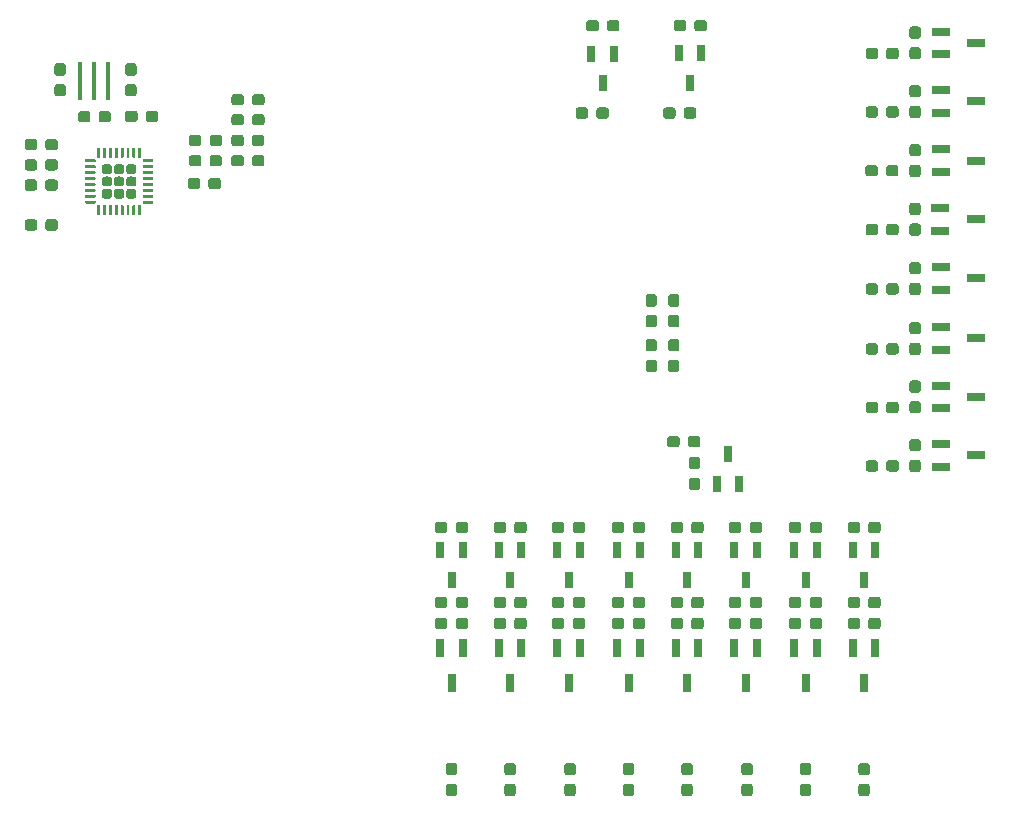
<source format=gbr>
G04 #@! TF.GenerationSoftware,KiCad,Pcbnew,(5.0.1)-3*
G04 #@! TF.CreationDate,2019-02-03T17:01:06-07:00*
G04 #@! TF.ProjectId,Snack Machine,536E61636B204D616368696E652E6B69,rev?*
G04 #@! TF.SameCoordinates,Original*
G04 #@! TF.FileFunction,Paste,Bot*
G04 #@! TF.FilePolarity,Positive*
%FSLAX46Y46*%
G04 Gerber Fmt 4.6, Leading zero omitted, Abs format (unit mm)*
G04 Created by KiCad (PCBNEW (5.0.1)-3) date 2/3/2019 5:01:06 PM*
%MOMM*%
%LPD*%
G01*
G04 APERTURE LIST*
%ADD10R,0.800000X1.400000*%
%ADD11C,0.100000*%
%ADD12C,0.950000*%
%ADD13C,0.830000*%
%ADD14C,0.250000*%
%ADD15R,0.400000X3.200000*%
%ADD16R,1.600000X0.650000*%
%ADD17R,0.650000X1.600000*%
G04 APERTURE END LIST*
D10*
G04 #@! TO.C,Q28*
X163823264Y-89214176D03*
X164773264Y-86714176D03*
X162873264Y-86714176D03*
G04 #@! TD*
G04 #@! TO.C,Q27*
X156423264Y-89264176D03*
X157373264Y-86764176D03*
X155473264Y-86764176D03*
G04 #@! TD*
D11*
G04 #@! TO.C,C17*
G36*
X160804275Y-112673871D02*
X160827330Y-112677290D01*
X160849939Y-112682954D01*
X160871883Y-112690806D01*
X160892953Y-112700771D01*
X160912944Y-112712753D01*
X160931664Y-112726637D01*
X160948934Y-112742289D01*
X160964586Y-112759559D01*
X160978470Y-112778279D01*
X160990452Y-112798270D01*
X161000417Y-112819340D01*
X161008269Y-112841284D01*
X161013933Y-112863893D01*
X161017352Y-112886948D01*
X161018496Y-112910227D01*
X161018496Y-113485227D01*
X161017352Y-113508506D01*
X161013933Y-113531561D01*
X161008269Y-113554170D01*
X161000417Y-113576114D01*
X160990452Y-113597184D01*
X160978470Y-113617175D01*
X160964586Y-113635895D01*
X160948934Y-113653165D01*
X160931664Y-113668817D01*
X160912944Y-113682701D01*
X160892953Y-113694683D01*
X160871883Y-113704648D01*
X160849939Y-113712500D01*
X160827330Y-113718164D01*
X160804275Y-113721583D01*
X160780996Y-113722727D01*
X160305996Y-113722727D01*
X160282717Y-113721583D01*
X160259662Y-113718164D01*
X160237053Y-113712500D01*
X160215109Y-113704648D01*
X160194039Y-113694683D01*
X160174048Y-113682701D01*
X160155328Y-113668817D01*
X160138058Y-113653165D01*
X160122406Y-113635895D01*
X160108522Y-113617175D01*
X160096540Y-113597184D01*
X160086575Y-113576114D01*
X160078723Y-113554170D01*
X160073059Y-113531561D01*
X160069640Y-113508506D01*
X160068496Y-113485227D01*
X160068496Y-112910227D01*
X160069640Y-112886948D01*
X160073059Y-112863893D01*
X160078723Y-112841284D01*
X160086575Y-112819340D01*
X160096540Y-112798270D01*
X160108522Y-112778279D01*
X160122406Y-112759559D01*
X160138058Y-112742289D01*
X160155328Y-112726637D01*
X160174048Y-112712753D01*
X160194039Y-112700771D01*
X160215109Y-112690806D01*
X160237053Y-112682954D01*
X160259662Y-112677290D01*
X160282717Y-112673871D01*
X160305996Y-112672727D01*
X160780996Y-112672727D01*
X160804275Y-112673871D01*
X160804275Y-112673871D01*
G37*
D12*
X160543496Y-113197727D03*
D11*
G36*
X160804275Y-110923871D02*
X160827330Y-110927290D01*
X160849939Y-110932954D01*
X160871883Y-110940806D01*
X160892953Y-110950771D01*
X160912944Y-110962753D01*
X160931664Y-110976637D01*
X160948934Y-110992289D01*
X160964586Y-111009559D01*
X160978470Y-111028279D01*
X160990452Y-111048270D01*
X161000417Y-111069340D01*
X161008269Y-111091284D01*
X161013933Y-111113893D01*
X161017352Y-111136948D01*
X161018496Y-111160227D01*
X161018496Y-111735227D01*
X161017352Y-111758506D01*
X161013933Y-111781561D01*
X161008269Y-111804170D01*
X161000417Y-111826114D01*
X160990452Y-111847184D01*
X160978470Y-111867175D01*
X160964586Y-111885895D01*
X160948934Y-111903165D01*
X160931664Y-111918817D01*
X160912944Y-111932701D01*
X160892953Y-111944683D01*
X160871883Y-111954648D01*
X160849939Y-111962500D01*
X160827330Y-111968164D01*
X160804275Y-111971583D01*
X160780996Y-111972727D01*
X160305996Y-111972727D01*
X160282717Y-111971583D01*
X160259662Y-111968164D01*
X160237053Y-111962500D01*
X160215109Y-111954648D01*
X160194039Y-111944683D01*
X160174048Y-111932701D01*
X160155328Y-111918817D01*
X160138058Y-111903165D01*
X160122406Y-111885895D01*
X160108522Y-111867175D01*
X160096540Y-111847184D01*
X160086575Y-111826114D01*
X160078723Y-111804170D01*
X160073059Y-111781561D01*
X160069640Y-111758506D01*
X160068496Y-111735227D01*
X160068496Y-111160227D01*
X160069640Y-111136948D01*
X160073059Y-111113893D01*
X160078723Y-111091284D01*
X160086575Y-111069340D01*
X160096540Y-111048270D01*
X160108522Y-111028279D01*
X160122406Y-111009559D01*
X160138058Y-110992289D01*
X160155328Y-110976637D01*
X160174048Y-110962753D01*
X160194039Y-110950771D01*
X160215109Y-110940806D01*
X160237053Y-110932954D01*
X160259662Y-110927290D01*
X160282717Y-110923871D01*
X160305996Y-110922727D01*
X160780996Y-110922727D01*
X160804275Y-110923871D01*
X160804275Y-110923871D01*
G37*
D12*
X160543496Y-111447727D03*
G04 #@! TD*
D11*
G04 #@! TO.C,C19*
G36*
X160804275Y-107133871D02*
X160827330Y-107137290D01*
X160849939Y-107142954D01*
X160871883Y-107150806D01*
X160892953Y-107160771D01*
X160912944Y-107172753D01*
X160931664Y-107186637D01*
X160948934Y-107202289D01*
X160964586Y-107219559D01*
X160978470Y-107238279D01*
X160990452Y-107258270D01*
X161000417Y-107279340D01*
X161008269Y-107301284D01*
X161013933Y-107323893D01*
X161017352Y-107346948D01*
X161018496Y-107370227D01*
X161018496Y-107945227D01*
X161017352Y-107968506D01*
X161013933Y-107991561D01*
X161008269Y-108014170D01*
X161000417Y-108036114D01*
X160990452Y-108057184D01*
X160978470Y-108077175D01*
X160964586Y-108095895D01*
X160948934Y-108113165D01*
X160931664Y-108128817D01*
X160912944Y-108142701D01*
X160892953Y-108154683D01*
X160871883Y-108164648D01*
X160849939Y-108172500D01*
X160827330Y-108178164D01*
X160804275Y-108181583D01*
X160780996Y-108182727D01*
X160305996Y-108182727D01*
X160282717Y-108181583D01*
X160259662Y-108178164D01*
X160237053Y-108172500D01*
X160215109Y-108164648D01*
X160194039Y-108154683D01*
X160174048Y-108142701D01*
X160155328Y-108128817D01*
X160138058Y-108113165D01*
X160122406Y-108095895D01*
X160108522Y-108077175D01*
X160096540Y-108057184D01*
X160086575Y-108036114D01*
X160078723Y-108014170D01*
X160073059Y-107991561D01*
X160069640Y-107968506D01*
X160068496Y-107945227D01*
X160068496Y-107370227D01*
X160069640Y-107346948D01*
X160073059Y-107323893D01*
X160078723Y-107301284D01*
X160086575Y-107279340D01*
X160096540Y-107258270D01*
X160108522Y-107238279D01*
X160122406Y-107219559D01*
X160138058Y-107202289D01*
X160155328Y-107186637D01*
X160174048Y-107172753D01*
X160194039Y-107160771D01*
X160215109Y-107150806D01*
X160237053Y-107142954D01*
X160259662Y-107137290D01*
X160282717Y-107133871D01*
X160305996Y-107132727D01*
X160780996Y-107132727D01*
X160804275Y-107133871D01*
X160804275Y-107133871D01*
G37*
D12*
X160543496Y-107657727D03*
D11*
G36*
X160804275Y-108883871D02*
X160827330Y-108887290D01*
X160849939Y-108892954D01*
X160871883Y-108900806D01*
X160892953Y-108910771D01*
X160912944Y-108922753D01*
X160931664Y-108936637D01*
X160948934Y-108952289D01*
X160964586Y-108969559D01*
X160978470Y-108988279D01*
X160990452Y-109008270D01*
X161000417Y-109029340D01*
X161008269Y-109051284D01*
X161013933Y-109073893D01*
X161017352Y-109096948D01*
X161018496Y-109120227D01*
X161018496Y-109695227D01*
X161017352Y-109718506D01*
X161013933Y-109741561D01*
X161008269Y-109764170D01*
X161000417Y-109786114D01*
X160990452Y-109807184D01*
X160978470Y-109827175D01*
X160964586Y-109845895D01*
X160948934Y-109863165D01*
X160931664Y-109878817D01*
X160912944Y-109892701D01*
X160892953Y-109904683D01*
X160871883Y-109914648D01*
X160849939Y-109922500D01*
X160827330Y-109928164D01*
X160804275Y-109931583D01*
X160780996Y-109932727D01*
X160305996Y-109932727D01*
X160282717Y-109931583D01*
X160259662Y-109928164D01*
X160237053Y-109922500D01*
X160215109Y-109914648D01*
X160194039Y-109904683D01*
X160174048Y-109892701D01*
X160155328Y-109878817D01*
X160138058Y-109863165D01*
X160122406Y-109845895D01*
X160108522Y-109827175D01*
X160096540Y-109807184D01*
X160086575Y-109786114D01*
X160078723Y-109764170D01*
X160073059Y-109741561D01*
X160069640Y-109718506D01*
X160068496Y-109695227D01*
X160068496Y-109120227D01*
X160069640Y-109096948D01*
X160073059Y-109073893D01*
X160078723Y-109051284D01*
X160086575Y-109029340D01*
X160096540Y-109008270D01*
X160108522Y-108988279D01*
X160122406Y-108969559D01*
X160138058Y-108952289D01*
X160155328Y-108936637D01*
X160174048Y-108922753D01*
X160194039Y-108910771D01*
X160215109Y-108900806D01*
X160237053Y-108892954D01*
X160259662Y-108887290D01*
X160282717Y-108883871D01*
X160305996Y-108882727D01*
X160780996Y-108882727D01*
X160804275Y-108883871D01*
X160804275Y-108883871D01*
G37*
D12*
X160543496Y-109407727D03*
G04 #@! TD*
D11*
G04 #@! TO.C,C23*
G36*
X110750681Y-87582054D02*
X110773736Y-87585473D01*
X110796345Y-87591137D01*
X110818289Y-87598989D01*
X110839359Y-87608954D01*
X110859350Y-87620936D01*
X110878070Y-87634820D01*
X110895340Y-87650472D01*
X110910992Y-87667742D01*
X110924876Y-87686462D01*
X110936858Y-87706453D01*
X110946823Y-87727523D01*
X110954675Y-87749467D01*
X110960339Y-87772076D01*
X110963758Y-87795131D01*
X110964902Y-87818410D01*
X110964902Y-88393410D01*
X110963758Y-88416689D01*
X110960339Y-88439744D01*
X110954675Y-88462353D01*
X110946823Y-88484297D01*
X110936858Y-88505367D01*
X110924876Y-88525358D01*
X110910992Y-88544078D01*
X110895340Y-88561348D01*
X110878070Y-88577000D01*
X110859350Y-88590884D01*
X110839359Y-88602866D01*
X110818289Y-88612831D01*
X110796345Y-88620683D01*
X110773736Y-88626347D01*
X110750681Y-88629766D01*
X110727402Y-88630910D01*
X110252402Y-88630910D01*
X110229123Y-88629766D01*
X110206068Y-88626347D01*
X110183459Y-88620683D01*
X110161515Y-88612831D01*
X110140445Y-88602866D01*
X110120454Y-88590884D01*
X110101734Y-88577000D01*
X110084464Y-88561348D01*
X110068812Y-88544078D01*
X110054928Y-88525358D01*
X110042946Y-88505367D01*
X110032981Y-88484297D01*
X110025129Y-88462353D01*
X110019465Y-88439744D01*
X110016046Y-88416689D01*
X110014902Y-88393410D01*
X110014902Y-87818410D01*
X110016046Y-87795131D01*
X110019465Y-87772076D01*
X110025129Y-87749467D01*
X110032981Y-87727523D01*
X110042946Y-87706453D01*
X110054928Y-87686462D01*
X110068812Y-87667742D01*
X110084464Y-87650472D01*
X110101734Y-87634820D01*
X110120454Y-87620936D01*
X110140445Y-87608954D01*
X110161515Y-87598989D01*
X110183459Y-87591137D01*
X110206068Y-87585473D01*
X110229123Y-87582054D01*
X110252402Y-87580910D01*
X110727402Y-87580910D01*
X110750681Y-87582054D01*
X110750681Y-87582054D01*
G37*
D12*
X110489902Y-88105910D03*
D11*
G36*
X110750681Y-89332054D02*
X110773736Y-89335473D01*
X110796345Y-89341137D01*
X110818289Y-89348989D01*
X110839359Y-89358954D01*
X110859350Y-89370936D01*
X110878070Y-89384820D01*
X110895340Y-89400472D01*
X110910992Y-89417742D01*
X110924876Y-89436462D01*
X110936858Y-89456453D01*
X110946823Y-89477523D01*
X110954675Y-89499467D01*
X110960339Y-89522076D01*
X110963758Y-89545131D01*
X110964902Y-89568410D01*
X110964902Y-90143410D01*
X110963758Y-90166689D01*
X110960339Y-90189744D01*
X110954675Y-90212353D01*
X110946823Y-90234297D01*
X110936858Y-90255367D01*
X110924876Y-90275358D01*
X110910992Y-90294078D01*
X110895340Y-90311348D01*
X110878070Y-90327000D01*
X110859350Y-90340884D01*
X110839359Y-90352866D01*
X110818289Y-90362831D01*
X110796345Y-90370683D01*
X110773736Y-90376347D01*
X110750681Y-90379766D01*
X110727402Y-90380910D01*
X110252402Y-90380910D01*
X110229123Y-90379766D01*
X110206068Y-90376347D01*
X110183459Y-90370683D01*
X110161515Y-90362831D01*
X110140445Y-90352866D01*
X110120454Y-90340884D01*
X110101734Y-90327000D01*
X110084464Y-90311348D01*
X110068812Y-90294078D01*
X110054928Y-90275358D01*
X110042946Y-90255367D01*
X110032981Y-90234297D01*
X110025129Y-90212353D01*
X110019465Y-90189744D01*
X110016046Y-90166689D01*
X110014902Y-90143410D01*
X110014902Y-89568410D01*
X110016046Y-89545131D01*
X110019465Y-89522076D01*
X110025129Y-89499467D01*
X110032981Y-89477523D01*
X110042946Y-89456453D01*
X110054928Y-89436462D01*
X110068812Y-89417742D01*
X110084464Y-89400472D01*
X110101734Y-89384820D01*
X110120454Y-89370936D01*
X110140445Y-89358954D01*
X110161515Y-89348989D01*
X110183459Y-89341137D01*
X110206068Y-89335473D01*
X110229123Y-89332054D01*
X110252402Y-89330910D01*
X110727402Y-89330910D01*
X110750681Y-89332054D01*
X110750681Y-89332054D01*
G37*
D12*
X110489902Y-89855910D03*
G04 #@! TD*
D11*
G04 #@! TO.C,C25*
G36*
X116750681Y-89332054D02*
X116773736Y-89335473D01*
X116796345Y-89341137D01*
X116818289Y-89348989D01*
X116839359Y-89358954D01*
X116859350Y-89370936D01*
X116878070Y-89384820D01*
X116895340Y-89400472D01*
X116910992Y-89417742D01*
X116924876Y-89436462D01*
X116936858Y-89456453D01*
X116946823Y-89477523D01*
X116954675Y-89499467D01*
X116960339Y-89522076D01*
X116963758Y-89545131D01*
X116964902Y-89568410D01*
X116964902Y-90143410D01*
X116963758Y-90166689D01*
X116960339Y-90189744D01*
X116954675Y-90212353D01*
X116946823Y-90234297D01*
X116936858Y-90255367D01*
X116924876Y-90275358D01*
X116910992Y-90294078D01*
X116895340Y-90311348D01*
X116878070Y-90327000D01*
X116859350Y-90340884D01*
X116839359Y-90352866D01*
X116818289Y-90362831D01*
X116796345Y-90370683D01*
X116773736Y-90376347D01*
X116750681Y-90379766D01*
X116727402Y-90380910D01*
X116252402Y-90380910D01*
X116229123Y-90379766D01*
X116206068Y-90376347D01*
X116183459Y-90370683D01*
X116161515Y-90362831D01*
X116140445Y-90352866D01*
X116120454Y-90340884D01*
X116101734Y-90327000D01*
X116084464Y-90311348D01*
X116068812Y-90294078D01*
X116054928Y-90275358D01*
X116042946Y-90255367D01*
X116032981Y-90234297D01*
X116025129Y-90212353D01*
X116019465Y-90189744D01*
X116016046Y-90166689D01*
X116014902Y-90143410D01*
X116014902Y-89568410D01*
X116016046Y-89545131D01*
X116019465Y-89522076D01*
X116025129Y-89499467D01*
X116032981Y-89477523D01*
X116042946Y-89456453D01*
X116054928Y-89436462D01*
X116068812Y-89417742D01*
X116084464Y-89400472D01*
X116101734Y-89384820D01*
X116120454Y-89370936D01*
X116140445Y-89358954D01*
X116161515Y-89348989D01*
X116183459Y-89341137D01*
X116206068Y-89335473D01*
X116229123Y-89332054D01*
X116252402Y-89330910D01*
X116727402Y-89330910D01*
X116750681Y-89332054D01*
X116750681Y-89332054D01*
G37*
D12*
X116489902Y-89855910D03*
D11*
G36*
X116750681Y-87582054D02*
X116773736Y-87585473D01*
X116796345Y-87591137D01*
X116818289Y-87598989D01*
X116839359Y-87608954D01*
X116859350Y-87620936D01*
X116878070Y-87634820D01*
X116895340Y-87650472D01*
X116910992Y-87667742D01*
X116924876Y-87686462D01*
X116936858Y-87706453D01*
X116946823Y-87727523D01*
X116954675Y-87749467D01*
X116960339Y-87772076D01*
X116963758Y-87795131D01*
X116964902Y-87818410D01*
X116964902Y-88393410D01*
X116963758Y-88416689D01*
X116960339Y-88439744D01*
X116954675Y-88462353D01*
X116946823Y-88484297D01*
X116936858Y-88505367D01*
X116924876Y-88525358D01*
X116910992Y-88544078D01*
X116895340Y-88561348D01*
X116878070Y-88577000D01*
X116859350Y-88590884D01*
X116839359Y-88602866D01*
X116818289Y-88612831D01*
X116796345Y-88620683D01*
X116773736Y-88626347D01*
X116750681Y-88629766D01*
X116727402Y-88630910D01*
X116252402Y-88630910D01*
X116229123Y-88629766D01*
X116206068Y-88626347D01*
X116183459Y-88620683D01*
X116161515Y-88612831D01*
X116140445Y-88602866D01*
X116120454Y-88590884D01*
X116101734Y-88577000D01*
X116084464Y-88561348D01*
X116068812Y-88544078D01*
X116054928Y-88525358D01*
X116042946Y-88505367D01*
X116032981Y-88484297D01*
X116025129Y-88462353D01*
X116019465Y-88439744D01*
X116016046Y-88416689D01*
X116014902Y-88393410D01*
X116014902Y-87818410D01*
X116016046Y-87795131D01*
X116019465Y-87772076D01*
X116025129Y-87749467D01*
X116032981Y-87727523D01*
X116042946Y-87706453D01*
X116054928Y-87686462D01*
X116068812Y-87667742D01*
X116084464Y-87650472D01*
X116101734Y-87634820D01*
X116120454Y-87620936D01*
X116140445Y-87608954D01*
X116161515Y-87598989D01*
X116183459Y-87591137D01*
X116206068Y-87585473D01*
X116229123Y-87582054D01*
X116252402Y-87580910D01*
X116727402Y-87580910D01*
X116750681Y-87582054D01*
X116750681Y-87582054D01*
G37*
D12*
X116489902Y-88105910D03*
G04 #@! TD*
D11*
G04 #@! TO.C,C27*
G36*
X108335779Y-100789144D02*
X108358834Y-100792563D01*
X108381443Y-100798227D01*
X108403387Y-100806079D01*
X108424457Y-100816044D01*
X108444448Y-100828026D01*
X108463168Y-100841910D01*
X108480438Y-100857562D01*
X108496090Y-100874832D01*
X108509974Y-100893552D01*
X108521956Y-100913543D01*
X108531921Y-100934613D01*
X108539773Y-100956557D01*
X108545437Y-100979166D01*
X108548856Y-101002221D01*
X108550000Y-101025500D01*
X108550000Y-101500500D01*
X108548856Y-101523779D01*
X108545437Y-101546834D01*
X108539773Y-101569443D01*
X108531921Y-101591387D01*
X108521956Y-101612457D01*
X108509974Y-101632448D01*
X108496090Y-101651168D01*
X108480438Y-101668438D01*
X108463168Y-101684090D01*
X108444448Y-101697974D01*
X108424457Y-101709956D01*
X108403387Y-101719921D01*
X108381443Y-101727773D01*
X108358834Y-101733437D01*
X108335779Y-101736856D01*
X108312500Y-101738000D01*
X107737500Y-101738000D01*
X107714221Y-101736856D01*
X107691166Y-101733437D01*
X107668557Y-101727773D01*
X107646613Y-101719921D01*
X107625543Y-101709956D01*
X107605552Y-101697974D01*
X107586832Y-101684090D01*
X107569562Y-101668438D01*
X107553910Y-101651168D01*
X107540026Y-101632448D01*
X107528044Y-101612457D01*
X107518079Y-101591387D01*
X107510227Y-101569443D01*
X107504563Y-101546834D01*
X107501144Y-101523779D01*
X107500000Y-101500500D01*
X107500000Y-101025500D01*
X107501144Y-101002221D01*
X107504563Y-100979166D01*
X107510227Y-100956557D01*
X107518079Y-100934613D01*
X107528044Y-100913543D01*
X107540026Y-100893552D01*
X107553910Y-100874832D01*
X107569562Y-100857562D01*
X107586832Y-100841910D01*
X107605552Y-100828026D01*
X107625543Y-100816044D01*
X107646613Y-100806079D01*
X107668557Y-100798227D01*
X107691166Y-100792563D01*
X107714221Y-100789144D01*
X107737500Y-100788000D01*
X108312500Y-100788000D01*
X108335779Y-100789144D01*
X108335779Y-100789144D01*
G37*
D12*
X108025000Y-101263000D03*
D11*
G36*
X110085779Y-100789144D02*
X110108834Y-100792563D01*
X110131443Y-100798227D01*
X110153387Y-100806079D01*
X110174457Y-100816044D01*
X110194448Y-100828026D01*
X110213168Y-100841910D01*
X110230438Y-100857562D01*
X110246090Y-100874832D01*
X110259974Y-100893552D01*
X110271956Y-100913543D01*
X110281921Y-100934613D01*
X110289773Y-100956557D01*
X110295437Y-100979166D01*
X110298856Y-101002221D01*
X110300000Y-101025500D01*
X110300000Y-101500500D01*
X110298856Y-101523779D01*
X110295437Y-101546834D01*
X110289773Y-101569443D01*
X110281921Y-101591387D01*
X110271956Y-101612457D01*
X110259974Y-101632448D01*
X110246090Y-101651168D01*
X110230438Y-101668438D01*
X110213168Y-101684090D01*
X110194448Y-101697974D01*
X110174457Y-101709956D01*
X110153387Y-101719921D01*
X110131443Y-101727773D01*
X110108834Y-101733437D01*
X110085779Y-101736856D01*
X110062500Y-101738000D01*
X109487500Y-101738000D01*
X109464221Y-101736856D01*
X109441166Y-101733437D01*
X109418557Y-101727773D01*
X109396613Y-101719921D01*
X109375543Y-101709956D01*
X109355552Y-101697974D01*
X109336832Y-101684090D01*
X109319562Y-101668438D01*
X109303910Y-101651168D01*
X109290026Y-101632448D01*
X109278044Y-101612457D01*
X109268079Y-101591387D01*
X109260227Y-101569443D01*
X109254563Y-101546834D01*
X109251144Y-101523779D01*
X109250000Y-101500500D01*
X109250000Y-101025500D01*
X109251144Y-101002221D01*
X109254563Y-100979166D01*
X109260227Y-100956557D01*
X109268079Y-100934613D01*
X109278044Y-100913543D01*
X109290026Y-100893552D01*
X109303910Y-100874832D01*
X109319562Y-100857562D01*
X109336832Y-100841910D01*
X109355552Y-100828026D01*
X109375543Y-100816044D01*
X109396613Y-100806079D01*
X109418557Y-100798227D01*
X109441166Y-100792563D01*
X109464221Y-100789144D01*
X109487500Y-100788000D01*
X110062500Y-100788000D01*
X110085779Y-100789144D01*
X110085779Y-100789144D01*
G37*
D12*
X109775000Y-101263000D03*
G04 #@! TD*
D11*
G04 #@! TO.C,C28*
G36*
X108335779Y-93989144D02*
X108358834Y-93992563D01*
X108381443Y-93998227D01*
X108403387Y-94006079D01*
X108424457Y-94016044D01*
X108444448Y-94028026D01*
X108463168Y-94041910D01*
X108480438Y-94057562D01*
X108496090Y-94074832D01*
X108509974Y-94093552D01*
X108521956Y-94113543D01*
X108531921Y-94134613D01*
X108539773Y-94156557D01*
X108545437Y-94179166D01*
X108548856Y-94202221D01*
X108550000Y-94225500D01*
X108550000Y-94700500D01*
X108548856Y-94723779D01*
X108545437Y-94746834D01*
X108539773Y-94769443D01*
X108531921Y-94791387D01*
X108521956Y-94812457D01*
X108509974Y-94832448D01*
X108496090Y-94851168D01*
X108480438Y-94868438D01*
X108463168Y-94884090D01*
X108444448Y-94897974D01*
X108424457Y-94909956D01*
X108403387Y-94919921D01*
X108381443Y-94927773D01*
X108358834Y-94933437D01*
X108335779Y-94936856D01*
X108312500Y-94938000D01*
X107737500Y-94938000D01*
X107714221Y-94936856D01*
X107691166Y-94933437D01*
X107668557Y-94927773D01*
X107646613Y-94919921D01*
X107625543Y-94909956D01*
X107605552Y-94897974D01*
X107586832Y-94884090D01*
X107569562Y-94868438D01*
X107553910Y-94851168D01*
X107540026Y-94832448D01*
X107528044Y-94812457D01*
X107518079Y-94791387D01*
X107510227Y-94769443D01*
X107504563Y-94746834D01*
X107501144Y-94723779D01*
X107500000Y-94700500D01*
X107500000Y-94225500D01*
X107501144Y-94202221D01*
X107504563Y-94179166D01*
X107510227Y-94156557D01*
X107518079Y-94134613D01*
X107528044Y-94113543D01*
X107540026Y-94093552D01*
X107553910Y-94074832D01*
X107569562Y-94057562D01*
X107586832Y-94041910D01*
X107605552Y-94028026D01*
X107625543Y-94016044D01*
X107646613Y-94006079D01*
X107668557Y-93998227D01*
X107691166Y-93992563D01*
X107714221Y-93989144D01*
X107737500Y-93988000D01*
X108312500Y-93988000D01*
X108335779Y-93989144D01*
X108335779Y-93989144D01*
G37*
D12*
X108025000Y-94463000D03*
D11*
G36*
X110085779Y-93989144D02*
X110108834Y-93992563D01*
X110131443Y-93998227D01*
X110153387Y-94006079D01*
X110174457Y-94016044D01*
X110194448Y-94028026D01*
X110213168Y-94041910D01*
X110230438Y-94057562D01*
X110246090Y-94074832D01*
X110259974Y-94093552D01*
X110271956Y-94113543D01*
X110281921Y-94134613D01*
X110289773Y-94156557D01*
X110295437Y-94179166D01*
X110298856Y-94202221D01*
X110300000Y-94225500D01*
X110300000Y-94700500D01*
X110298856Y-94723779D01*
X110295437Y-94746834D01*
X110289773Y-94769443D01*
X110281921Y-94791387D01*
X110271956Y-94812457D01*
X110259974Y-94832448D01*
X110246090Y-94851168D01*
X110230438Y-94868438D01*
X110213168Y-94884090D01*
X110194448Y-94897974D01*
X110174457Y-94909956D01*
X110153387Y-94919921D01*
X110131443Y-94927773D01*
X110108834Y-94933437D01*
X110085779Y-94936856D01*
X110062500Y-94938000D01*
X109487500Y-94938000D01*
X109464221Y-94936856D01*
X109441166Y-94933437D01*
X109418557Y-94927773D01*
X109396613Y-94919921D01*
X109375543Y-94909956D01*
X109355552Y-94897974D01*
X109336832Y-94884090D01*
X109319562Y-94868438D01*
X109303910Y-94851168D01*
X109290026Y-94832448D01*
X109278044Y-94812457D01*
X109268079Y-94791387D01*
X109260227Y-94769443D01*
X109254563Y-94746834D01*
X109251144Y-94723779D01*
X109250000Y-94700500D01*
X109250000Y-94225500D01*
X109251144Y-94202221D01*
X109254563Y-94179166D01*
X109260227Y-94156557D01*
X109268079Y-94134613D01*
X109278044Y-94113543D01*
X109290026Y-94093552D01*
X109303910Y-94074832D01*
X109319562Y-94057562D01*
X109336832Y-94041910D01*
X109355552Y-94028026D01*
X109375543Y-94016044D01*
X109396613Y-94006079D01*
X109418557Y-93998227D01*
X109441166Y-93992563D01*
X109464221Y-93989144D01*
X109487500Y-93988000D01*
X110062500Y-93988000D01*
X110085779Y-93989144D01*
X110085779Y-93989144D01*
G37*
D12*
X109775000Y-94463000D03*
G04 #@! TD*
D11*
G04 #@! TO.C,C29*
G36*
X118585779Y-91589144D02*
X118608834Y-91592563D01*
X118631443Y-91598227D01*
X118653387Y-91606079D01*
X118674457Y-91616044D01*
X118694448Y-91628026D01*
X118713168Y-91641910D01*
X118730438Y-91657562D01*
X118746090Y-91674832D01*
X118759974Y-91693552D01*
X118771956Y-91713543D01*
X118781921Y-91734613D01*
X118789773Y-91756557D01*
X118795437Y-91779166D01*
X118798856Y-91802221D01*
X118800000Y-91825500D01*
X118800000Y-92300500D01*
X118798856Y-92323779D01*
X118795437Y-92346834D01*
X118789773Y-92369443D01*
X118781921Y-92391387D01*
X118771956Y-92412457D01*
X118759974Y-92432448D01*
X118746090Y-92451168D01*
X118730438Y-92468438D01*
X118713168Y-92484090D01*
X118694448Y-92497974D01*
X118674457Y-92509956D01*
X118653387Y-92519921D01*
X118631443Y-92527773D01*
X118608834Y-92533437D01*
X118585779Y-92536856D01*
X118562500Y-92538000D01*
X117987500Y-92538000D01*
X117964221Y-92536856D01*
X117941166Y-92533437D01*
X117918557Y-92527773D01*
X117896613Y-92519921D01*
X117875543Y-92509956D01*
X117855552Y-92497974D01*
X117836832Y-92484090D01*
X117819562Y-92468438D01*
X117803910Y-92451168D01*
X117790026Y-92432448D01*
X117778044Y-92412457D01*
X117768079Y-92391387D01*
X117760227Y-92369443D01*
X117754563Y-92346834D01*
X117751144Y-92323779D01*
X117750000Y-92300500D01*
X117750000Y-91825500D01*
X117751144Y-91802221D01*
X117754563Y-91779166D01*
X117760227Y-91756557D01*
X117768079Y-91734613D01*
X117778044Y-91713543D01*
X117790026Y-91693552D01*
X117803910Y-91674832D01*
X117819562Y-91657562D01*
X117836832Y-91641910D01*
X117855552Y-91628026D01*
X117875543Y-91616044D01*
X117896613Y-91606079D01*
X117918557Y-91598227D01*
X117941166Y-91592563D01*
X117964221Y-91589144D01*
X117987500Y-91588000D01*
X118562500Y-91588000D01*
X118585779Y-91589144D01*
X118585779Y-91589144D01*
G37*
D12*
X118275000Y-92063000D03*
D11*
G36*
X116835779Y-91589144D02*
X116858834Y-91592563D01*
X116881443Y-91598227D01*
X116903387Y-91606079D01*
X116924457Y-91616044D01*
X116944448Y-91628026D01*
X116963168Y-91641910D01*
X116980438Y-91657562D01*
X116996090Y-91674832D01*
X117009974Y-91693552D01*
X117021956Y-91713543D01*
X117031921Y-91734613D01*
X117039773Y-91756557D01*
X117045437Y-91779166D01*
X117048856Y-91802221D01*
X117050000Y-91825500D01*
X117050000Y-92300500D01*
X117048856Y-92323779D01*
X117045437Y-92346834D01*
X117039773Y-92369443D01*
X117031921Y-92391387D01*
X117021956Y-92412457D01*
X117009974Y-92432448D01*
X116996090Y-92451168D01*
X116980438Y-92468438D01*
X116963168Y-92484090D01*
X116944448Y-92497974D01*
X116924457Y-92509956D01*
X116903387Y-92519921D01*
X116881443Y-92527773D01*
X116858834Y-92533437D01*
X116835779Y-92536856D01*
X116812500Y-92538000D01*
X116237500Y-92538000D01*
X116214221Y-92536856D01*
X116191166Y-92533437D01*
X116168557Y-92527773D01*
X116146613Y-92519921D01*
X116125543Y-92509956D01*
X116105552Y-92497974D01*
X116086832Y-92484090D01*
X116069562Y-92468438D01*
X116053910Y-92451168D01*
X116040026Y-92432448D01*
X116028044Y-92412457D01*
X116018079Y-92391387D01*
X116010227Y-92369443D01*
X116004563Y-92346834D01*
X116001144Y-92323779D01*
X116000000Y-92300500D01*
X116000000Y-91825500D01*
X116001144Y-91802221D01*
X116004563Y-91779166D01*
X116010227Y-91756557D01*
X116018079Y-91734613D01*
X116028044Y-91713543D01*
X116040026Y-91693552D01*
X116053910Y-91674832D01*
X116069562Y-91657562D01*
X116086832Y-91641910D01*
X116105552Y-91628026D01*
X116125543Y-91616044D01*
X116146613Y-91606079D01*
X116168557Y-91598227D01*
X116191166Y-91592563D01*
X116214221Y-91589144D01*
X116237500Y-91588000D01*
X116812500Y-91588000D01*
X116835779Y-91589144D01*
X116835779Y-91589144D01*
G37*
D12*
X116525000Y-92063000D03*
G04 #@! TD*
D11*
G04 #@! TO.C,D5*
G36*
X122232488Y-93633010D02*
X122255543Y-93636429D01*
X122278152Y-93642093D01*
X122300096Y-93649945D01*
X122321166Y-93659910D01*
X122341157Y-93671892D01*
X122359877Y-93685776D01*
X122377147Y-93701428D01*
X122392799Y-93718698D01*
X122406683Y-93737418D01*
X122418665Y-93757409D01*
X122428630Y-93778479D01*
X122436482Y-93800423D01*
X122442146Y-93823032D01*
X122445565Y-93846087D01*
X122446709Y-93869366D01*
X122446709Y-94344366D01*
X122445565Y-94367645D01*
X122442146Y-94390700D01*
X122436482Y-94413309D01*
X122428630Y-94435253D01*
X122418665Y-94456323D01*
X122406683Y-94476314D01*
X122392799Y-94495034D01*
X122377147Y-94512304D01*
X122359877Y-94527956D01*
X122341157Y-94541840D01*
X122321166Y-94553822D01*
X122300096Y-94563787D01*
X122278152Y-94571639D01*
X122255543Y-94577303D01*
X122232488Y-94580722D01*
X122209209Y-94581866D01*
X121634209Y-94581866D01*
X121610930Y-94580722D01*
X121587875Y-94577303D01*
X121565266Y-94571639D01*
X121543322Y-94563787D01*
X121522252Y-94553822D01*
X121502261Y-94541840D01*
X121483541Y-94527956D01*
X121466271Y-94512304D01*
X121450619Y-94495034D01*
X121436735Y-94476314D01*
X121424753Y-94456323D01*
X121414788Y-94435253D01*
X121406936Y-94413309D01*
X121401272Y-94390700D01*
X121397853Y-94367645D01*
X121396709Y-94344366D01*
X121396709Y-93869366D01*
X121397853Y-93846087D01*
X121401272Y-93823032D01*
X121406936Y-93800423D01*
X121414788Y-93778479D01*
X121424753Y-93757409D01*
X121436735Y-93737418D01*
X121450619Y-93718698D01*
X121466271Y-93701428D01*
X121483541Y-93685776D01*
X121502261Y-93671892D01*
X121522252Y-93659910D01*
X121543322Y-93649945D01*
X121565266Y-93642093D01*
X121587875Y-93636429D01*
X121610930Y-93633010D01*
X121634209Y-93631866D01*
X122209209Y-93631866D01*
X122232488Y-93633010D01*
X122232488Y-93633010D01*
G37*
D12*
X121921709Y-94106866D03*
D11*
G36*
X123982488Y-93633010D02*
X124005543Y-93636429D01*
X124028152Y-93642093D01*
X124050096Y-93649945D01*
X124071166Y-93659910D01*
X124091157Y-93671892D01*
X124109877Y-93685776D01*
X124127147Y-93701428D01*
X124142799Y-93718698D01*
X124156683Y-93737418D01*
X124168665Y-93757409D01*
X124178630Y-93778479D01*
X124186482Y-93800423D01*
X124192146Y-93823032D01*
X124195565Y-93846087D01*
X124196709Y-93869366D01*
X124196709Y-94344366D01*
X124195565Y-94367645D01*
X124192146Y-94390700D01*
X124186482Y-94413309D01*
X124178630Y-94435253D01*
X124168665Y-94456323D01*
X124156683Y-94476314D01*
X124142799Y-94495034D01*
X124127147Y-94512304D01*
X124109877Y-94527956D01*
X124091157Y-94541840D01*
X124071166Y-94553822D01*
X124050096Y-94563787D01*
X124028152Y-94571639D01*
X124005543Y-94577303D01*
X123982488Y-94580722D01*
X123959209Y-94581866D01*
X123384209Y-94581866D01*
X123360930Y-94580722D01*
X123337875Y-94577303D01*
X123315266Y-94571639D01*
X123293322Y-94563787D01*
X123272252Y-94553822D01*
X123252261Y-94541840D01*
X123233541Y-94527956D01*
X123216271Y-94512304D01*
X123200619Y-94495034D01*
X123186735Y-94476314D01*
X123174753Y-94456323D01*
X123164788Y-94435253D01*
X123156936Y-94413309D01*
X123151272Y-94390700D01*
X123147853Y-94367645D01*
X123146709Y-94344366D01*
X123146709Y-93869366D01*
X123147853Y-93846087D01*
X123151272Y-93823032D01*
X123156936Y-93800423D01*
X123164788Y-93778479D01*
X123174753Y-93757409D01*
X123186735Y-93737418D01*
X123200619Y-93718698D01*
X123216271Y-93701428D01*
X123233541Y-93685776D01*
X123252261Y-93671892D01*
X123272252Y-93659910D01*
X123293322Y-93649945D01*
X123315266Y-93642093D01*
X123337875Y-93636429D01*
X123360930Y-93633010D01*
X123384209Y-93631866D01*
X123959209Y-93631866D01*
X123982488Y-93633010D01*
X123982488Y-93633010D01*
G37*
D12*
X123671709Y-94106866D03*
G04 #@! TD*
D11*
G04 #@! TO.C,D6*
G36*
X123982488Y-95357010D02*
X124005543Y-95360429D01*
X124028152Y-95366093D01*
X124050096Y-95373945D01*
X124071166Y-95383910D01*
X124091157Y-95395892D01*
X124109877Y-95409776D01*
X124127147Y-95425428D01*
X124142799Y-95442698D01*
X124156683Y-95461418D01*
X124168665Y-95481409D01*
X124178630Y-95502479D01*
X124186482Y-95524423D01*
X124192146Y-95547032D01*
X124195565Y-95570087D01*
X124196709Y-95593366D01*
X124196709Y-96068366D01*
X124195565Y-96091645D01*
X124192146Y-96114700D01*
X124186482Y-96137309D01*
X124178630Y-96159253D01*
X124168665Y-96180323D01*
X124156683Y-96200314D01*
X124142799Y-96219034D01*
X124127147Y-96236304D01*
X124109877Y-96251956D01*
X124091157Y-96265840D01*
X124071166Y-96277822D01*
X124050096Y-96287787D01*
X124028152Y-96295639D01*
X124005543Y-96301303D01*
X123982488Y-96304722D01*
X123959209Y-96305866D01*
X123384209Y-96305866D01*
X123360930Y-96304722D01*
X123337875Y-96301303D01*
X123315266Y-96295639D01*
X123293322Y-96287787D01*
X123272252Y-96277822D01*
X123252261Y-96265840D01*
X123233541Y-96251956D01*
X123216271Y-96236304D01*
X123200619Y-96219034D01*
X123186735Y-96200314D01*
X123174753Y-96180323D01*
X123164788Y-96159253D01*
X123156936Y-96137309D01*
X123151272Y-96114700D01*
X123147853Y-96091645D01*
X123146709Y-96068366D01*
X123146709Y-95593366D01*
X123147853Y-95570087D01*
X123151272Y-95547032D01*
X123156936Y-95524423D01*
X123164788Y-95502479D01*
X123174753Y-95481409D01*
X123186735Y-95461418D01*
X123200619Y-95442698D01*
X123216271Y-95425428D01*
X123233541Y-95409776D01*
X123252261Y-95395892D01*
X123272252Y-95383910D01*
X123293322Y-95373945D01*
X123315266Y-95366093D01*
X123337875Y-95360429D01*
X123360930Y-95357010D01*
X123384209Y-95355866D01*
X123959209Y-95355866D01*
X123982488Y-95357010D01*
X123982488Y-95357010D01*
G37*
D12*
X123671709Y-95830866D03*
D11*
G36*
X122232488Y-95357010D02*
X122255543Y-95360429D01*
X122278152Y-95366093D01*
X122300096Y-95373945D01*
X122321166Y-95383910D01*
X122341157Y-95395892D01*
X122359877Y-95409776D01*
X122377147Y-95425428D01*
X122392799Y-95442698D01*
X122406683Y-95461418D01*
X122418665Y-95481409D01*
X122428630Y-95502479D01*
X122436482Y-95524423D01*
X122442146Y-95547032D01*
X122445565Y-95570087D01*
X122446709Y-95593366D01*
X122446709Y-96068366D01*
X122445565Y-96091645D01*
X122442146Y-96114700D01*
X122436482Y-96137309D01*
X122428630Y-96159253D01*
X122418665Y-96180323D01*
X122406683Y-96200314D01*
X122392799Y-96219034D01*
X122377147Y-96236304D01*
X122359877Y-96251956D01*
X122341157Y-96265840D01*
X122321166Y-96277822D01*
X122300096Y-96287787D01*
X122278152Y-96295639D01*
X122255543Y-96301303D01*
X122232488Y-96304722D01*
X122209209Y-96305866D01*
X121634209Y-96305866D01*
X121610930Y-96304722D01*
X121587875Y-96301303D01*
X121565266Y-96295639D01*
X121543322Y-96287787D01*
X121522252Y-96277822D01*
X121502261Y-96265840D01*
X121483541Y-96251956D01*
X121466271Y-96236304D01*
X121450619Y-96219034D01*
X121436735Y-96200314D01*
X121424753Y-96180323D01*
X121414788Y-96159253D01*
X121406936Y-96137309D01*
X121401272Y-96114700D01*
X121397853Y-96091645D01*
X121396709Y-96068366D01*
X121396709Y-95593366D01*
X121397853Y-95570087D01*
X121401272Y-95547032D01*
X121406936Y-95524423D01*
X121414788Y-95502479D01*
X121424753Y-95481409D01*
X121436735Y-95461418D01*
X121450619Y-95442698D01*
X121466271Y-95425428D01*
X121483541Y-95409776D01*
X121502261Y-95395892D01*
X121522252Y-95383910D01*
X121543322Y-95373945D01*
X121565266Y-95366093D01*
X121587875Y-95360429D01*
X121610930Y-95357010D01*
X121634209Y-95355866D01*
X122209209Y-95355866D01*
X122232488Y-95357010D01*
X122232488Y-95357010D01*
G37*
D12*
X121921709Y-95830866D03*
G04 #@! TD*
D11*
G04 #@! TO.C,R13*
G36*
X162709275Y-107133871D02*
X162732330Y-107137290D01*
X162754939Y-107142954D01*
X162776883Y-107150806D01*
X162797953Y-107160771D01*
X162817944Y-107172753D01*
X162836664Y-107186637D01*
X162853934Y-107202289D01*
X162869586Y-107219559D01*
X162883470Y-107238279D01*
X162895452Y-107258270D01*
X162905417Y-107279340D01*
X162913269Y-107301284D01*
X162918933Y-107323893D01*
X162922352Y-107346948D01*
X162923496Y-107370227D01*
X162923496Y-107945227D01*
X162922352Y-107968506D01*
X162918933Y-107991561D01*
X162913269Y-108014170D01*
X162905417Y-108036114D01*
X162895452Y-108057184D01*
X162883470Y-108077175D01*
X162869586Y-108095895D01*
X162853934Y-108113165D01*
X162836664Y-108128817D01*
X162817944Y-108142701D01*
X162797953Y-108154683D01*
X162776883Y-108164648D01*
X162754939Y-108172500D01*
X162732330Y-108178164D01*
X162709275Y-108181583D01*
X162685996Y-108182727D01*
X162210996Y-108182727D01*
X162187717Y-108181583D01*
X162164662Y-108178164D01*
X162142053Y-108172500D01*
X162120109Y-108164648D01*
X162099039Y-108154683D01*
X162079048Y-108142701D01*
X162060328Y-108128817D01*
X162043058Y-108113165D01*
X162027406Y-108095895D01*
X162013522Y-108077175D01*
X162001540Y-108057184D01*
X161991575Y-108036114D01*
X161983723Y-108014170D01*
X161978059Y-107991561D01*
X161974640Y-107968506D01*
X161973496Y-107945227D01*
X161973496Y-107370227D01*
X161974640Y-107346948D01*
X161978059Y-107323893D01*
X161983723Y-107301284D01*
X161991575Y-107279340D01*
X162001540Y-107258270D01*
X162013522Y-107238279D01*
X162027406Y-107219559D01*
X162043058Y-107202289D01*
X162060328Y-107186637D01*
X162079048Y-107172753D01*
X162099039Y-107160771D01*
X162120109Y-107150806D01*
X162142053Y-107142954D01*
X162164662Y-107137290D01*
X162187717Y-107133871D01*
X162210996Y-107132727D01*
X162685996Y-107132727D01*
X162709275Y-107133871D01*
X162709275Y-107133871D01*
G37*
D12*
X162448496Y-107657727D03*
D11*
G36*
X162709275Y-108883871D02*
X162732330Y-108887290D01*
X162754939Y-108892954D01*
X162776883Y-108900806D01*
X162797953Y-108910771D01*
X162817944Y-108922753D01*
X162836664Y-108936637D01*
X162853934Y-108952289D01*
X162869586Y-108969559D01*
X162883470Y-108988279D01*
X162895452Y-109008270D01*
X162905417Y-109029340D01*
X162913269Y-109051284D01*
X162918933Y-109073893D01*
X162922352Y-109096948D01*
X162923496Y-109120227D01*
X162923496Y-109695227D01*
X162922352Y-109718506D01*
X162918933Y-109741561D01*
X162913269Y-109764170D01*
X162905417Y-109786114D01*
X162895452Y-109807184D01*
X162883470Y-109827175D01*
X162869586Y-109845895D01*
X162853934Y-109863165D01*
X162836664Y-109878817D01*
X162817944Y-109892701D01*
X162797953Y-109904683D01*
X162776883Y-109914648D01*
X162754939Y-109922500D01*
X162732330Y-109928164D01*
X162709275Y-109931583D01*
X162685996Y-109932727D01*
X162210996Y-109932727D01*
X162187717Y-109931583D01*
X162164662Y-109928164D01*
X162142053Y-109922500D01*
X162120109Y-109914648D01*
X162099039Y-109904683D01*
X162079048Y-109892701D01*
X162060328Y-109878817D01*
X162043058Y-109863165D01*
X162027406Y-109845895D01*
X162013522Y-109827175D01*
X162001540Y-109807184D01*
X161991575Y-109786114D01*
X161983723Y-109764170D01*
X161978059Y-109741561D01*
X161974640Y-109718506D01*
X161973496Y-109695227D01*
X161973496Y-109120227D01*
X161974640Y-109096948D01*
X161978059Y-109073893D01*
X161983723Y-109051284D01*
X161991575Y-109029340D01*
X162001540Y-109008270D01*
X162013522Y-108988279D01*
X162027406Y-108969559D01*
X162043058Y-108952289D01*
X162060328Y-108936637D01*
X162079048Y-108922753D01*
X162099039Y-108910771D01*
X162120109Y-108900806D01*
X162142053Y-108892954D01*
X162164662Y-108887290D01*
X162187717Y-108883871D01*
X162210996Y-108882727D01*
X162685996Y-108882727D01*
X162709275Y-108883871D01*
X162709275Y-108883871D01*
G37*
D12*
X162448496Y-109407727D03*
G04 #@! TD*
D11*
G04 #@! TO.C,R14*
G36*
X162709275Y-110923871D02*
X162732330Y-110927290D01*
X162754939Y-110932954D01*
X162776883Y-110940806D01*
X162797953Y-110950771D01*
X162817944Y-110962753D01*
X162836664Y-110976637D01*
X162853934Y-110992289D01*
X162869586Y-111009559D01*
X162883470Y-111028279D01*
X162895452Y-111048270D01*
X162905417Y-111069340D01*
X162913269Y-111091284D01*
X162918933Y-111113893D01*
X162922352Y-111136948D01*
X162923496Y-111160227D01*
X162923496Y-111735227D01*
X162922352Y-111758506D01*
X162918933Y-111781561D01*
X162913269Y-111804170D01*
X162905417Y-111826114D01*
X162895452Y-111847184D01*
X162883470Y-111867175D01*
X162869586Y-111885895D01*
X162853934Y-111903165D01*
X162836664Y-111918817D01*
X162817944Y-111932701D01*
X162797953Y-111944683D01*
X162776883Y-111954648D01*
X162754939Y-111962500D01*
X162732330Y-111968164D01*
X162709275Y-111971583D01*
X162685996Y-111972727D01*
X162210996Y-111972727D01*
X162187717Y-111971583D01*
X162164662Y-111968164D01*
X162142053Y-111962500D01*
X162120109Y-111954648D01*
X162099039Y-111944683D01*
X162079048Y-111932701D01*
X162060328Y-111918817D01*
X162043058Y-111903165D01*
X162027406Y-111885895D01*
X162013522Y-111867175D01*
X162001540Y-111847184D01*
X161991575Y-111826114D01*
X161983723Y-111804170D01*
X161978059Y-111781561D01*
X161974640Y-111758506D01*
X161973496Y-111735227D01*
X161973496Y-111160227D01*
X161974640Y-111136948D01*
X161978059Y-111113893D01*
X161983723Y-111091284D01*
X161991575Y-111069340D01*
X162001540Y-111048270D01*
X162013522Y-111028279D01*
X162027406Y-111009559D01*
X162043058Y-110992289D01*
X162060328Y-110976637D01*
X162079048Y-110962753D01*
X162099039Y-110950771D01*
X162120109Y-110940806D01*
X162142053Y-110932954D01*
X162164662Y-110927290D01*
X162187717Y-110923871D01*
X162210996Y-110922727D01*
X162685996Y-110922727D01*
X162709275Y-110923871D01*
X162709275Y-110923871D01*
G37*
D12*
X162448496Y-111447727D03*
D11*
G36*
X162709275Y-112673871D02*
X162732330Y-112677290D01*
X162754939Y-112682954D01*
X162776883Y-112690806D01*
X162797953Y-112700771D01*
X162817944Y-112712753D01*
X162836664Y-112726637D01*
X162853934Y-112742289D01*
X162869586Y-112759559D01*
X162883470Y-112778279D01*
X162895452Y-112798270D01*
X162905417Y-112819340D01*
X162913269Y-112841284D01*
X162918933Y-112863893D01*
X162922352Y-112886948D01*
X162923496Y-112910227D01*
X162923496Y-113485227D01*
X162922352Y-113508506D01*
X162918933Y-113531561D01*
X162913269Y-113554170D01*
X162905417Y-113576114D01*
X162895452Y-113597184D01*
X162883470Y-113617175D01*
X162869586Y-113635895D01*
X162853934Y-113653165D01*
X162836664Y-113668817D01*
X162817944Y-113682701D01*
X162797953Y-113694683D01*
X162776883Y-113704648D01*
X162754939Y-113712500D01*
X162732330Y-113718164D01*
X162709275Y-113721583D01*
X162685996Y-113722727D01*
X162210996Y-113722727D01*
X162187717Y-113721583D01*
X162164662Y-113718164D01*
X162142053Y-113712500D01*
X162120109Y-113704648D01*
X162099039Y-113694683D01*
X162079048Y-113682701D01*
X162060328Y-113668817D01*
X162043058Y-113653165D01*
X162027406Y-113635895D01*
X162013522Y-113617175D01*
X162001540Y-113597184D01*
X161991575Y-113576114D01*
X161983723Y-113554170D01*
X161978059Y-113531561D01*
X161974640Y-113508506D01*
X161973496Y-113485227D01*
X161973496Y-112910227D01*
X161974640Y-112886948D01*
X161978059Y-112863893D01*
X161983723Y-112841284D01*
X161991575Y-112819340D01*
X162001540Y-112798270D01*
X162013522Y-112778279D01*
X162027406Y-112759559D01*
X162043058Y-112742289D01*
X162060328Y-112726637D01*
X162079048Y-112712753D01*
X162099039Y-112700771D01*
X162120109Y-112690806D01*
X162142053Y-112682954D01*
X162164662Y-112677290D01*
X162187717Y-112673871D01*
X162210996Y-112672727D01*
X162685996Y-112672727D01*
X162709275Y-112673871D01*
X162709275Y-112673871D01*
G37*
D12*
X162448496Y-113197727D03*
G04 #@! TD*
D11*
G04 #@! TO.C,R19*
G36*
X144822779Y-126399144D02*
X144845834Y-126402563D01*
X144868443Y-126408227D01*
X144890387Y-126416079D01*
X144911457Y-126426044D01*
X144931448Y-126438026D01*
X144950168Y-126451910D01*
X144967438Y-126467562D01*
X144983090Y-126484832D01*
X144996974Y-126503552D01*
X145008956Y-126523543D01*
X145018921Y-126544613D01*
X145026773Y-126566557D01*
X145032437Y-126589166D01*
X145035856Y-126612221D01*
X145037000Y-126635500D01*
X145037000Y-127110500D01*
X145035856Y-127133779D01*
X145032437Y-127156834D01*
X145026773Y-127179443D01*
X145018921Y-127201387D01*
X145008956Y-127222457D01*
X144996974Y-127242448D01*
X144983090Y-127261168D01*
X144967438Y-127278438D01*
X144950168Y-127294090D01*
X144931448Y-127307974D01*
X144911457Y-127319956D01*
X144890387Y-127329921D01*
X144868443Y-127337773D01*
X144845834Y-127343437D01*
X144822779Y-127346856D01*
X144799500Y-127348000D01*
X144224500Y-127348000D01*
X144201221Y-127346856D01*
X144178166Y-127343437D01*
X144155557Y-127337773D01*
X144133613Y-127329921D01*
X144112543Y-127319956D01*
X144092552Y-127307974D01*
X144073832Y-127294090D01*
X144056562Y-127278438D01*
X144040910Y-127261168D01*
X144027026Y-127242448D01*
X144015044Y-127222457D01*
X144005079Y-127201387D01*
X143997227Y-127179443D01*
X143991563Y-127156834D01*
X143988144Y-127133779D01*
X143987000Y-127110500D01*
X143987000Y-126635500D01*
X143988144Y-126612221D01*
X143991563Y-126589166D01*
X143997227Y-126566557D01*
X144005079Y-126544613D01*
X144015044Y-126523543D01*
X144027026Y-126503552D01*
X144040910Y-126484832D01*
X144056562Y-126467562D01*
X144073832Y-126451910D01*
X144092552Y-126438026D01*
X144112543Y-126426044D01*
X144133613Y-126416079D01*
X144155557Y-126408227D01*
X144178166Y-126402563D01*
X144201221Y-126399144D01*
X144224500Y-126398000D01*
X144799500Y-126398000D01*
X144822779Y-126399144D01*
X144822779Y-126399144D01*
G37*
D12*
X144512000Y-126873000D03*
D11*
G36*
X143072779Y-126399144D02*
X143095834Y-126402563D01*
X143118443Y-126408227D01*
X143140387Y-126416079D01*
X143161457Y-126426044D01*
X143181448Y-126438026D01*
X143200168Y-126451910D01*
X143217438Y-126467562D01*
X143233090Y-126484832D01*
X143246974Y-126503552D01*
X143258956Y-126523543D01*
X143268921Y-126544613D01*
X143276773Y-126566557D01*
X143282437Y-126589166D01*
X143285856Y-126612221D01*
X143287000Y-126635500D01*
X143287000Y-127110500D01*
X143285856Y-127133779D01*
X143282437Y-127156834D01*
X143276773Y-127179443D01*
X143268921Y-127201387D01*
X143258956Y-127222457D01*
X143246974Y-127242448D01*
X143233090Y-127261168D01*
X143217438Y-127278438D01*
X143200168Y-127294090D01*
X143181448Y-127307974D01*
X143161457Y-127319956D01*
X143140387Y-127329921D01*
X143118443Y-127337773D01*
X143095834Y-127343437D01*
X143072779Y-127346856D01*
X143049500Y-127348000D01*
X142474500Y-127348000D01*
X142451221Y-127346856D01*
X142428166Y-127343437D01*
X142405557Y-127337773D01*
X142383613Y-127329921D01*
X142362543Y-127319956D01*
X142342552Y-127307974D01*
X142323832Y-127294090D01*
X142306562Y-127278438D01*
X142290910Y-127261168D01*
X142277026Y-127242448D01*
X142265044Y-127222457D01*
X142255079Y-127201387D01*
X142247227Y-127179443D01*
X142241563Y-127156834D01*
X142238144Y-127133779D01*
X142237000Y-127110500D01*
X142237000Y-126635500D01*
X142238144Y-126612221D01*
X142241563Y-126589166D01*
X142247227Y-126566557D01*
X142255079Y-126544613D01*
X142265044Y-126523543D01*
X142277026Y-126503552D01*
X142290910Y-126484832D01*
X142306562Y-126467562D01*
X142323832Y-126451910D01*
X142342552Y-126438026D01*
X142362543Y-126426044D01*
X142383613Y-126416079D01*
X142405557Y-126408227D01*
X142428166Y-126402563D01*
X142451221Y-126399144D01*
X142474500Y-126398000D01*
X143049500Y-126398000D01*
X143072779Y-126399144D01*
X143072779Y-126399144D01*
G37*
D12*
X142762000Y-126873000D03*
G04 #@! TD*
D11*
G04 #@! TO.C,R20*
G36*
X148025779Y-134527144D02*
X148048834Y-134530563D01*
X148071443Y-134536227D01*
X148093387Y-134544079D01*
X148114457Y-134554044D01*
X148134448Y-134566026D01*
X148153168Y-134579910D01*
X148170438Y-134595562D01*
X148186090Y-134612832D01*
X148199974Y-134631552D01*
X148211956Y-134651543D01*
X148221921Y-134672613D01*
X148229773Y-134694557D01*
X148235437Y-134717166D01*
X148238856Y-134740221D01*
X148240000Y-134763500D01*
X148240000Y-135238500D01*
X148238856Y-135261779D01*
X148235437Y-135284834D01*
X148229773Y-135307443D01*
X148221921Y-135329387D01*
X148211956Y-135350457D01*
X148199974Y-135370448D01*
X148186090Y-135389168D01*
X148170438Y-135406438D01*
X148153168Y-135422090D01*
X148134448Y-135435974D01*
X148114457Y-135447956D01*
X148093387Y-135457921D01*
X148071443Y-135465773D01*
X148048834Y-135471437D01*
X148025779Y-135474856D01*
X148002500Y-135476000D01*
X147427500Y-135476000D01*
X147404221Y-135474856D01*
X147381166Y-135471437D01*
X147358557Y-135465773D01*
X147336613Y-135457921D01*
X147315543Y-135447956D01*
X147295552Y-135435974D01*
X147276832Y-135422090D01*
X147259562Y-135406438D01*
X147243910Y-135389168D01*
X147230026Y-135370448D01*
X147218044Y-135350457D01*
X147208079Y-135329387D01*
X147200227Y-135307443D01*
X147194563Y-135284834D01*
X147191144Y-135261779D01*
X147190000Y-135238500D01*
X147190000Y-134763500D01*
X147191144Y-134740221D01*
X147194563Y-134717166D01*
X147200227Y-134694557D01*
X147208079Y-134672613D01*
X147218044Y-134651543D01*
X147230026Y-134631552D01*
X147243910Y-134612832D01*
X147259562Y-134595562D01*
X147276832Y-134579910D01*
X147295552Y-134566026D01*
X147315543Y-134554044D01*
X147336613Y-134544079D01*
X147358557Y-134536227D01*
X147381166Y-134530563D01*
X147404221Y-134527144D01*
X147427500Y-134526000D01*
X148002500Y-134526000D01*
X148025779Y-134527144D01*
X148025779Y-134527144D01*
G37*
D12*
X147715000Y-135001000D03*
D11*
G36*
X149775779Y-134527144D02*
X149798834Y-134530563D01*
X149821443Y-134536227D01*
X149843387Y-134544079D01*
X149864457Y-134554044D01*
X149884448Y-134566026D01*
X149903168Y-134579910D01*
X149920438Y-134595562D01*
X149936090Y-134612832D01*
X149949974Y-134631552D01*
X149961956Y-134651543D01*
X149971921Y-134672613D01*
X149979773Y-134694557D01*
X149985437Y-134717166D01*
X149988856Y-134740221D01*
X149990000Y-134763500D01*
X149990000Y-135238500D01*
X149988856Y-135261779D01*
X149985437Y-135284834D01*
X149979773Y-135307443D01*
X149971921Y-135329387D01*
X149961956Y-135350457D01*
X149949974Y-135370448D01*
X149936090Y-135389168D01*
X149920438Y-135406438D01*
X149903168Y-135422090D01*
X149884448Y-135435974D01*
X149864457Y-135447956D01*
X149843387Y-135457921D01*
X149821443Y-135465773D01*
X149798834Y-135471437D01*
X149775779Y-135474856D01*
X149752500Y-135476000D01*
X149177500Y-135476000D01*
X149154221Y-135474856D01*
X149131166Y-135471437D01*
X149108557Y-135465773D01*
X149086613Y-135457921D01*
X149065543Y-135447956D01*
X149045552Y-135435974D01*
X149026832Y-135422090D01*
X149009562Y-135406438D01*
X148993910Y-135389168D01*
X148980026Y-135370448D01*
X148968044Y-135350457D01*
X148958079Y-135329387D01*
X148950227Y-135307443D01*
X148944563Y-135284834D01*
X148941144Y-135261779D01*
X148940000Y-135238500D01*
X148940000Y-134763500D01*
X148941144Y-134740221D01*
X148944563Y-134717166D01*
X148950227Y-134694557D01*
X148958079Y-134672613D01*
X148968044Y-134651543D01*
X148980026Y-134631552D01*
X148993910Y-134612832D01*
X149009562Y-134595562D01*
X149026832Y-134579910D01*
X149045552Y-134566026D01*
X149065543Y-134554044D01*
X149086613Y-134544079D01*
X149108557Y-134536227D01*
X149131166Y-134530563D01*
X149154221Y-134527144D01*
X149177500Y-134526000D01*
X149752500Y-134526000D01*
X149775779Y-134527144D01*
X149775779Y-134527144D01*
G37*
D12*
X149465000Y-135001000D03*
G04 #@! TD*
D11*
G04 #@! TO.C,R21*
G36*
X183140779Y-119378144D02*
X183163834Y-119381563D01*
X183186443Y-119387227D01*
X183208387Y-119395079D01*
X183229457Y-119405044D01*
X183249448Y-119417026D01*
X183268168Y-119430910D01*
X183285438Y-119446562D01*
X183301090Y-119463832D01*
X183314974Y-119482552D01*
X183326956Y-119502543D01*
X183336921Y-119523613D01*
X183344773Y-119545557D01*
X183350437Y-119568166D01*
X183353856Y-119591221D01*
X183355000Y-119614500D01*
X183355000Y-120189500D01*
X183353856Y-120212779D01*
X183350437Y-120235834D01*
X183344773Y-120258443D01*
X183336921Y-120280387D01*
X183326956Y-120301457D01*
X183314974Y-120321448D01*
X183301090Y-120340168D01*
X183285438Y-120357438D01*
X183268168Y-120373090D01*
X183249448Y-120386974D01*
X183229457Y-120398956D01*
X183208387Y-120408921D01*
X183186443Y-120416773D01*
X183163834Y-120422437D01*
X183140779Y-120425856D01*
X183117500Y-120427000D01*
X182642500Y-120427000D01*
X182619221Y-120425856D01*
X182596166Y-120422437D01*
X182573557Y-120416773D01*
X182551613Y-120408921D01*
X182530543Y-120398956D01*
X182510552Y-120386974D01*
X182491832Y-120373090D01*
X182474562Y-120357438D01*
X182458910Y-120340168D01*
X182445026Y-120321448D01*
X182433044Y-120301457D01*
X182423079Y-120280387D01*
X182415227Y-120258443D01*
X182409563Y-120235834D01*
X182406144Y-120212779D01*
X182405000Y-120189500D01*
X182405000Y-119614500D01*
X182406144Y-119591221D01*
X182409563Y-119568166D01*
X182415227Y-119545557D01*
X182423079Y-119523613D01*
X182433044Y-119502543D01*
X182445026Y-119482552D01*
X182458910Y-119463832D01*
X182474562Y-119446562D01*
X182491832Y-119430910D01*
X182510552Y-119417026D01*
X182530543Y-119405044D01*
X182551613Y-119395079D01*
X182573557Y-119387227D01*
X182596166Y-119381563D01*
X182619221Y-119378144D01*
X182642500Y-119377000D01*
X183117500Y-119377000D01*
X183140779Y-119378144D01*
X183140779Y-119378144D01*
G37*
D12*
X182880000Y-119902000D03*
D11*
G36*
X183140779Y-121128144D02*
X183163834Y-121131563D01*
X183186443Y-121137227D01*
X183208387Y-121145079D01*
X183229457Y-121155044D01*
X183249448Y-121167026D01*
X183268168Y-121180910D01*
X183285438Y-121196562D01*
X183301090Y-121213832D01*
X183314974Y-121232552D01*
X183326956Y-121252543D01*
X183336921Y-121273613D01*
X183344773Y-121295557D01*
X183350437Y-121318166D01*
X183353856Y-121341221D01*
X183355000Y-121364500D01*
X183355000Y-121939500D01*
X183353856Y-121962779D01*
X183350437Y-121985834D01*
X183344773Y-122008443D01*
X183336921Y-122030387D01*
X183326956Y-122051457D01*
X183314974Y-122071448D01*
X183301090Y-122090168D01*
X183285438Y-122107438D01*
X183268168Y-122123090D01*
X183249448Y-122136974D01*
X183229457Y-122148956D01*
X183208387Y-122158921D01*
X183186443Y-122166773D01*
X183163834Y-122172437D01*
X183140779Y-122175856D01*
X183117500Y-122177000D01*
X182642500Y-122177000D01*
X182619221Y-122175856D01*
X182596166Y-122172437D01*
X182573557Y-122166773D01*
X182551613Y-122158921D01*
X182530543Y-122148956D01*
X182510552Y-122136974D01*
X182491832Y-122123090D01*
X182474562Y-122107438D01*
X182458910Y-122090168D01*
X182445026Y-122071448D01*
X182433044Y-122051457D01*
X182423079Y-122030387D01*
X182415227Y-122008443D01*
X182409563Y-121985834D01*
X182406144Y-121962779D01*
X182405000Y-121939500D01*
X182405000Y-121364500D01*
X182406144Y-121341221D01*
X182409563Y-121318166D01*
X182415227Y-121295557D01*
X182423079Y-121273613D01*
X182433044Y-121252543D01*
X182445026Y-121232552D01*
X182458910Y-121213832D01*
X182474562Y-121196562D01*
X182491832Y-121180910D01*
X182510552Y-121167026D01*
X182530543Y-121155044D01*
X182551613Y-121145079D01*
X182573557Y-121137227D01*
X182596166Y-121131563D01*
X182619221Y-121128144D01*
X182642500Y-121127000D01*
X183117500Y-121127000D01*
X183140779Y-121128144D01*
X183140779Y-121128144D01*
G37*
D12*
X182880000Y-121652000D03*
G04 #@! TD*
D11*
G04 #@! TO.C,R22*
G36*
X152978779Y-134527144D02*
X153001834Y-134530563D01*
X153024443Y-134536227D01*
X153046387Y-134544079D01*
X153067457Y-134554044D01*
X153087448Y-134566026D01*
X153106168Y-134579910D01*
X153123438Y-134595562D01*
X153139090Y-134612832D01*
X153152974Y-134631552D01*
X153164956Y-134651543D01*
X153174921Y-134672613D01*
X153182773Y-134694557D01*
X153188437Y-134717166D01*
X153191856Y-134740221D01*
X153193000Y-134763500D01*
X153193000Y-135238500D01*
X153191856Y-135261779D01*
X153188437Y-135284834D01*
X153182773Y-135307443D01*
X153174921Y-135329387D01*
X153164956Y-135350457D01*
X153152974Y-135370448D01*
X153139090Y-135389168D01*
X153123438Y-135406438D01*
X153106168Y-135422090D01*
X153087448Y-135435974D01*
X153067457Y-135447956D01*
X153046387Y-135457921D01*
X153024443Y-135465773D01*
X153001834Y-135471437D01*
X152978779Y-135474856D01*
X152955500Y-135476000D01*
X152380500Y-135476000D01*
X152357221Y-135474856D01*
X152334166Y-135471437D01*
X152311557Y-135465773D01*
X152289613Y-135457921D01*
X152268543Y-135447956D01*
X152248552Y-135435974D01*
X152229832Y-135422090D01*
X152212562Y-135406438D01*
X152196910Y-135389168D01*
X152183026Y-135370448D01*
X152171044Y-135350457D01*
X152161079Y-135329387D01*
X152153227Y-135307443D01*
X152147563Y-135284834D01*
X152144144Y-135261779D01*
X152143000Y-135238500D01*
X152143000Y-134763500D01*
X152144144Y-134740221D01*
X152147563Y-134717166D01*
X152153227Y-134694557D01*
X152161079Y-134672613D01*
X152171044Y-134651543D01*
X152183026Y-134631552D01*
X152196910Y-134612832D01*
X152212562Y-134595562D01*
X152229832Y-134579910D01*
X152248552Y-134566026D01*
X152268543Y-134554044D01*
X152289613Y-134544079D01*
X152311557Y-134536227D01*
X152334166Y-134530563D01*
X152357221Y-134527144D01*
X152380500Y-134526000D01*
X152955500Y-134526000D01*
X152978779Y-134527144D01*
X152978779Y-134527144D01*
G37*
D12*
X152668000Y-135001000D03*
D11*
G36*
X154728779Y-134527144D02*
X154751834Y-134530563D01*
X154774443Y-134536227D01*
X154796387Y-134544079D01*
X154817457Y-134554044D01*
X154837448Y-134566026D01*
X154856168Y-134579910D01*
X154873438Y-134595562D01*
X154889090Y-134612832D01*
X154902974Y-134631552D01*
X154914956Y-134651543D01*
X154924921Y-134672613D01*
X154932773Y-134694557D01*
X154938437Y-134717166D01*
X154941856Y-134740221D01*
X154943000Y-134763500D01*
X154943000Y-135238500D01*
X154941856Y-135261779D01*
X154938437Y-135284834D01*
X154932773Y-135307443D01*
X154924921Y-135329387D01*
X154914956Y-135350457D01*
X154902974Y-135370448D01*
X154889090Y-135389168D01*
X154873438Y-135406438D01*
X154856168Y-135422090D01*
X154837448Y-135435974D01*
X154817457Y-135447956D01*
X154796387Y-135457921D01*
X154774443Y-135465773D01*
X154751834Y-135471437D01*
X154728779Y-135474856D01*
X154705500Y-135476000D01*
X154130500Y-135476000D01*
X154107221Y-135474856D01*
X154084166Y-135471437D01*
X154061557Y-135465773D01*
X154039613Y-135457921D01*
X154018543Y-135447956D01*
X153998552Y-135435974D01*
X153979832Y-135422090D01*
X153962562Y-135406438D01*
X153946910Y-135389168D01*
X153933026Y-135370448D01*
X153921044Y-135350457D01*
X153911079Y-135329387D01*
X153903227Y-135307443D01*
X153897563Y-135284834D01*
X153894144Y-135261779D01*
X153893000Y-135238500D01*
X153893000Y-134763500D01*
X153894144Y-134740221D01*
X153897563Y-134717166D01*
X153903227Y-134694557D01*
X153911079Y-134672613D01*
X153921044Y-134651543D01*
X153933026Y-134631552D01*
X153946910Y-134612832D01*
X153962562Y-134595562D01*
X153979832Y-134579910D01*
X153998552Y-134566026D01*
X154018543Y-134554044D01*
X154039613Y-134544079D01*
X154061557Y-134536227D01*
X154084166Y-134530563D01*
X154107221Y-134527144D01*
X154130500Y-134526000D01*
X154705500Y-134526000D01*
X154728779Y-134527144D01*
X154728779Y-134527144D01*
G37*
D12*
X154418000Y-135001000D03*
G04 #@! TD*
D11*
G04 #@! TO.C,R24*
G36*
X158058779Y-134527144D02*
X158081834Y-134530563D01*
X158104443Y-134536227D01*
X158126387Y-134544079D01*
X158147457Y-134554044D01*
X158167448Y-134566026D01*
X158186168Y-134579910D01*
X158203438Y-134595562D01*
X158219090Y-134612832D01*
X158232974Y-134631552D01*
X158244956Y-134651543D01*
X158254921Y-134672613D01*
X158262773Y-134694557D01*
X158268437Y-134717166D01*
X158271856Y-134740221D01*
X158273000Y-134763500D01*
X158273000Y-135238500D01*
X158271856Y-135261779D01*
X158268437Y-135284834D01*
X158262773Y-135307443D01*
X158254921Y-135329387D01*
X158244956Y-135350457D01*
X158232974Y-135370448D01*
X158219090Y-135389168D01*
X158203438Y-135406438D01*
X158186168Y-135422090D01*
X158167448Y-135435974D01*
X158147457Y-135447956D01*
X158126387Y-135457921D01*
X158104443Y-135465773D01*
X158081834Y-135471437D01*
X158058779Y-135474856D01*
X158035500Y-135476000D01*
X157460500Y-135476000D01*
X157437221Y-135474856D01*
X157414166Y-135471437D01*
X157391557Y-135465773D01*
X157369613Y-135457921D01*
X157348543Y-135447956D01*
X157328552Y-135435974D01*
X157309832Y-135422090D01*
X157292562Y-135406438D01*
X157276910Y-135389168D01*
X157263026Y-135370448D01*
X157251044Y-135350457D01*
X157241079Y-135329387D01*
X157233227Y-135307443D01*
X157227563Y-135284834D01*
X157224144Y-135261779D01*
X157223000Y-135238500D01*
X157223000Y-134763500D01*
X157224144Y-134740221D01*
X157227563Y-134717166D01*
X157233227Y-134694557D01*
X157241079Y-134672613D01*
X157251044Y-134651543D01*
X157263026Y-134631552D01*
X157276910Y-134612832D01*
X157292562Y-134595562D01*
X157309832Y-134579910D01*
X157328552Y-134566026D01*
X157348543Y-134554044D01*
X157369613Y-134544079D01*
X157391557Y-134536227D01*
X157414166Y-134530563D01*
X157437221Y-134527144D01*
X157460500Y-134526000D01*
X158035500Y-134526000D01*
X158058779Y-134527144D01*
X158058779Y-134527144D01*
G37*
D12*
X157748000Y-135001000D03*
D11*
G36*
X159808779Y-134527144D02*
X159831834Y-134530563D01*
X159854443Y-134536227D01*
X159876387Y-134544079D01*
X159897457Y-134554044D01*
X159917448Y-134566026D01*
X159936168Y-134579910D01*
X159953438Y-134595562D01*
X159969090Y-134612832D01*
X159982974Y-134631552D01*
X159994956Y-134651543D01*
X160004921Y-134672613D01*
X160012773Y-134694557D01*
X160018437Y-134717166D01*
X160021856Y-134740221D01*
X160023000Y-134763500D01*
X160023000Y-135238500D01*
X160021856Y-135261779D01*
X160018437Y-135284834D01*
X160012773Y-135307443D01*
X160004921Y-135329387D01*
X159994956Y-135350457D01*
X159982974Y-135370448D01*
X159969090Y-135389168D01*
X159953438Y-135406438D01*
X159936168Y-135422090D01*
X159917448Y-135435974D01*
X159897457Y-135447956D01*
X159876387Y-135457921D01*
X159854443Y-135465773D01*
X159831834Y-135471437D01*
X159808779Y-135474856D01*
X159785500Y-135476000D01*
X159210500Y-135476000D01*
X159187221Y-135474856D01*
X159164166Y-135471437D01*
X159141557Y-135465773D01*
X159119613Y-135457921D01*
X159098543Y-135447956D01*
X159078552Y-135435974D01*
X159059832Y-135422090D01*
X159042562Y-135406438D01*
X159026910Y-135389168D01*
X159013026Y-135370448D01*
X159001044Y-135350457D01*
X158991079Y-135329387D01*
X158983227Y-135307443D01*
X158977563Y-135284834D01*
X158974144Y-135261779D01*
X158973000Y-135238500D01*
X158973000Y-134763500D01*
X158974144Y-134740221D01*
X158977563Y-134717166D01*
X158983227Y-134694557D01*
X158991079Y-134672613D01*
X159001044Y-134651543D01*
X159013026Y-134631552D01*
X159026910Y-134612832D01*
X159042562Y-134595562D01*
X159059832Y-134579910D01*
X159078552Y-134566026D01*
X159098543Y-134554044D01*
X159119613Y-134544079D01*
X159141557Y-134536227D01*
X159164166Y-134530563D01*
X159187221Y-134527144D01*
X159210500Y-134526000D01*
X159785500Y-134526000D01*
X159808779Y-134527144D01*
X159808779Y-134527144D01*
G37*
D12*
X159498000Y-135001000D03*
G04 #@! TD*
D11*
G04 #@! TO.C,R25*
G36*
X144822779Y-132749144D02*
X144845834Y-132752563D01*
X144868443Y-132758227D01*
X144890387Y-132766079D01*
X144911457Y-132776044D01*
X144931448Y-132788026D01*
X144950168Y-132801910D01*
X144967438Y-132817562D01*
X144983090Y-132834832D01*
X144996974Y-132853552D01*
X145008956Y-132873543D01*
X145018921Y-132894613D01*
X145026773Y-132916557D01*
X145032437Y-132939166D01*
X145035856Y-132962221D01*
X145037000Y-132985500D01*
X145037000Y-133460500D01*
X145035856Y-133483779D01*
X145032437Y-133506834D01*
X145026773Y-133529443D01*
X145018921Y-133551387D01*
X145008956Y-133572457D01*
X144996974Y-133592448D01*
X144983090Y-133611168D01*
X144967438Y-133628438D01*
X144950168Y-133644090D01*
X144931448Y-133657974D01*
X144911457Y-133669956D01*
X144890387Y-133679921D01*
X144868443Y-133687773D01*
X144845834Y-133693437D01*
X144822779Y-133696856D01*
X144799500Y-133698000D01*
X144224500Y-133698000D01*
X144201221Y-133696856D01*
X144178166Y-133693437D01*
X144155557Y-133687773D01*
X144133613Y-133679921D01*
X144112543Y-133669956D01*
X144092552Y-133657974D01*
X144073832Y-133644090D01*
X144056562Y-133628438D01*
X144040910Y-133611168D01*
X144027026Y-133592448D01*
X144015044Y-133572457D01*
X144005079Y-133551387D01*
X143997227Y-133529443D01*
X143991563Y-133506834D01*
X143988144Y-133483779D01*
X143987000Y-133460500D01*
X143987000Y-132985500D01*
X143988144Y-132962221D01*
X143991563Y-132939166D01*
X143997227Y-132916557D01*
X144005079Y-132894613D01*
X144015044Y-132873543D01*
X144027026Y-132853552D01*
X144040910Y-132834832D01*
X144056562Y-132817562D01*
X144073832Y-132801910D01*
X144092552Y-132788026D01*
X144112543Y-132776044D01*
X144133613Y-132766079D01*
X144155557Y-132758227D01*
X144178166Y-132752563D01*
X144201221Y-132749144D01*
X144224500Y-132748000D01*
X144799500Y-132748000D01*
X144822779Y-132749144D01*
X144822779Y-132749144D01*
G37*
D12*
X144512000Y-133223000D03*
D11*
G36*
X143072779Y-132749144D02*
X143095834Y-132752563D01*
X143118443Y-132758227D01*
X143140387Y-132766079D01*
X143161457Y-132776044D01*
X143181448Y-132788026D01*
X143200168Y-132801910D01*
X143217438Y-132817562D01*
X143233090Y-132834832D01*
X143246974Y-132853552D01*
X143258956Y-132873543D01*
X143268921Y-132894613D01*
X143276773Y-132916557D01*
X143282437Y-132939166D01*
X143285856Y-132962221D01*
X143287000Y-132985500D01*
X143287000Y-133460500D01*
X143285856Y-133483779D01*
X143282437Y-133506834D01*
X143276773Y-133529443D01*
X143268921Y-133551387D01*
X143258956Y-133572457D01*
X143246974Y-133592448D01*
X143233090Y-133611168D01*
X143217438Y-133628438D01*
X143200168Y-133644090D01*
X143181448Y-133657974D01*
X143161457Y-133669956D01*
X143140387Y-133679921D01*
X143118443Y-133687773D01*
X143095834Y-133693437D01*
X143072779Y-133696856D01*
X143049500Y-133698000D01*
X142474500Y-133698000D01*
X142451221Y-133696856D01*
X142428166Y-133693437D01*
X142405557Y-133687773D01*
X142383613Y-133679921D01*
X142362543Y-133669956D01*
X142342552Y-133657974D01*
X142323832Y-133644090D01*
X142306562Y-133628438D01*
X142290910Y-133611168D01*
X142277026Y-133592448D01*
X142265044Y-133572457D01*
X142255079Y-133551387D01*
X142247227Y-133529443D01*
X142241563Y-133506834D01*
X142238144Y-133483779D01*
X142237000Y-133460500D01*
X142237000Y-132985500D01*
X142238144Y-132962221D01*
X142241563Y-132939166D01*
X142247227Y-132916557D01*
X142255079Y-132894613D01*
X142265044Y-132873543D01*
X142277026Y-132853552D01*
X142290910Y-132834832D01*
X142306562Y-132817562D01*
X142323832Y-132801910D01*
X142342552Y-132788026D01*
X142362543Y-132776044D01*
X142383613Y-132766079D01*
X142405557Y-132758227D01*
X142428166Y-132752563D01*
X142451221Y-132749144D01*
X142474500Y-132748000D01*
X143049500Y-132748000D01*
X143072779Y-132749144D01*
X143072779Y-132749144D01*
G37*
D12*
X142762000Y-133223000D03*
G04 #@! TD*
D11*
G04 #@! TO.C,R26*
G36*
X143072779Y-134527144D02*
X143095834Y-134530563D01*
X143118443Y-134536227D01*
X143140387Y-134544079D01*
X143161457Y-134554044D01*
X143181448Y-134566026D01*
X143200168Y-134579910D01*
X143217438Y-134595562D01*
X143233090Y-134612832D01*
X143246974Y-134631552D01*
X143258956Y-134651543D01*
X143268921Y-134672613D01*
X143276773Y-134694557D01*
X143282437Y-134717166D01*
X143285856Y-134740221D01*
X143287000Y-134763500D01*
X143287000Y-135238500D01*
X143285856Y-135261779D01*
X143282437Y-135284834D01*
X143276773Y-135307443D01*
X143268921Y-135329387D01*
X143258956Y-135350457D01*
X143246974Y-135370448D01*
X143233090Y-135389168D01*
X143217438Y-135406438D01*
X143200168Y-135422090D01*
X143181448Y-135435974D01*
X143161457Y-135447956D01*
X143140387Y-135457921D01*
X143118443Y-135465773D01*
X143095834Y-135471437D01*
X143072779Y-135474856D01*
X143049500Y-135476000D01*
X142474500Y-135476000D01*
X142451221Y-135474856D01*
X142428166Y-135471437D01*
X142405557Y-135465773D01*
X142383613Y-135457921D01*
X142362543Y-135447956D01*
X142342552Y-135435974D01*
X142323832Y-135422090D01*
X142306562Y-135406438D01*
X142290910Y-135389168D01*
X142277026Y-135370448D01*
X142265044Y-135350457D01*
X142255079Y-135329387D01*
X142247227Y-135307443D01*
X142241563Y-135284834D01*
X142238144Y-135261779D01*
X142237000Y-135238500D01*
X142237000Y-134763500D01*
X142238144Y-134740221D01*
X142241563Y-134717166D01*
X142247227Y-134694557D01*
X142255079Y-134672613D01*
X142265044Y-134651543D01*
X142277026Y-134631552D01*
X142290910Y-134612832D01*
X142306562Y-134595562D01*
X142323832Y-134579910D01*
X142342552Y-134566026D01*
X142362543Y-134554044D01*
X142383613Y-134544079D01*
X142405557Y-134536227D01*
X142428166Y-134530563D01*
X142451221Y-134527144D01*
X142474500Y-134526000D01*
X143049500Y-134526000D01*
X143072779Y-134527144D01*
X143072779Y-134527144D01*
G37*
D12*
X142762000Y-135001000D03*
D11*
G36*
X144822779Y-134527144D02*
X144845834Y-134530563D01*
X144868443Y-134536227D01*
X144890387Y-134544079D01*
X144911457Y-134554044D01*
X144931448Y-134566026D01*
X144950168Y-134579910D01*
X144967438Y-134595562D01*
X144983090Y-134612832D01*
X144996974Y-134631552D01*
X145008956Y-134651543D01*
X145018921Y-134672613D01*
X145026773Y-134694557D01*
X145032437Y-134717166D01*
X145035856Y-134740221D01*
X145037000Y-134763500D01*
X145037000Y-135238500D01*
X145035856Y-135261779D01*
X145032437Y-135284834D01*
X145026773Y-135307443D01*
X145018921Y-135329387D01*
X145008956Y-135350457D01*
X144996974Y-135370448D01*
X144983090Y-135389168D01*
X144967438Y-135406438D01*
X144950168Y-135422090D01*
X144931448Y-135435974D01*
X144911457Y-135447956D01*
X144890387Y-135457921D01*
X144868443Y-135465773D01*
X144845834Y-135471437D01*
X144822779Y-135474856D01*
X144799500Y-135476000D01*
X144224500Y-135476000D01*
X144201221Y-135474856D01*
X144178166Y-135471437D01*
X144155557Y-135465773D01*
X144133613Y-135457921D01*
X144112543Y-135447956D01*
X144092552Y-135435974D01*
X144073832Y-135422090D01*
X144056562Y-135406438D01*
X144040910Y-135389168D01*
X144027026Y-135370448D01*
X144015044Y-135350457D01*
X144005079Y-135329387D01*
X143997227Y-135307443D01*
X143991563Y-135284834D01*
X143988144Y-135261779D01*
X143987000Y-135238500D01*
X143987000Y-134763500D01*
X143988144Y-134740221D01*
X143991563Y-134717166D01*
X143997227Y-134694557D01*
X144005079Y-134672613D01*
X144015044Y-134651543D01*
X144027026Y-134631552D01*
X144040910Y-134612832D01*
X144056562Y-134595562D01*
X144073832Y-134579910D01*
X144092552Y-134566026D01*
X144112543Y-134554044D01*
X144133613Y-134544079D01*
X144155557Y-134536227D01*
X144178166Y-134530563D01*
X144201221Y-134527144D01*
X144224500Y-134526000D01*
X144799500Y-134526000D01*
X144822779Y-134527144D01*
X144822779Y-134527144D01*
G37*
D12*
X144512000Y-135001000D03*
G04 #@! TD*
D11*
G04 #@! TO.C,R27*
G36*
X148025779Y-132749144D02*
X148048834Y-132752563D01*
X148071443Y-132758227D01*
X148093387Y-132766079D01*
X148114457Y-132776044D01*
X148134448Y-132788026D01*
X148153168Y-132801910D01*
X148170438Y-132817562D01*
X148186090Y-132834832D01*
X148199974Y-132853552D01*
X148211956Y-132873543D01*
X148221921Y-132894613D01*
X148229773Y-132916557D01*
X148235437Y-132939166D01*
X148238856Y-132962221D01*
X148240000Y-132985500D01*
X148240000Y-133460500D01*
X148238856Y-133483779D01*
X148235437Y-133506834D01*
X148229773Y-133529443D01*
X148221921Y-133551387D01*
X148211956Y-133572457D01*
X148199974Y-133592448D01*
X148186090Y-133611168D01*
X148170438Y-133628438D01*
X148153168Y-133644090D01*
X148134448Y-133657974D01*
X148114457Y-133669956D01*
X148093387Y-133679921D01*
X148071443Y-133687773D01*
X148048834Y-133693437D01*
X148025779Y-133696856D01*
X148002500Y-133698000D01*
X147427500Y-133698000D01*
X147404221Y-133696856D01*
X147381166Y-133693437D01*
X147358557Y-133687773D01*
X147336613Y-133679921D01*
X147315543Y-133669956D01*
X147295552Y-133657974D01*
X147276832Y-133644090D01*
X147259562Y-133628438D01*
X147243910Y-133611168D01*
X147230026Y-133592448D01*
X147218044Y-133572457D01*
X147208079Y-133551387D01*
X147200227Y-133529443D01*
X147194563Y-133506834D01*
X147191144Y-133483779D01*
X147190000Y-133460500D01*
X147190000Y-132985500D01*
X147191144Y-132962221D01*
X147194563Y-132939166D01*
X147200227Y-132916557D01*
X147208079Y-132894613D01*
X147218044Y-132873543D01*
X147230026Y-132853552D01*
X147243910Y-132834832D01*
X147259562Y-132817562D01*
X147276832Y-132801910D01*
X147295552Y-132788026D01*
X147315543Y-132776044D01*
X147336613Y-132766079D01*
X147358557Y-132758227D01*
X147381166Y-132752563D01*
X147404221Y-132749144D01*
X147427500Y-132748000D01*
X148002500Y-132748000D01*
X148025779Y-132749144D01*
X148025779Y-132749144D01*
G37*
D12*
X147715000Y-133223000D03*
D11*
G36*
X149775779Y-132749144D02*
X149798834Y-132752563D01*
X149821443Y-132758227D01*
X149843387Y-132766079D01*
X149864457Y-132776044D01*
X149884448Y-132788026D01*
X149903168Y-132801910D01*
X149920438Y-132817562D01*
X149936090Y-132834832D01*
X149949974Y-132853552D01*
X149961956Y-132873543D01*
X149971921Y-132894613D01*
X149979773Y-132916557D01*
X149985437Y-132939166D01*
X149988856Y-132962221D01*
X149990000Y-132985500D01*
X149990000Y-133460500D01*
X149988856Y-133483779D01*
X149985437Y-133506834D01*
X149979773Y-133529443D01*
X149971921Y-133551387D01*
X149961956Y-133572457D01*
X149949974Y-133592448D01*
X149936090Y-133611168D01*
X149920438Y-133628438D01*
X149903168Y-133644090D01*
X149884448Y-133657974D01*
X149864457Y-133669956D01*
X149843387Y-133679921D01*
X149821443Y-133687773D01*
X149798834Y-133693437D01*
X149775779Y-133696856D01*
X149752500Y-133698000D01*
X149177500Y-133698000D01*
X149154221Y-133696856D01*
X149131166Y-133693437D01*
X149108557Y-133687773D01*
X149086613Y-133679921D01*
X149065543Y-133669956D01*
X149045552Y-133657974D01*
X149026832Y-133644090D01*
X149009562Y-133628438D01*
X148993910Y-133611168D01*
X148980026Y-133592448D01*
X148968044Y-133572457D01*
X148958079Y-133551387D01*
X148950227Y-133529443D01*
X148944563Y-133506834D01*
X148941144Y-133483779D01*
X148940000Y-133460500D01*
X148940000Y-132985500D01*
X148941144Y-132962221D01*
X148944563Y-132939166D01*
X148950227Y-132916557D01*
X148958079Y-132894613D01*
X148968044Y-132873543D01*
X148980026Y-132853552D01*
X148993910Y-132834832D01*
X149009562Y-132817562D01*
X149026832Y-132801910D01*
X149045552Y-132788026D01*
X149065543Y-132776044D01*
X149086613Y-132766079D01*
X149108557Y-132758227D01*
X149131166Y-132752563D01*
X149154221Y-132749144D01*
X149177500Y-132748000D01*
X149752500Y-132748000D01*
X149775779Y-132749144D01*
X149775779Y-132749144D01*
G37*
D12*
X149465000Y-133223000D03*
G04 #@! TD*
D11*
G04 #@! TO.C,R29*
G36*
X154728779Y-132749144D02*
X154751834Y-132752563D01*
X154774443Y-132758227D01*
X154796387Y-132766079D01*
X154817457Y-132776044D01*
X154837448Y-132788026D01*
X154856168Y-132801910D01*
X154873438Y-132817562D01*
X154889090Y-132834832D01*
X154902974Y-132853552D01*
X154914956Y-132873543D01*
X154924921Y-132894613D01*
X154932773Y-132916557D01*
X154938437Y-132939166D01*
X154941856Y-132962221D01*
X154943000Y-132985500D01*
X154943000Y-133460500D01*
X154941856Y-133483779D01*
X154938437Y-133506834D01*
X154932773Y-133529443D01*
X154924921Y-133551387D01*
X154914956Y-133572457D01*
X154902974Y-133592448D01*
X154889090Y-133611168D01*
X154873438Y-133628438D01*
X154856168Y-133644090D01*
X154837448Y-133657974D01*
X154817457Y-133669956D01*
X154796387Y-133679921D01*
X154774443Y-133687773D01*
X154751834Y-133693437D01*
X154728779Y-133696856D01*
X154705500Y-133698000D01*
X154130500Y-133698000D01*
X154107221Y-133696856D01*
X154084166Y-133693437D01*
X154061557Y-133687773D01*
X154039613Y-133679921D01*
X154018543Y-133669956D01*
X153998552Y-133657974D01*
X153979832Y-133644090D01*
X153962562Y-133628438D01*
X153946910Y-133611168D01*
X153933026Y-133592448D01*
X153921044Y-133572457D01*
X153911079Y-133551387D01*
X153903227Y-133529443D01*
X153897563Y-133506834D01*
X153894144Y-133483779D01*
X153893000Y-133460500D01*
X153893000Y-132985500D01*
X153894144Y-132962221D01*
X153897563Y-132939166D01*
X153903227Y-132916557D01*
X153911079Y-132894613D01*
X153921044Y-132873543D01*
X153933026Y-132853552D01*
X153946910Y-132834832D01*
X153962562Y-132817562D01*
X153979832Y-132801910D01*
X153998552Y-132788026D01*
X154018543Y-132776044D01*
X154039613Y-132766079D01*
X154061557Y-132758227D01*
X154084166Y-132752563D01*
X154107221Y-132749144D01*
X154130500Y-132748000D01*
X154705500Y-132748000D01*
X154728779Y-132749144D01*
X154728779Y-132749144D01*
G37*
D12*
X154418000Y-133223000D03*
D11*
G36*
X152978779Y-132749144D02*
X153001834Y-132752563D01*
X153024443Y-132758227D01*
X153046387Y-132766079D01*
X153067457Y-132776044D01*
X153087448Y-132788026D01*
X153106168Y-132801910D01*
X153123438Y-132817562D01*
X153139090Y-132834832D01*
X153152974Y-132853552D01*
X153164956Y-132873543D01*
X153174921Y-132894613D01*
X153182773Y-132916557D01*
X153188437Y-132939166D01*
X153191856Y-132962221D01*
X153193000Y-132985500D01*
X153193000Y-133460500D01*
X153191856Y-133483779D01*
X153188437Y-133506834D01*
X153182773Y-133529443D01*
X153174921Y-133551387D01*
X153164956Y-133572457D01*
X153152974Y-133592448D01*
X153139090Y-133611168D01*
X153123438Y-133628438D01*
X153106168Y-133644090D01*
X153087448Y-133657974D01*
X153067457Y-133669956D01*
X153046387Y-133679921D01*
X153024443Y-133687773D01*
X153001834Y-133693437D01*
X152978779Y-133696856D01*
X152955500Y-133698000D01*
X152380500Y-133698000D01*
X152357221Y-133696856D01*
X152334166Y-133693437D01*
X152311557Y-133687773D01*
X152289613Y-133679921D01*
X152268543Y-133669956D01*
X152248552Y-133657974D01*
X152229832Y-133644090D01*
X152212562Y-133628438D01*
X152196910Y-133611168D01*
X152183026Y-133592448D01*
X152171044Y-133572457D01*
X152161079Y-133551387D01*
X152153227Y-133529443D01*
X152147563Y-133506834D01*
X152144144Y-133483779D01*
X152143000Y-133460500D01*
X152143000Y-132985500D01*
X152144144Y-132962221D01*
X152147563Y-132939166D01*
X152153227Y-132916557D01*
X152161079Y-132894613D01*
X152171044Y-132873543D01*
X152183026Y-132853552D01*
X152196910Y-132834832D01*
X152212562Y-132817562D01*
X152229832Y-132801910D01*
X152248552Y-132788026D01*
X152268543Y-132776044D01*
X152289613Y-132766079D01*
X152311557Y-132758227D01*
X152334166Y-132752563D01*
X152357221Y-132749144D01*
X152380500Y-132748000D01*
X152955500Y-132748000D01*
X152978779Y-132749144D01*
X152978779Y-132749144D01*
G37*
D12*
X152668000Y-133223000D03*
G04 #@! TD*
D11*
G04 #@! TO.C,R30*
G36*
X159808779Y-132749144D02*
X159831834Y-132752563D01*
X159854443Y-132758227D01*
X159876387Y-132766079D01*
X159897457Y-132776044D01*
X159917448Y-132788026D01*
X159936168Y-132801910D01*
X159953438Y-132817562D01*
X159969090Y-132834832D01*
X159982974Y-132853552D01*
X159994956Y-132873543D01*
X160004921Y-132894613D01*
X160012773Y-132916557D01*
X160018437Y-132939166D01*
X160021856Y-132962221D01*
X160023000Y-132985500D01*
X160023000Y-133460500D01*
X160021856Y-133483779D01*
X160018437Y-133506834D01*
X160012773Y-133529443D01*
X160004921Y-133551387D01*
X159994956Y-133572457D01*
X159982974Y-133592448D01*
X159969090Y-133611168D01*
X159953438Y-133628438D01*
X159936168Y-133644090D01*
X159917448Y-133657974D01*
X159897457Y-133669956D01*
X159876387Y-133679921D01*
X159854443Y-133687773D01*
X159831834Y-133693437D01*
X159808779Y-133696856D01*
X159785500Y-133698000D01*
X159210500Y-133698000D01*
X159187221Y-133696856D01*
X159164166Y-133693437D01*
X159141557Y-133687773D01*
X159119613Y-133679921D01*
X159098543Y-133669956D01*
X159078552Y-133657974D01*
X159059832Y-133644090D01*
X159042562Y-133628438D01*
X159026910Y-133611168D01*
X159013026Y-133592448D01*
X159001044Y-133572457D01*
X158991079Y-133551387D01*
X158983227Y-133529443D01*
X158977563Y-133506834D01*
X158974144Y-133483779D01*
X158973000Y-133460500D01*
X158973000Y-132985500D01*
X158974144Y-132962221D01*
X158977563Y-132939166D01*
X158983227Y-132916557D01*
X158991079Y-132894613D01*
X159001044Y-132873543D01*
X159013026Y-132853552D01*
X159026910Y-132834832D01*
X159042562Y-132817562D01*
X159059832Y-132801910D01*
X159078552Y-132788026D01*
X159098543Y-132776044D01*
X159119613Y-132766079D01*
X159141557Y-132758227D01*
X159164166Y-132752563D01*
X159187221Y-132749144D01*
X159210500Y-132748000D01*
X159785500Y-132748000D01*
X159808779Y-132749144D01*
X159808779Y-132749144D01*
G37*
D12*
X159498000Y-133223000D03*
D11*
G36*
X158058779Y-132749144D02*
X158081834Y-132752563D01*
X158104443Y-132758227D01*
X158126387Y-132766079D01*
X158147457Y-132776044D01*
X158167448Y-132788026D01*
X158186168Y-132801910D01*
X158203438Y-132817562D01*
X158219090Y-132834832D01*
X158232974Y-132853552D01*
X158244956Y-132873543D01*
X158254921Y-132894613D01*
X158262773Y-132916557D01*
X158268437Y-132939166D01*
X158271856Y-132962221D01*
X158273000Y-132985500D01*
X158273000Y-133460500D01*
X158271856Y-133483779D01*
X158268437Y-133506834D01*
X158262773Y-133529443D01*
X158254921Y-133551387D01*
X158244956Y-133572457D01*
X158232974Y-133592448D01*
X158219090Y-133611168D01*
X158203438Y-133628438D01*
X158186168Y-133644090D01*
X158167448Y-133657974D01*
X158147457Y-133669956D01*
X158126387Y-133679921D01*
X158104443Y-133687773D01*
X158081834Y-133693437D01*
X158058779Y-133696856D01*
X158035500Y-133698000D01*
X157460500Y-133698000D01*
X157437221Y-133696856D01*
X157414166Y-133693437D01*
X157391557Y-133687773D01*
X157369613Y-133679921D01*
X157348543Y-133669956D01*
X157328552Y-133657974D01*
X157309832Y-133644090D01*
X157292562Y-133628438D01*
X157276910Y-133611168D01*
X157263026Y-133592448D01*
X157251044Y-133572457D01*
X157241079Y-133551387D01*
X157233227Y-133529443D01*
X157227563Y-133506834D01*
X157224144Y-133483779D01*
X157223000Y-133460500D01*
X157223000Y-132985500D01*
X157224144Y-132962221D01*
X157227563Y-132939166D01*
X157233227Y-132916557D01*
X157241079Y-132894613D01*
X157251044Y-132873543D01*
X157263026Y-132853552D01*
X157276910Y-132834832D01*
X157292562Y-132817562D01*
X157309832Y-132801910D01*
X157328552Y-132788026D01*
X157348543Y-132776044D01*
X157369613Y-132766079D01*
X157391557Y-132758227D01*
X157414166Y-132752563D01*
X157437221Y-132749144D01*
X157460500Y-132748000D01*
X158035500Y-132748000D01*
X158058779Y-132749144D01*
X158058779Y-132749144D01*
G37*
D12*
X157748000Y-133223000D03*
G04 #@! TD*
D11*
G04 #@! TO.C,R31*
G36*
X149775779Y-126399144D02*
X149798834Y-126402563D01*
X149821443Y-126408227D01*
X149843387Y-126416079D01*
X149864457Y-126426044D01*
X149884448Y-126438026D01*
X149903168Y-126451910D01*
X149920438Y-126467562D01*
X149936090Y-126484832D01*
X149949974Y-126503552D01*
X149961956Y-126523543D01*
X149971921Y-126544613D01*
X149979773Y-126566557D01*
X149985437Y-126589166D01*
X149988856Y-126612221D01*
X149990000Y-126635500D01*
X149990000Y-127110500D01*
X149988856Y-127133779D01*
X149985437Y-127156834D01*
X149979773Y-127179443D01*
X149971921Y-127201387D01*
X149961956Y-127222457D01*
X149949974Y-127242448D01*
X149936090Y-127261168D01*
X149920438Y-127278438D01*
X149903168Y-127294090D01*
X149884448Y-127307974D01*
X149864457Y-127319956D01*
X149843387Y-127329921D01*
X149821443Y-127337773D01*
X149798834Y-127343437D01*
X149775779Y-127346856D01*
X149752500Y-127348000D01*
X149177500Y-127348000D01*
X149154221Y-127346856D01*
X149131166Y-127343437D01*
X149108557Y-127337773D01*
X149086613Y-127329921D01*
X149065543Y-127319956D01*
X149045552Y-127307974D01*
X149026832Y-127294090D01*
X149009562Y-127278438D01*
X148993910Y-127261168D01*
X148980026Y-127242448D01*
X148968044Y-127222457D01*
X148958079Y-127201387D01*
X148950227Y-127179443D01*
X148944563Y-127156834D01*
X148941144Y-127133779D01*
X148940000Y-127110500D01*
X148940000Y-126635500D01*
X148941144Y-126612221D01*
X148944563Y-126589166D01*
X148950227Y-126566557D01*
X148958079Y-126544613D01*
X148968044Y-126523543D01*
X148980026Y-126503552D01*
X148993910Y-126484832D01*
X149009562Y-126467562D01*
X149026832Y-126451910D01*
X149045552Y-126438026D01*
X149065543Y-126426044D01*
X149086613Y-126416079D01*
X149108557Y-126408227D01*
X149131166Y-126402563D01*
X149154221Y-126399144D01*
X149177500Y-126398000D01*
X149752500Y-126398000D01*
X149775779Y-126399144D01*
X149775779Y-126399144D01*
G37*
D12*
X149465000Y-126873000D03*
D11*
G36*
X148025779Y-126399144D02*
X148048834Y-126402563D01*
X148071443Y-126408227D01*
X148093387Y-126416079D01*
X148114457Y-126426044D01*
X148134448Y-126438026D01*
X148153168Y-126451910D01*
X148170438Y-126467562D01*
X148186090Y-126484832D01*
X148199974Y-126503552D01*
X148211956Y-126523543D01*
X148221921Y-126544613D01*
X148229773Y-126566557D01*
X148235437Y-126589166D01*
X148238856Y-126612221D01*
X148240000Y-126635500D01*
X148240000Y-127110500D01*
X148238856Y-127133779D01*
X148235437Y-127156834D01*
X148229773Y-127179443D01*
X148221921Y-127201387D01*
X148211956Y-127222457D01*
X148199974Y-127242448D01*
X148186090Y-127261168D01*
X148170438Y-127278438D01*
X148153168Y-127294090D01*
X148134448Y-127307974D01*
X148114457Y-127319956D01*
X148093387Y-127329921D01*
X148071443Y-127337773D01*
X148048834Y-127343437D01*
X148025779Y-127346856D01*
X148002500Y-127348000D01*
X147427500Y-127348000D01*
X147404221Y-127346856D01*
X147381166Y-127343437D01*
X147358557Y-127337773D01*
X147336613Y-127329921D01*
X147315543Y-127319956D01*
X147295552Y-127307974D01*
X147276832Y-127294090D01*
X147259562Y-127278438D01*
X147243910Y-127261168D01*
X147230026Y-127242448D01*
X147218044Y-127222457D01*
X147208079Y-127201387D01*
X147200227Y-127179443D01*
X147194563Y-127156834D01*
X147191144Y-127133779D01*
X147190000Y-127110500D01*
X147190000Y-126635500D01*
X147191144Y-126612221D01*
X147194563Y-126589166D01*
X147200227Y-126566557D01*
X147208079Y-126544613D01*
X147218044Y-126523543D01*
X147230026Y-126503552D01*
X147243910Y-126484832D01*
X147259562Y-126467562D01*
X147276832Y-126451910D01*
X147295552Y-126438026D01*
X147315543Y-126426044D01*
X147336613Y-126416079D01*
X147358557Y-126408227D01*
X147381166Y-126402563D01*
X147404221Y-126399144D01*
X147427500Y-126398000D01*
X148002500Y-126398000D01*
X148025779Y-126399144D01*
X148025779Y-126399144D01*
G37*
D12*
X147715000Y-126873000D03*
G04 #@! TD*
D11*
G04 #@! TO.C,R32*
G36*
X154728779Y-126399144D02*
X154751834Y-126402563D01*
X154774443Y-126408227D01*
X154796387Y-126416079D01*
X154817457Y-126426044D01*
X154837448Y-126438026D01*
X154856168Y-126451910D01*
X154873438Y-126467562D01*
X154889090Y-126484832D01*
X154902974Y-126503552D01*
X154914956Y-126523543D01*
X154924921Y-126544613D01*
X154932773Y-126566557D01*
X154938437Y-126589166D01*
X154941856Y-126612221D01*
X154943000Y-126635500D01*
X154943000Y-127110500D01*
X154941856Y-127133779D01*
X154938437Y-127156834D01*
X154932773Y-127179443D01*
X154924921Y-127201387D01*
X154914956Y-127222457D01*
X154902974Y-127242448D01*
X154889090Y-127261168D01*
X154873438Y-127278438D01*
X154856168Y-127294090D01*
X154837448Y-127307974D01*
X154817457Y-127319956D01*
X154796387Y-127329921D01*
X154774443Y-127337773D01*
X154751834Y-127343437D01*
X154728779Y-127346856D01*
X154705500Y-127348000D01*
X154130500Y-127348000D01*
X154107221Y-127346856D01*
X154084166Y-127343437D01*
X154061557Y-127337773D01*
X154039613Y-127329921D01*
X154018543Y-127319956D01*
X153998552Y-127307974D01*
X153979832Y-127294090D01*
X153962562Y-127278438D01*
X153946910Y-127261168D01*
X153933026Y-127242448D01*
X153921044Y-127222457D01*
X153911079Y-127201387D01*
X153903227Y-127179443D01*
X153897563Y-127156834D01*
X153894144Y-127133779D01*
X153893000Y-127110500D01*
X153893000Y-126635500D01*
X153894144Y-126612221D01*
X153897563Y-126589166D01*
X153903227Y-126566557D01*
X153911079Y-126544613D01*
X153921044Y-126523543D01*
X153933026Y-126503552D01*
X153946910Y-126484832D01*
X153962562Y-126467562D01*
X153979832Y-126451910D01*
X153998552Y-126438026D01*
X154018543Y-126426044D01*
X154039613Y-126416079D01*
X154061557Y-126408227D01*
X154084166Y-126402563D01*
X154107221Y-126399144D01*
X154130500Y-126398000D01*
X154705500Y-126398000D01*
X154728779Y-126399144D01*
X154728779Y-126399144D01*
G37*
D12*
X154418000Y-126873000D03*
D11*
G36*
X152978779Y-126399144D02*
X153001834Y-126402563D01*
X153024443Y-126408227D01*
X153046387Y-126416079D01*
X153067457Y-126426044D01*
X153087448Y-126438026D01*
X153106168Y-126451910D01*
X153123438Y-126467562D01*
X153139090Y-126484832D01*
X153152974Y-126503552D01*
X153164956Y-126523543D01*
X153174921Y-126544613D01*
X153182773Y-126566557D01*
X153188437Y-126589166D01*
X153191856Y-126612221D01*
X153193000Y-126635500D01*
X153193000Y-127110500D01*
X153191856Y-127133779D01*
X153188437Y-127156834D01*
X153182773Y-127179443D01*
X153174921Y-127201387D01*
X153164956Y-127222457D01*
X153152974Y-127242448D01*
X153139090Y-127261168D01*
X153123438Y-127278438D01*
X153106168Y-127294090D01*
X153087448Y-127307974D01*
X153067457Y-127319956D01*
X153046387Y-127329921D01*
X153024443Y-127337773D01*
X153001834Y-127343437D01*
X152978779Y-127346856D01*
X152955500Y-127348000D01*
X152380500Y-127348000D01*
X152357221Y-127346856D01*
X152334166Y-127343437D01*
X152311557Y-127337773D01*
X152289613Y-127329921D01*
X152268543Y-127319956D01*
X152248552Y-127307974D01*
X152229832Y-127294090D01*
X152212562Y-127278438D01*
X152196910Y-127261168D01*
X152183026Y-127242448D01*
X152171044Y-127222457D01*
X152161079Y-127201387D01*
X152153227Y-127179443D01*
X152147563Y-127156834D01*
X152144144Y-127133779D01*
X152143000Y-127110500D01*
X152143000Y-126635500D01*
X152144144Y-126612221D01*
X152147563Y-126589166D01*
X152153227Y-126566557D01*
X152161079Y-126544613D01*
X152171044Y-126523543D01*
X152183026Y-126503552D01*
X152196910Y-126484832D01*
X152212562Y-126467562D01*
X152229832Y-126451910D01*
X152248552Y-126438026D01*
X152268543Y-126426044D01*
X152289613Y-126416079D01*
X152311557Y-126408227D01*
X152334166Y-126402563D01*
X152357221Y-126399144D01*
X152380500Y-126398000D01*
X152955500Y-126398000D01*
X152978779Y-126399144D01*
X152978779Y-126399144D01*
G37*
D12*
X152668000Y-126873000D03*
G04 #@! TD*
D11*
G04 #@! TO.C,R34*
G36*
X158058779Y-126399144D02*
X158081834Y-126402563D01*
X158104443Y-126408227D01*
X158126387Y-126416079D01*
X158147457Y-126426044D01*
X158167448Y-126438026D01*
X158186168Y-126451910D01*
X158203438Y-126467562D01*
X158219090Y-126484832D01*
X158232974Y-126503552D01*
X158244956Y-126523543D01*
X158254921Y-126544613D01*
X158262773Y-126566557D01*
X158268437Y-126589166D01*
X158271856Y-126612221D01*
X158273000Y-126635500D01*
X158273000Y-127110500D01*
X158271856Y-127133779D01*
X158268437Y-127156834D01*
X158262773Y-127179443D01*
X158254921Y-127201387D01*
X158244956Y-127222457D01*
X158232974Y-127242448D01*
X158219090Y-127261168D01*
X158203438Y-127278438D01*
X158186168Y-127294090D01*
X158167448Y-127307974D01*
X158147457Y-127319956D01*
X158126387Y-127329921D01*
X158104443Y-127337773D01*
X158081834Y-127343437D01*
X158058779Y-127346856D01*
X158035500Y-127348000D01*
X157460500Y-127348000D01*
X157437221Y-127346856D01*
X157414166Y-127343437D01*
X157391557Y-127337773D01*
X157369613Y-127329921D01*
X157348543Y-127319956D01*
X157328552Y-127307974D01*
X157309832Y-127294090D01*
X157292562Y-127278438D01*
X157276910Y-127261168D01*
X157263026Y-127242448D01*
X157251044Y-127222457D01*
X157241079Y-127201387D01*
X157233227Y-127179443D01*
X157227563Y-127156834D01*
X157224144Y-127133779D01*
X157223000Y-127110500D01*
X157223000Y-126635500D01*
X157224144Y-126612221D01*
X157227563Y-126589166D01*
X157233227Y-126566557D01*
X157241079Y-126544613D01*
X157251044Y-126523543D01*
X157263026Y-126503552D01*
X157276910Y-126484832D01*
X157292562Y-126467562D01*
X157309832Y-126451910D01*
X157328552Y-126438026D01*
X157348543Y-126426044D01*
X157369613Y-126416079D01*
X157391557Y-126408227D01*
X157414166Y-126402563D01*
X157437221Y-126399144D01*
X157460500Y-126398000D01*
X158035500Y-126398000D01*
X158058779Y-126399144D01*
X158058779Y-126399144D01*
G37*
D12*
X157748000Y-126873000D03*
D11*
G36*
X159808779Y-126399144D02*
X159831834Y-126402563D01*
X159854443Y-126408227D01*
X159876387Y-126416079D01*
X159897457Y-126426044D01*
X159917448Y-126438026D01*
X159936168Y-126451910D01*
X159953438Y-126467562D01*
X159969090Y-126484832D01*
X159982974Y-126503552D01*
X159994956Y-126523543D01*
X160004921Y-126544613D01*
X160012773Y-126566557D01*
X160018437Y-126589166D01*
X160021856Y-126612221D01*
X160023000Y-126635500D01*
X160023000Y-127110500D01*
X160021856Y-127133779D01*
X160018437Y-127156834D01*
X160012773Y-127179443D01*
X160004921Y-127201387D01*
X159994956Y-127222457D01*
X159982974Y-127242448D01*
X159969090Y-127261168D01*
X159953438Y-127278438D01*
X159936168Y-127294090D01*
X159917448Y-127307974D01*
X159897457Y-127319956D01*
X159876387Y-127329921D01*
X159854443Y-127337773D01*
X159831834Y-127343437D01*
X159808779Y-127346856D01*
X159785500Y-127348000D01*
X159210500Y-127348000D01*
X159187221Y-127346856D01*
X159164166Y-127343437D01*
X159141557Y-127337773D01*
X159119613Y-127329921D01*
X159098543Y-127319956D01*
X159078552Y-127307974D01*
X159059832Y-127294090D01*
X159042562Y-127278438D01*
X159026910Y-127261168D01*
X159013026Y-127242448D01*
X159001044Y-127222457D01*
X158991079Y-127201387D01*
X158983227Y-127179443D01*
X158977563Y-127156834D01*
X158974144Y-127133779D01*
X158973000Y-127110500D01*
X158973000Y-126635500D01*
X158974144Y-126612221D01*
X158977563Y-126589166D01*
X158983227Y-126566557D01*
X158991079Y-126544613D01*
X159001044Y-126523543D01*
X159013026Y-126503552D01*
X159026910Y-126484832D01*
X159042562Y-126467562D01*
X159059832Y-126451910D01*
X159078552Y-126438026D01*
X159098543Y-126426044D01*
X159119613Y-126416079D01*
X159141557Y-126408227D01*
X159164166Y-126402563D01*
X159187221Y-126399144D01*
X159210500Y-126398000D01*
X159785500Y-126398000D01*
X159808779Y-126399144D01*
X159808779Y-126399144D01*
G37*
D12*
X159498000Y-126873000D03*
G04 #@! TD*
D11*
G04 #@! TO.C,R35*
G36*
X164761779Y-134527144D02*
X164784834Y-134530563D01*
X164807443Y-134536227D01*
X164829387Y-134544079D01*
X164850457Y-134554044D01*
X164870448Y-134566026D01*
X164889168Y-134579910D01*
X164906438Y-134595562D01*
X164922090Y-134612832D01*
X164935974Y-134631552D01*
X164947956Y-134651543D01*
X164957921Y-134672613D01*
X164965773Y-134694557D01*
X164971437Y-134717166D01*
X164974856Y-134740221D01*
X164976000Y-134763500D01*
X164976000Y-135238500D01*
X164974856Y-135261779D01*
X164971437Y-135284834D01*
X164965773Y-135307443D01*
X164957921Y-135329387D01*
X164947956Y-135350457D01*
X164935974Y-135370448D01*
X164922090Y-135389168D01*
X164906438Y-135406438D01*
X164889168Y-135422090D01*
X164870448Y-135435974D01*
X164850457Y-135447956D01*
X164829387Y-135457921D01*
X164807443Y-135465773D01*
X164784834Y-135471437D01*
X164761779Y-135474856D01*
X164738500Y-135476000D01*
X164163500Y-135476000D01*
X164140221Y-135474856D01*
X164117166Y-135471437D01*
X164094557Y-135465773D01*
X164072613Y-135457921D01*
X164051543Y-135447956D01*
X164031552Y-135435974D01*
X164012832Y-135422090D01*
X163995562Y-135406438D01*
X163979910Y-135389168D01*
X163966026Y-135370448D01*
X163954044Y-135350457D01*
X163944079Y-135329387D01*
X163936227Y-135307443D01*
X163930563Y-135284834D01*
X163927144Y-135261779D01*
X163926000Y-135238500D01*
X163926000Y-134763500D01*
X163927144Y-134740221D01*
X163930563Y-134717166D01*
X163936227Y-134694557D01*
X163944079Y-134672613D01*
X163954044Y-134651543D01*
X163966026Y-134631552D01*
X163979910Y-134612832D01*
X163995562Y-134595562D01*
X164012832Y-134579910D01*
X164031552Y-134566026D01*
X164051543Y-134554044D01*
X164072613Y-134544079D01*
X164094557Y-134536227D01*
X164117166Y-134530563D01*
X164140221Y-134527144D01*
X164163500Y-134526000D01*
X164738500Y-134526000D01*
X164761779Y-134527144D01*
X164761779Y-134527144D01*
G37*
D12*
X164451000Y-135001000D03*
D11*
G36*
X163011779Y-134527144D02*
X163034834Y-134530563D01*
X163057443Y-134536227D01*
X163079387Y-134544079D01*
X163100457Y-134554044D01*
X163120448Y-134566026D01*
X163139168Y-134579910D01*
X163156438Y-134595562D01*
X163172090Y-134612832D01*
X163185974Y-134631552D01*
X163197956Y-134651543D01*
X163207921Y-134672613D01*
X163215773Y-134694557D01*
X163221437Y-134717166D01*
X163224856Y-134740221D01*
X163226000Y-134763500D01*
X163226000Y-135238500D01*
X163224856Y-135261779D01*
X163221437Y-135284834D01*
X163215773Y-135307443D01*
X163207921Y-135329387D01*
X163197956Y-135350457D01*
X163185974Y-135370448D01*
X163172090Y-135389168D01*
X163156438Y-135406438D01*
X163139168Y-135422090D01*
X163120448Y-135435974D01*
X163100457Y-135447956D01*
X163079387Y-135457921D01*
X163057443Y-135465773D01*
X163034834Y-135471437D01*
X163011779Y-135474856D01*
X162988500Y-135476000D01*
X162413500Y-135476000D01*
X162390221Y-135474856D01*
X162367166Y-135471437D01*
X162344557Y-135465773D01*
X162322613Y-135457921D01*
X162301543Y-135447956D01*
X162281552Y-135435974D01*
X162262832Y-135422090D01*
X162245562Y-135406438D01*
X162229910Y-135389168D01*
X162216026Y-135370448D01*
X162204044Y-135350457D01*
X162194079Y-135329387D01*
X162186227Y-135307443D01*
X162180563Y-135284834D01*
X162177144Y-135261779D01*
X162176000Y-135238500D01*
X162176000Y-134763500D01*
X162177144Y-134740221D01*
X162180563Y-134717166D01*
X162186227Y-134694557D01*
X162194079Y-134672613D01*
X162204044Y-134651543D01*
X162216026Y-134631552D01*
X162229910Y-134612832D01*
X162245562Y-134595562D01*
X162262832Y-134579910D01*
X162281552Y-134566026D01*
X162301543Y-134554044D01*
X162322613Y-134544079D01*
X162344557Y-134536227D01*
X162367166Y-134530563D01*
X162390221Y-134527144D01*
X162413500Y-134526000D01*
X162988500Y-134526000D01*
X163011779Y-134527144D01*
X163011779Y-134527144D01*
G37*
D12*
X162701000Y-135001000D03*
G04 #@! TD*
D11*
G04 #@! TO.C,R36*
G36*
X167964779Y-134527144D02*
X167987834Y-134530563D01*
X168010443Y-134536227D01*
X168032387Y-134544079D01*
X168053457Y-134554044D01*
X168073448Y-134566026D01*
X168092168Y-134579910D01*
X168109438Y-134595562D01*
X168125090Y-134612832D01*
X168138974Y-134631552D01*
X168150956Y-134651543D01*
X168160921Y-134672613D01*
X168168773Y-134694557D01*
X168174437Y-134717166D01*
X168177856Y-134740221D01*
X168179000Y-134763500D01*
X168179000Y-135238500D01*
X168177856Y-135261779D01*
X168174437Y-135284834D01*
X168168773Y-135307443D01*
X168160921Y-135329387D01*
X168150956Y-135350457D01*
X168138974Y-135370448D01*
X168125090Y-135389168D01*
X168109438Y-135406438D01*
X168092168Y-135422090D01*
X168073448Y-135435974D01*
X168053457Y-135447956D01*
X168032387Y-135457921D01*
X168010443Y-135465773D01*
X167987834Y-135471437D01*
X167964779Y-135474856D01*
X167941500Y-135476000D01*
X167366500Y-135476000D01*
X167343221Y-135474856D01*
X167320166Y-135471437D01*
X167297557Y-135465773D01*
X167275613Y-135457921D01*
X167254543Y-135447956D01*
X167234552Y-135435974D01*
X167215832Y-135422090D01*
X167198562Y-135406438D01*
X167182910Y-135389168D01*
X167169026Y-135370448D01*
X167157044Y-135350457D01*
X167147079Y-135329387D01*
X167139227Y-135307443D01*
X167133563Y-135284834D01*
X167130144Y-135261779D01*
X167129000Y-135238500D01*
X167129000Y-134763500D01*
X167130144Y-134740221D01*
X167133563Y-134717166D01*
X167139227Y-134694557D01*
X167147079Y-134672613D01*
X167157044Y-134651543D01*
X167169026Y-134631552D01*
X167182910Y-134612832D01*
X167198562Y-134595562D01*
X167215832Y-134579910D01*
X167234552Y-134566026D01*
X167254543Y-134554044D01*
X167275613Y-134544079D01*
X167297557Y-134536227D01*
X167320166Y-134530563D01*
X167343221Y-134527144D01*
X167366500Y-134526000D01*
X167941500Y-134526000D01*
X167964779Y-134527144D01*
X167964779Y-134527144D01*
G37*
D12*
X167654000Y-135001000D03*
D11*
G36*
X169714779Y-134527144D02*
X169737834Y-134530563D01*
X169760443Y-134536227D01*
X169782387Y-134544079D01*
X169803457Y-134554044D01*
X169823448Y-134566026D01*
X169842168Y-134579910D01*
X169859438Y-134595562D01*
X169875090Y-134612832D01*
X169888974Y-134631552D01*
X169900956Y-134651543D01*
X169910921Y-134672613D01*
X169918773Y-134694557D01*
X169924437Y-134717166D01*
X169927856Y-134740221D01*
X169929000Y-134763500D01*
X169929000Y-135238500D01*
X169927856Y-135261779D01*
X169924437Y-135284834D01*
X169918773Y-135307443D01*
X169910921Y-135329387D01*
X169900956Y-135350457D01*
X169888974Y-135370448D01*
X169875090Y-135389168D01*
X169859438Y-135406438D01*
X169842168Y-135422090D01*
X169823448Y-135435974D01*
X169803457Y-135447956D01*
X169782387Y-135457921D01*
X169760443Y-135465773D01*
X169737834Y-135471437D01*
X169714779Y-135474856D01*
X169691500Y-135476000D01*
X169116500Y-135476000D01*
X169093221Y-135474856D01*
X169070166Y-135471437D01*
X169047557Y-135465773D01*
X169025613Y-135457921D01*
X169004543Y-135447956D01*
X168984552Y-135435974D01*
X168965832Y-135422090D01*
X168948562Y-135406438D01*
X168932910Y-135389168D01*
X168919026Y-135370448D01*
X168907044Y-135350457D01*
X168897079Y-135329387D01*
X168889227Y-135307443D01*
X168883563Y-135284834D01*
X168880144Y-135261779D01*
X168879000Y-135238500D01*
X168879000Y-134763500D01*
X168880144Y-134740221D01*
X168883563Y-134717166D01*
X168889227Y-134694557D01*
X168897079Y-134672613D01*
X168907044Y-134651543D01*
X168919026Y-134631552D01*
X168932910Y-134612832D01*
X168948562Y-134595562D01*
X168965832Y-134579910D01*
X168984552Y-134566026D01*
X169004543Y-134554044D01*
X169025613Y-134544079D01*
X169047557Y-134536227D01*
X169070166Y-134530563D01*
X169093221Y-134527144D01*
X169116500Y-134526000D01*
X169691500Y-134526000D01*
X169714779Y-134527144D01*
X169714779Y-134527144D01*
G37*
D12*
X169404000Y-135001000D03*
G04 #@! TD*
D11*
G04 #@! TO.C,R37*
G36*
X173044779Y-134527144D02*
X173067834Y-134530563D01*
X173090443Y-134536227D01*
X173112387Y-134544079D01*
X173133457Y-134554044D01*
X173153448Y-134566026D01*
X173172168Y-134579910D01*
X173189438Y-134595562D01*
X173205090Y-134612832D01*
X173218974Y-134631552D01*
X173230956Y-134651543D01*
X173240921Y-134672613D01*
X173248773Y-134694557D01*
X173254437Y-134717166D01*
X173257856Y-134740221D01*
X173259000Y-134763500D01*
X173259000Y-135238500D01*
X173257856Y-135261779D01*
X173254437Y-135284834D01*
X173248773Y-135307443D01*
X173240921Y-135329387D01*
X173230956Y-135350457D01*
X173218974Y-135370448D01*
X173205090Y-135389168D01*
X173189438Y-135406438D01*
X173172168Y-135422090D01*
X173153448Y-135435974D01*
X173133457Y-135447956D01*
X173112387Y-135457921D01*
X173090443Y-135465773D01*
X173067834Y-135471437D01*
X173044779Y-135474856D01*
X173021500Y-135476000D01*
X172446500Y-135476000D01*
X172423221Y-135474856D01*
X172400166Y-135471437D01*
X172377557Y-135465773D01*
X172355613Y-135457921D01*
X172334543Y-135447956D01*
X172314552Y-135435974D01*
X172295832Y-135422090D01*
X172278562Y-135406438D01*
X172262910Y-135389168D01*
X172249026Y-135370448D01*
X172237044Y-135350457D01*
X172227079Y-135329387D01*
X172219227Y-135307443D01*
X172213563Y-135284834D01*
X172210144Y-135261779D01*
X172209000Y-135238500D01*
X172209000Y-134763500D01*
X172210144Y-134740221D01*
X172213563Y-134717166D01*
X172219227Y-134694557D01*
X172227079Y-134672613D01*
X172237044Y-134651543D01*
X172249026Y-134631552D01*
X172262910Y-134612832D01*
X172278562Y-134595562D01*
X172295832Y-134579910D01*
X172314552Y-134566026D01*
X172334543Y-134554044D01*
X172355613Y-134544079D01*
X172377557Y-134536227D01*
X172400166Y-134530563D01*
X172423221Y-134527144D01*
X172446500Y-134526000D01*
X173021500Y-134526000D01*
X173044779Y-134527144D01*
X173044779Y-134527144D01*
G37*
D12*
X172734000Y-135001000D03*
D11*
G36*
X174794779Y-134527144D02*
X174817834Y-134530563D01*
X174840443Y-134536227D01*
X174862387Y-134544079D01*
X174883457Y-134554044D01*
X174903448Y-134566026D01*
X174922168Y-134579910D01*
X174939438Y-134595562D01*
X174955090Y-134612832D01*
X174968974Y-134631552D01*
X174980956Y-134651543D01*
X174990921Y-134672613D01*
X174998773Y-134694557D01*
X175004437Y-134717166D01*
X175007856Y-134740221D01*
X175009000Y-134763500D01*
X175009000Y-135238500D01*
X175007856Y-135261779D01*
X175004437Y-135284834D01*
X174998773Y-135307443D01*
X174990921Y-135329387D01*
X174980956Y-135350457D01*
X174968974Y-135370448D01*
X174955090Y-135389168D01*
X174939438Y-135406438D01*
X174922168Y-135422090D01*
X174903448Y-135435974D01*
X174883457Y-135447956D01*
X174862387Y-135457921D01*
X174840443Y-135465773D01*
X174817834Y-135471437D01*
X174794779Y-135474856D01*
X174771500Y-135476000D01*
X174196500Y-135476000D01*
X174173221Y-135474856D01*
X174150166Y-135471437D01*
X174127557Y-135465773D01*
X174105613Y-135457921D01*
X174084543Y-135447956D01*
X174064552Y-135435974D01*
X174045832Y-135422090D01*
X174028562Y-135406438D01*
X174012910Y-135389168D01*
X173999026Y-135370448D01*
X173987044Y-135350457D01*
X173977079Y-135329387D01*
X173969227Y-135307443D01*
X173963563Y-135284834D01*
X173960144Y-135261779D01*
X173959000Y-135238500D01*
X173959000Y-134763500D01*
X173960144Y-134740221D01*
X173963563Y-134717166D01*
X173969227Y-134694557D01*
X173977079Y-134672613D01*
X173987044Y-134651543D01*
X173999026Y-134631552D01*
X174012910Y-134612832D01*
X174028562Y-134595562D01*
X174045832Y-134579910D01*
X174064552Y-134566026D01*
X174084543Y-134554044D01*
X174105613Y-134544079D01*
X174127557Y-134536227D01*
X174150166Y-134530563D01*
X174173221Y-134527144D01*
X174196500Y-134526000D01*
X174771500Y-134526000D01*
X174794779Y-134527144D01*
X174794779Y-134527144D01*
G37*
D12*
X174484000Y-135001000D03*
G04 #@! TD*
D11*
G04 #@! TO.C,R39*
G36*
X177997779Y-134527144D02*
X178020834Y-134530563D01*
X178043443Y-134536227D01*
X178065387Y-134544079D01*
X178086457Y-134554044D01*
X178106448Y-134566026D01*
X178125168Y-134579910D01*
X178142438Y-134595562D01*
X178158090Y-134612832D01*
X178171974Y-134631552D01*
X178183956Y-134651543D01*
X178193921Y-134672613D01*
X178201773Y-134694557D01*
X178207437Y-134717166D01*
X178210856Y-134740221D01*
X178212000Y-134763500D01*
X178212000Y-135238500D01*
X178210856Y-135261779D01*
X178207437Y-135284834D01*
X178201773Y-135307443D01*
X178193921Y-135329387D01*
X178183956Y-135350457D01*
X178171974Y-135370448D01*
X178158090Y-135389168D01*
X178142438Y-135406438D01*
X178125168Y-135422090D01*
X178106448Y-135435974D01*
X178086457Y-135447956D01*
X178065387Y-135457921D01*
X178043443Y-135465773D01*
X178020834Y-135471437D01*
X177997779Y-135474856D01*
X177974500Y-135476000D01*
X177399500Y-135476000D01*
X177376221Y-135474856D01*
X177353166Y-135471437D01*
X177330557Y-135465773D01*
X177308613Y-135457921D01*
X177287543Y-135447956D01*
X177267552Y-135435974D01*
X177248832Y-135422090D01*
X177231562Y-135406438D01*
X177215910Y-135389168D01*
X177202026Y-135370448D01*
X177190044Y-135350457D01*
X177180079Y-135329387D01*
X177172227Y-135307443D01*
X177166563Y-135284834D01*
X177163144Y-135261779D01*
X177162000Y-135238500D01*
X177162000Y-134763500D01*
X177163144Y-134740221D01*
X177166563Y-134717166D01*
X177172227Y-134694557D01*
X177180079Y-134672613D01*
X177190044Y-134651543D01*
X177202026Y-134631552D01*
X177215910Y-134612832D01*
X177231562Y-134595562D01*
X177248832Y-134579910D01*
X177267552Y-134566026D01*
X177287543Y-134554044D01*
X177308613Y-134544079D01*
X177330557Y-134536227D01*
X177353166Y-134530563D01*
X177376221Y-134527144D01*
X177399500Y-134526000D01*
X177974500Y-134526000D01*
X177997779Y-134527144D01*
X177997779Y-134527144D01*
G37*
D12*
X177687000Y-135001000D03*
D11*
G36*
X179747779Y-134527144D02*
X179770834Y-134530563D01*
X179793443Y-134536227D01*
X179815387Y-134544079D01*
X179836457Y-134554044D01*
X179856448Y-134566026D01*
X179875168Y-134579910D01*
X179892438Y-134595562D01*
X179908090Y-134612832D01*
X179921974Y-134631552D01*
X179933956Y-134651543D01*
X179943921Y-134672613D01*
X179951773Y-134694557D01*
X179957437Y-134717166D01*
X179960856Y-134740221D01*
X179962000Y-134763500D01*
X179962000Y-135238500D01*
X179960856Y-135261779D01*
X179957437Y-135284834D01*
X179951773Y-135307443D01*
X179943921Y-135329387D01*
X179933956Y-135350457D01*
X179921974Y-135370448D01*
X179908090Y-135389168D01*
X179892438Y-135406438D01*
X179875168Y-135422090D01*
X179856448Y-135435974D01*
X179836457Y-135447956D01*
X179815387Y-135457921D01*
X179793443Y-135465773D01*
X179770834Y-135471437D01*
X179747779Y-135474856D01*
X179724500Y-135476000D01*
X179149500Y-135476000D01*
X179126221Y-135474856D01*
X179103166Y-135471437D01*
X179080557Y-135465773D01*
X179058613Y-135457921D01*
X179037543Y-135447956D01*
X179017552Y-135435974D01*
X178998832Y-135422090D01*
X178981562Y-135406438D01*
X178965910Y-135389168D01*
X178952026Y-135370448D01*
X178940044Y-135350457D01*
X178930079Y-135329387D01*
X178922227Y-135307443D01*
X178916563Y-135284834D01*
X178913144Y-135261779D01*
X178912000Y-135238500D01*
X178912000Y-134763500D01*
X178913144Y-134740221D01*
X178916563Y-134717166D01*
X178922227Y-134694557D01*
X178930079Y-134672613D01*
X178940044Y-134651543D01*
X178952026Y-134631552D01*
X178965910Y-134612832D01*
X178981562Y-134595562D01*
X178998832Y-134579910D01*
X179017552Y-134566026D01*
X179037543Y-134554044D01*
X179058613Y-134544079D01*
X179080557Y-134536227D01*
X179103166Y-134530563D01*
X179126221Y-134527144D01*
X179149500Y-134526000D01*
X179724500Y-134526000D01*
X179747779Y-134527144D01*
X179747779Y-134527144D01*
G37*
D12*
X179437000Y-135001000D03*
G04 #@! TD*
D11*
G04 #@! TO.C,R40*
G36*
X164761779Y-132749144D02*
X164784834Y-132752563D01*
X164807443Y-132758227D01*
X164829387Y-132766079D01*
X164850457Y-132776044D01*
X164870448Y-132788026D01*
X164889168Y-132801910D01*
X164906438Y-132817562D01*
X164922090Y-132834832D01*
X164935974Y-132853552D01*
X164947956Y-132873543D01*
X164957921Y-132894613D01*
X164965773Y-132916557D01*
X164971437Y-132939166D01*
X164974856Y-132962221D01*
X164976000Y-132985500D01*
X164976000Y-133460500D01*
X164974856Y-133483779D01*
X164971437Y-133506834D01*
X164965773Y-133529443D01*
X164957921Y-133551387D01*
X164947956Y-133572457D01*
X164935974Y-133592448D01*
X164922090Y-133611168D01*
X164906438Y-133628438D01*
X164889168Y-133644090D01*
X164870448Y-133657974D01*
X164850457Y-133669956D01*
X164829387Y-133679921D01*
X164807443Y-133687773D01*
X164784834Y-133693437D01*
X164761779Y-133696856D01*
X164738500Y-133698000D01*
X164163500Y-133698000D01*
X164140221Y-133696856D01*
X164117166Y-133693437D01*
X164094557Y-133687773D01*
X164072613Y-133679921D01*
X164051543Y-133669956D01*
X164031552Y-133657974D01*
X164012832Y-133644090D01*
X163995562Y-133628438D01*
X163979910Y-133611168D01*
X163966026Y-133592448D01*
X163954044Y-133572457D01*
X163944079Y-133551387D01*
X163936227Y-133529443D01*
X163930563Y-133506834D01*
X163927144Y-133483779D01*
X163926000Y-133460500D01*
X163926000Y-132985500D01*
X163927144Y-132962221D01*
X163930563Y-132939166D01*
X163936227Y-132916557D01*
X163944079Y-132894613D01*
X163954044Y-132873543D01*
X163966026Y-132853552D01*
X163979910Y-132834832D01*
X163995562Y-132817562D01*
X164012832Y-132801910D01*
X164031552Y-132788026D01*
X164051543Y-132776044D01*
X164072613Y-132766079D01*
X164094557Y-132758227D01*
X164117166Y-132752563D01*
X164140221Y-132749144D01*
X164163500Y-132748000D01*
X164738500Y-132748000D01*
X164761779Y-132749144D01*
X164761779Y-132749144D01*
G37*
D12*
X164451000Y-133223000D03*
D11*
G36*
X163011779Y-132749144D02*
X163034834Y-132752563D01*
X163057443Y-132758227D01*
X163079387Y-132766079D01*
X163100457Y-132776044D01*
X163120448Y-132788026D01*
X163139168Y-132801910D01*
X163156438Y-132817562D01*
X163172090Y-132834832D01*
X163185974Y-132853552D01*
X163197956Y-132873543D01*
X163207921Y-132894613D01*
X163215773Y-132916557D01*
X163221437Y-132939166D01*
X163224856Y-132962221D01*
X163226000Y-132985500D01*
X163226000Y-133460500D01*
X163224856Y-133483779D01*
X163221437Y-133506834D01*
X163215773Y-133529443D01*
X163207921Y-133551387D01*
X163197956Y-133572457D01*
X163185974Y-133592448D01*
X163172090Y-133611168D01*
X163156438Y-133628438D01*
X163139168Y-133644090D01*
X163120448Y-133657974D01*
X163100457Y-133669956D01*
X163079387Y-133679921D01*
X163057443Y-133687773D01*
X163034834Y-133693437D01*
X163011779Y-133696856D01*
X162988500Y-133698000D01*
X162413500Y-133698000D01*
X162390221Y-133696856D01*
X162367166Y-133693437D01*
X162344557Y-133687773D01*
X162322613Y-133679921D01*
X162301543Y-133669956D01*
X162281552Y-133657974D01*
X162262832Y-133644090D01*
X162245562Y-133628438D01*
X162229910Y-133611168D01*
X162216026Y-133592448D01*
X162204044Y-133572457D01*
X162194079Y-133551387D01*
X162186227Y-133529443D01*
X162180563Y-133506834D01*
X162177144Y-133483779D01*
X162176000Y-133460500D01*
X162176000Y-132985500D01*
X162177144Y-132962221D01*
X162180563Y-132939166D01*
X162186227Y-132916557D01*
X162194079Y-132894613D01*
X162204044Y-132873543D01*
X162216026Y-132853552D01*
X162229910Y-132834832D01*
X162245562Y-132817562D01*
X162262832Y-132801910D01*
X162281552Y-132788026D01*
X162301543Y-132776044D01*
X162322613Y-132766079D01*
X162344557Y-132758227D01*
X162367166Y-132752563D01*
X162390221Y-132749144D01*
X162413500Y-132748000D01*
X162988500Y-132748000D01*
X163011779Y-132749144D01*
X163011779Y-132749144D01*
G37*
D12*
X162701000Y-133223000D03*
G04 #@! TD*
D11*
G04 #@! TO.C,R41*
G36*
X169714779Y-132749144D02*
X169737834Y-132752563D01*
X169760443Y-132758227D01*
X169782387Y-132766079D01*
X169803457Y-132776044D01*
X169823448Y-132788026D01*
X169842168Y-132801910D01*
X169859438Y-132817562D01*
X169875090Y-132834832D01*
X169888974Y-132853552D01*
X169900956Y-132873543D01*
X169910921Y-132894613D01*
X169918773Y-132916557D01*
X169924437Y-132939166D01*
X169927856Y-132962221D01*
X169929000Y-132985500D01*
X169929000Y-133460500D01*
X169927856Y-133483779D01*
X169924437Y-133506834D01*
X169918773Y-133529443D01*
X169910921Y-133551387D01*
X169900956Y-133572457D01*
X169888974Y-133592448D01*
X169875090Y-133611168D01*
X169859438Y-133628438D01*
X169842168Y-133644090D01*
X169823448Y-133657974D01*
X169803457Y-133669956D01*
X169782387Y-133679921D01*
X169760443Y-133687773D01*
X169737834Y-133693437D01*
X169714779Y-133696856D01*
X169691500Y-133698000D01*
X169116500Y-133698000D01*
X169093221Y-133696856D01*
X169070166Y-133693437D01*
X169047557Y-133687773D01*
X169025613Y-133679921D01*
X169004543Y-133669956D01*
X168984552Y-133657974D01*
X168965832Y-133644090D01*
X168948562Y-133628438D01*
X168932910Y-133611168D01*
X168919026Y-133592448D01*
X168907044Y-133572457D01*
X168897079Y-133551387D01*
X168889227Y-133529443D01*
X168883563Y-133506834D01*
X168880144Y-133483779D01*
X168879000Y-133460500D01*
X168879000Y-132985500D01*
X168880144Y-132962221D01*
X168883563Y-132939166D01*
X168889227Y-132916557D01*
X168897079Y-132894613D01*
X168907044Y-132873543D01*
X168919026Y-132853552D01*
X168932910Y-132834832D01*
X168948562Y-132817562D01*
X168965832Y-132801910D01*
X168984552Y-132788026D01*
X169004543Y-132776044D01*
X169025613Y-132766079D01*
X169047557Y-132758227D01*
X169070166Y-132752563D01*
X169093221Y-132749144D01*
X169116500Y-132748000D01*
X169691500Y-132748000D01*
X169714779Y-132749144D01*
X169714779Y-132749144D01*
G37*
D12*
X169404000Y-133223000D03*
D11*
G36*
X167964779Y-132749144D02*
X167987834Y-132752563D01*
X168010443Y-132758227D01*
X168032387Y-132766079D01*
X168053457Y-132776044D01*
X168073448Y-132788026D01*
X168092168Y-132801910D01*
X168109438Y-132817562D01*
X168125090Y-132834832D01*
X168138974Y-132853552D01*
X168150956Y-132873543D01*
X168160921Y-132894613D01*
X168168773Y-132916557D01*
X168174437Y-132939166D01*
X168177856Y-132962221D01*
X168179000Y-132985500D01*
X168179000Y-133460500D01*
X168177856Y-133483779D01*
X168174437Y-133506834D01*
X168168773Y-133529443D01*
X168160921Y-133551387D01*
X168150956Y-133572457D01*
X168138974Y-133592448D01*
X168125090Y-133611168D01*
X168109438Y-133628438D01*
X168092168Y-133644090D01*
X168073448Y-133657974D01*
X168053457Y-133669956D01*
X168032387Y-133679921D01*
X168010443Y-133687773D01*
X167987834Y-133693437D01*
X167964779Y-133696856D01*
X167941500Y-133698000D01*
X167366500Y-133698000D01*
X167343221Y-133696856D01*
X167320166Y-133693437D01*
X167297557Y-133687773D01*
X167275613Y-133679921D01*
X167254543Y-133669956D01*
X167234552Y-133657974D01*
X167215832Y-133644090D01*
X167198562Y-133628438D01*
X167182910Y-133611168D01*
X167169026Y-133592448D01*
X167157044Y-133572457D01*
X167147079Y-133551387D01*
X167139227Y-133529443D01*
X167133563Y-133506834D01*
X167130144Y-133483779D01*
X167129000Y-133460500D01*
X167129000Y-132985500D01*
X167130144Y-132962221D01*
X167133563Y-132939166D01*
X167139227Y-132916557D01*
X167147079Y-132894613D01*
X167157044Y-132873543D01*
X167169026Y-132853552D01*
X167182910Y-132834832D01*
X167198562Y-132817562D01*
X167215832Y-132801910D01*
X167234552Y-132788026D01*
X167254543Y-132776044D01*
X167275613Y-132766079D01*
X167297557Y-132758227D01*
X167320166Y-132752563D01*
X167343221Y-132749144D01*
X167366500Y-132748000D01*
X167941500Y-132748000D01*
X167964779Y-132749144D01*
X167964779Y-132749144D01*
G37*
D12*
X167654000Y-133223000D03*
G04 #@! TD*
D11*
G04 #@! TO.C,R42*
G36*
X174794779Y-132749144D02*
X174817834Y-132752563D01*
X174840443Y-132758227D01*
X174862387Y-132766079D01*
X174883457Y-132776044D01*
X174903448Y-132788026D01*
X174922168Y-132801910D01*
X174939438Y-132817562D01*
X174955090Y-132834832D01*
X174968974Y-132853552D01*
X174980956Y-132873543D01*
X174990921Y-132894613D01*
X174998773Y-132916557D01*
X175004437Y-132939166D01*
X175007856Y-132962221D01*
X175009000Y-132985500D01*
X175009000Y-133460500D01*
X175007856Y-133483779D01*
X175004437Y-133506834D01*
X174998773Y-133529443D01*
X174990921Y-133551387D01*
X174980956Y-133572457D01*
X174968974Y-133592448D01*
X174955090Y-133611168D01*
X174939438Y-133628438D01*
X174922168Y-133644090D01*
X174903448Y-133657974D01*
X174883457Y-133669956D01*
X174862387Y-133679921D01*
X174840443Y-133687773D01*
X174817834Y-133693437D01*
X174794779Y-133696856D01*
X174771500Y-133698000D01*
X174196500Y-133698000D01*
X174173221Y-133696856D01*
X174150166Y-133693437D01*
X174127557Y-133687773D01*
X174105613Y-133679921D01*
X174084543Y-133669956D01*
X174064552Y-133657974D01*
X174045832Y-133644090D01*
X174028562Y-133628438D01*
X174012910Y-133611168D01*
X173999026Y-133592448D01*
X173987044Y-133572457D01*
X173977079Y-133551387D01*
X173969227Y-133529443D01*
X173963563Y-133506834D01*
X173960144Y-133483779D01*
X173959000Y-133460500D01*
X173959000Y-132985500D01*
X173960144Y-132962221D01*
X173963563Y-132939166D01*
X173969227Y-132916557D01*
X173977079Y-132894613D01*
X173987044Y-132873543D01*
X173999026Y-132853552D01*
X174012910Y-132834832D01*
X174028562Y-132817562D01*
X174045832Y-132801910D01*
X174064552Y-132788026D01*
X174084543Y-132776044D01*
X174105613Y-132766079D01*
X174127557Y-132758227D01*
X174150166Y-132752563D01*
X174173221Y-132749144D01*
X174196500Y-132748000D01*
X174771500Y-132748000D01*
X174794779Y-132749144D01*
X174794779Y-132749144D01*
G37*
D12*
X174484000Y-133223000D03*
D11*
G36*
X173044779Y-132749144D02*
X173067834Y-132752563D01*
X173090443Y-132758227D01*
X173112387Y-132766079D01*
X173133457Y-132776044D01*
X173153448Y-132788026D01*
X173172168Y-132801910D01*
X173189438Y-132817562D01*
X173205090Y-132834832D01*
X173218974Y-132853552D01*
X173230956Y-132873543D01*
X173240921Y-132894613D01*
X173248773Y-132916557D01*
X173254437Y-132939166D01*
X173257856Y-132962221D01*
X173259000Y-132985500D01*
X173259000Y-133460500D01*
X173257856Y-133483779D01*
X173254437Y-133506834D01*
X173248773Y-133529443D01*
X173240921Y-133551387D01*
X173230956Y-133572457D01*
X173218974Y-133592448D01*
X173205090Y-133611168D01*
X173189438Y-133628438D01*
X173172168Y-133644090D01*
X173153448Y-133657974D01*
X173133457Y-133669956D01*
X173112387Y-133679921D01*
X173090443Y-133687773D01*
X173067834Y-133693437D01*
X173044779Y-133696856D01*
X173021500Y-133698000D01*
X172446500Y-133698000D01*
X172423221Y-133696856D01*
X172400166Y-133693437D01*
X172377557Y-133687773D01*
X172355613Y-133679921D01*
X172334543Y-133669956D01*
X172314552Y-133657974D01*
X172295832Y-133644090D01*
X172278562Y-133628438D01*
X172262910Y-133611168D01*
X172249026Y-133592448D01*
X172237044Y-133572457D01*
X172227079Y-133551387D01*
X172219227Y-133529443D01*
X172213563Y-133506834D01*
X172210144Y-133483779D01*
X172209000Y-133460500D01*
X172209000Y-132985500D01*
X172210144Y-132962221D01*
X172213563Y-132939166D01*
X172219227Y-132916557D01*
X172227079Y-132894613D01*
X172237044Y-132873543D01*
X172249026Y-132853552D01*
X172262910Y-132834832D01*
X172278562Y-132817562D01*
X172295832Y-132801910D01*
X172314552Y-132788026D01*
X172334543Y-132776044D01*
X172355613Y-132766079D01*
X172377557Y-132758227D01*
X172400166Y-132752563D01*
X172423221Y-132749144D01*
X172446500Y-132748000D01*
X173021500Y-132748000D01*
X173044779Y-132749144D01*
X173044779Y-132749144D01*
G37*
D12*
X172734000Y-133223000D03*
G04 #@! TD*
D11*
G04 #@! TO.C,R43*
G36*
X179747779Y-132749144D02*
X179770834Y-132752563D01*
X179793443Y-132758227D01*
X179815387Y-132766079D01*
X179836457Y-132776044D01*
X179856448Y-132788026D01*
X179875168Y-132801910D01*
X179892438Y-132817562D01*
X179908090Y-132834832D01*
X179921974Y-132853552D01*
X179933956Y-132873543D01*
X179943921Y-132894613D01*
X179951773Y-132916557D01*
X179957437Y-132939166D01*
X179960856Y-132962221D01*
X179962000Y-132985500D01*
X179962000Y-133460500D01*
X179960856Y-133483779D01*
X179957437Y-133506834D01*
X179951773Y-133529443D01*
X179943921Y-133551387D01*
X179933956Y-133572457D01*
X179921974Y-133592448D01*
X179908090Y-133611168D01*
X179892438Y-133628438D01*
X179875168Y-133644090D01*
X179856448Y-133657974D01*
X179836457Y-133669956D01*
X179815387Y-133679921D01*
X179793443Y-133687773D01*
X179770834Y-133693437D01*
X179747779Y-133696856D01*
X179724500Y-133698000D01*
X179149500Y-133698000D01*
X179126221Y-133696856D01*
X179103166Y-133693437D01*
X179080557Y-133687773D01*
X179058613Y-133679921D01*
X179037543Y-133669956D01*
X179017552Y-133657974D01*
X178998832Y-133644090D01*
X178981562Y-133628438D01*
X178965910Y-133611168D01*
X178952026Y-133592448D01*
X178940044Y-133572457D01*
X178930079Y-133551387D01*
X178922227Y-133529443D01*
X178916563Y-133506834D01*
X178913144Y-133483779D01*
X178912000Y-133460500D01*
X178912000Y-132985500D01*
X178913144Y-132962221D01*
X178916563Y-132939166D01*
X178922227Y-132916557D01*
X178930079Y-132894613D01*
X178940044Y-132873543D01*
X178952026Y-132853552D01*
X178965910Y-132834832D01*
X178981562Y-132817562D01*
X178998832Y-132801910D01*
X179017552Y-132788026D01*
X179037543Y-132776044D01*
X179058613Y-132766079D01*
X179080557Y-132758227D01*
X179103166Y-132752563D01*
X179126221Y-132749144D01*
X179149500Y-132748000D01*
X179724500Y-132748000D01*
X179747779Y-132749144D01*
X179747779Y-132749144D01*
G37*
D12*
X179437000Y-133223000D03*
D11*
G36*
X177997779Y-132749144D02*
X178020834Y-132752563D01*
X178043443Y-132758227D01*
X178065387Y-132766079D01*
X178086457Y-132776044D01*
X178106448Y-132788026D01*
X178125168Y-132801910D01*
X178142438Y-132817562D01*
X178158090Y-132834832D01*
X178171974Y-132853552D01*
X178183956Y-132873543D01*
X178193921Y-132894613D01*
X178201773Y-132916557D01*
X178207437Y-132939166D01*
X178210856Y-132962221D01*
X178212000Y-132985500D01*
X178212000Y-133460500D01*
X178210856Y-133483779D01*
X178207437Y-133506834D01*
X178201773Y-133529443D01*
X178193921Y-133551387D01*
X178183956Y-133572457D01*
X178171974Y-133592448D01*
X178158090Y-133611168D01*
X178142438Y-133628438D01*
X178125168Y-133644090D01*
X178106448Y-133657974D01*
X178086457Y-133669956D01*
X178065387Y-133679921D01*
X178043443Y-133687773D01*
X178020834Y-133693437D01*
X177997779Y-133696856D01*
X177974500Y-133698000D01*
X177399500Y-133698000D01*
X177376221Y-133696856D01*
X177353166Y-133693437D01*
X177330557Y-133687773D01*
X177308613Y-133679921D01*
X177287543Y-133669956D01*
X177267552Y-133657974D01*
X177248832Y-133644090D01*
X177231562Y-133628438D01*
X177215910Y-133611168D01*
X177202026Y-133592448D01*
X177190044Y-133572457D01*
X177180079Y-133551387D01*
X177172227Y-133529443D01*
X177166563Y-133506834D01*
X177163144Y-133483779D01*
X177162000Y-133460500D01*
X177162000Y-132985500D01*
X177163144Y-132962221D01*
X177166563Y-132939166D01*
X177172227Y-132916557D01*
X177180079Y-132894613D01*
X177190044Y-132873543D01*
X177202026Y-132853552D01*
X177215910Y-132834832D01*
X177231562Y-132817562D01*
X177248832Y-132801910D01*
X177267552Y-132788026D01*
X177287543Y-132776044D01*
X177308613Y-132766079D01*
X177330557Y-132758227D01*
X177353166Y-132752563D01*
X177376221Y-132749144D01*
X177399500Y-132748000D01*
X177974500Y-132748000D01*
X177997779Y-132749144D01*
X177997779Y-132749144D01*
G37*
D12*
X177687000Y-133223000D03*
G04 #@! TD*
D11*
G04 #@! TO.C,R44*
G36*
X164761779Y-126399144D02*
X164784834Y-126402563D01*
X164807443Y-126408227D01*
X164829387Y-126416079D01*
X164850457Y-126426044D01*
X164870448Y-126438026D01*
X164889168Y-126451910D01*
X164906438Y-126467562D01*
X164922090Y-126484832D01*
X164935974Y-126503552D01*
X164947956Y-126523543D01*
X164957921Y-126544613D01*
X164965773Y-126566557D01*
X164971437Y-126589166D01*
X164974856Y-126612221D01*
X164976000Y-126635500D01*
X164976000Y-127110500D01*
X164974856Y-127133779D01*
X164971437Y-127156834D01*
X164965773Y-127179443D01*
X164957921Y-127201387D01*
X164947956Y-127222457D01*
X164935974Y-127242448D01*
X164922090Y-127261168D01*
X164906438Y-127278438D01*
X164889168Y-127294090D01*
X164870448Y-127307974D01*
X164850457Y-127319956D01*
X164829387Y-127329921D01*
X164807443Y-127337773D01*
X164784834Y-127343437D01*
X164761779Y-127346856D01*
X164738500Y-127348000D01*
X164163500Y-127348000D01*
X164140221Y-127346856D01*
X164117166Y-127343437D01*
X164094557Y-127337773D01*
X164072613Y-127329921D01*
X164051543Y-127319956D01*
X164031552Y-127307974D01*
X164012832Y-127294090D01*
X163995562Y-127278438D01*
X163979910Y-127261168D01*
X163966026Y-127242448D01*
X163954044Y-127222457D01*
X163944079Y-127201387D01*
X163936227Y-127179443D01*
X163930563Y-127156834D01*
X163927144Y-127133779D01*
X163926000Y-127110500D01*
X163926000Y-126635500D01*
X163927144Y-126612221D01*
X163930563Y-126589166D01*
X163936227Y-126566557D01*
X163944079Y-126544613D01*
X163954044Y-126523543D01*
X163966026Y-126503552D01*
X163979910Y-126484832D01*
X163995562Y-126467562D01*
X164012832Y-126451910D01*
X164031552Y-126438026D01*
X164051543Y-126426044D01*
X164072613Y-126416079D01*
X164094557Y-126408227D01*
X164117166Y-126402563D01*
X164140221Y-126399144D01*
X164163500Y-126398000D01*
X164738500Y-126398000D01*
X164761779Y-126399144D01*
X164761779Y-126399144D01*
G37*
D12*
X164451000Y-126873000D03*
D11*
G36*
X163011779Y-126399144D02*
X163034834Y-126402563D01*
X163057443Y-126408227D01*
X163079387Y-126416079D01*
X163100457Y-126426044D01*
X163120448Y-126438026D01*
X163139168Y-126451910D01*
X163156438Y-126467562D01*
X163172090Y-126484832D01*
X163185974Y-126503552D01*
X163197956Y-126523543D01*
X163207921Y-126544613D01*
X163215773Y-126566557D01*
X163221437Y-126589166D01*
X163224856Y-126612221D01*
X163226000Y-126635500D01*
X163226000Y-127110500D01*
X163224856Y-127133779D01*
X163221437Y-127156834D01*
X163215773Y-127179443D01*
X163207921Y-127201387D01*
X163197956Y-127222457D01*
X163185974Y-127242448D01*
X163172090Y-127261168D01*
X163156438Y-127278438D01*
X163139168Y-127294090D01*
X163120448Y-127307974D01*
X163100457Y-127319956D01*
X163079387Y-127329921D01*
X163057443Y-127337773D01*
X163034834Y-127343437D01*
X163011779Y-127346856D01*
X162988500Y-127348000D01*
X162413500Y-127348000D01*
X162390221Y-127346856D01*
X162367166Y-127343437D01*
X162344557Y-127337773D01*
X162322613Y-127329921D01*
X162301543Y-127319956D01*
X162281552Y-127307974D01*
X162262832Y-127294090D01*
X162245562Y-127278438D01*
X162229910Y-127261168D01*
X162216026Y-127242448D01*
X162204044Y-127222457D01*
X162194079Y-127201387D01*
X162186227Y-127179443D01*
X162180563Y-127156834D01*
X162177144Y-127133779D01*
X162176000Y-127110500D01*
X162176000Y-126635500D01*
X162177144Y-126612221D01*
X162180563Y-126589166D01*
X162186227Y-126566557D01*
X162194079Y-126544613D01*
X162204044Y-126523543D01*
X162216026Y-126503552D01*
X162229910Y-126484832D01*
X162245562Y-126467562D01*
X162262832Y-126451910D01*
X162281552Y-126438026D01*
X162301543Y-126426044D01*
X162322613Y-126416079D01*
X162344557Y-126408227D01*
X162367166Y-126402563D01*
X162390221Y-126399144D01*
X162413500Y-126398000D01*
X162988500Y-126398000D01*
X163011779Y-126399144D01*
X163011779Y-126399144D01*
G37*
D12*
X162701000Y-126873000D03*
G04 #@! TD*
D11*
G04 #@! TO.C,R45*
G36*
X169714779Y-126399144D02*
X169737834Y-126402563D01*
X169760443Y-126408227D01*
X169782387Y-126416079D01*
X169803457Y-126426044D01*
X169823448Y-126438026D01*
X169842168Y-126451910D01*
X169859438Y-126467562D01*
X169875090Y-126484832D01*
X169888974Y-126503552D01*
X169900956Y-126523543D01*
X169910921Y-126544613D01*
X169918773Y-126566557D01*
X169924437Y-126589166D01*
X169927856Y-126612221D01*
X169929000Y-126635500D01*
X169929000Y-127110500D01*
X169927856Y-127133779D01*
X169924437Y-127156834D01*
X169918773Y-127179443D01*
X169910921Y-127201387D01*
X169900956Y-127222457D01*
X169888974Y-127242448D01*
X169875090Y-127261168D01*
X169859438Y-127278438D01*
X169842168Y-127294090D01*
X169823448Y-127307974D01*
X169803457Y-127319956D01*
X169782387Y-127329921D01*
X169760443Y-127337773D01*
X169737834Y-127343437D01*
X169714779Y-127346856D01*
X169691500Y-127348000D01*
X169116500Y-127348000D01*
X169093221Y-127346856D01*
X169070166Y-127343437D01*
X169047557Y-127337773D01*
X169025613Y-127329921D01*
X169004543Y-127319956D01*
X168984552Y-127307974D01*
X168965832Y-127294090D01*
X168948562Y-127278438D01*
X168932910Y-127261168D01*
X168919026Y-127242448D01*
X168907044Y-127222457D01*
X168897079Y-127201387D01*
X168889227Y-127179443D01*
X168883563Y-127156834D01*
X168880144Y-127133779D01*
X168879000Y-127110500D01*
X168879000Y-126635500D01*
X168880144Y-126612221D01*
X168883563Y-126589166D01*
X168889227Y-126566557D01*
X168897079Y-126544613D01*
X168907044Y-126523543D01*
X168919026Y-126503552D01*
X168932910Y-126484832D01*
X168948562Y-126467562D01*
X168965832Y-126451910D01*
X168984552Y-126438026D01*
X169004543Y-126426044D01*
X169025613Y-126416079D01*
X169047557Y-126408227D01*
X169070166Y-126402563D01*
X169093221Y-126399144D01*
X169116500Y-126398000D01*
X169691500Y-126398000D01*
X169714779Y-126399144D01*
X169714779Y-126399144D01*
G37*
D12*
X169404000Y-126873000D03*
D11*
G36*
X167964779Y-126399144D02*
X167987834Y-126402563D01*
X168010443Y-126408227D01*
X168032387Y-126416079D01*
X168053457Y-126426044D01*
X168073448Y-126438026D01*
X168092168Y-126451910D01*
X168109438Y-126467562D01*
X168125090Y-126484832D01*
X168138974Y-126503552D01*
X168150956Y-126523543D01*
X168160921Y-126544613D01*
X168168773Y-126566557D01*
X168174437Y-126589166D01*
X168177856Y-126612221D01*
X168179000Y-126635500D01*
X168179000Y-127110500D01*
X168177856Y-127133779D01*
X168174437Y-127156834D01*
X168168773Y-127179443D01*
X168160921Y-127201387D01*
X168150956Y-127222457D01*
X168138974Y-127242448D01*
X168125090Y-127261168D01*
X168109438Y-127278438D01*
X168092168Y-127294090D01*
X168073448Y-127307974D01*
X168053457Y-127319956D01*
X168032387Y-127329921D01*
X168010443Y-127337773D01*
X167987834Y-127343437D01*
X167964779Y-127346856D01*
X167941500Y-127348000D01*
X167366500Y-127348000D01*
X167343221Y-127346856D01*
X167320166Y-127343437D01*
X167297557Y-127337773D01*
X167275613Y-127329921D01*
X167254543Y-127319956D01*
X167234552Y-127307974D01*
X167215832Y-127294090D01*
X167198562Y-127278438D01*
X167182910Y-127261168D01*
X167169026Y-127242448D01*
X167157044Y-127222457D01*
X167147079Y-127201387D01*
X167139227Y-127179443D01*
X167133563Y-127156834D01*
X167130144Y-127133779D01*
X167129000Y-127110500D01*
X167129000Y-126635500D01*
X167130144Y-126612221D01*
X167133563Y-126589166D01*
X167139227Y-126566557D01*
X167147079Y-126544613D01*
X167157044Y-126523543D01*
X167169026Y-126503552D01*
X167182910Y-126484832D01*
X167198562Y-126467562D01*
X167215832Y-126451910D01*
X167234552Y-126438026D01*
X167254543Y-126426044D01*
X167275613Y-126416079D01*
X167297557Y-126408227D01*
X167320166Y-126402563D01*
X167343221Y-126399144D01*
X167366500Y-126398000D01*
X167941500Y-126398000D01*
X167964779Y-126399144D01*
X167964779Y-126399144D01*
G37*
D12*
X167654000Y-126873000D03*
G04 #@! TD*
D11*
G04 #@! TO.C,R46*
G36*
X174794779Y-126399144D02*
X174817834Y-126402563D01*
X174840443Y-126408227D01*
X174862387Y-126416079D01*
X174883457Y-126426044D01*
X174903448Y-126438026D01*
X174922168Y-126451910D01*
X174939438Y-126467562D01*
X174955090Y-126484832D01*
X174968974Y-126503552D01*
X174980956Y-126523543D01*
X174990921Y-126544613D01*
X174998773Y-126566557D01*
X175004437Y-126589166D01*
X175007856Y-126612221D01*
X175009000Y-126635500D01*
X175009000Y-127110500D01*
X175007856Y-127133779D01*
X175004437Y-127156834D01*
X174998773Y-127179443D01*
X174990921Y-127201387D01*
X174980956Y-127222457D01*
X174968974Y-127242448D01*
X174955090Y-127261168D01*
X174939438Y-127278438D01*
X174922168Y-127294090D01*
X174903448Y-127307974D01*
X174883457Y-127319956D01*
X174862387Y-127329921D01*
X174840443Y-127337773D01*
X174817834Y-127343437D01*
X174794779Y-127346856D01*
X174771500Y-127348000D01*
X174196500Y-127348000D01*
X174173221Y-127346856D01*
X174150166Y-127343437D01*
X174127557Y-127337773D01*
X174105613Y-127329921D01*
X174084543Y-127319956D01*
X174064552Y-127307974D01*
X174045832Y-127294090D01*
X174028562Y-127278438D01*
X174012910Y-127261168D01*
X173999026Y-127242448D01*
X173987044Y-127222457D01*
X173977079Y-127201387D01*
X173969227Y-127179443D01*
X173963563Y-127156834D01*
X173960144Y-127133779D01*
X173959000Y-127110500D01*
X173959000Y-126635500D01*
X173960144Y-126612221D01*
X173963563Y-126589166D01*
X173969227Y-126566557D01*
X173977079Y-126544613D01*
X173987044Y-126523543D01*
X173999026Y-126503552D01*
X174012910Y-126484832D01*
X174028562Y-126467562D01*
X174045832Y-126451910D01*
X174064552Y-126438026D01*
X174084543Y-126426044D01*
X174105613Y-126416079D01*
X174127557Y-126408227D01*
X174150166Y-126402563D01*
X174173221Y-126399144D01*
X174196500Y-126398000D01*
X174771500Y-126398000D01*
X174794779Y-126399144D01*
X174794779Y-126399144D01*
G37*
D12*
X174484000Y-126873000D03*
D11*
G36*
X173044779Y-126399144D02*
X173067834Y-126402563D01*
X173090443Y-126408227D01*
X173112387Y-126416079D01*
X173133457Y-126426044D01*
X173153448Y-126438026D01*
X173172168Y-126451910D01*
X173189438Y-126467562D01*
X173205090Y-126484832D01*
X173218974Y-126503552D01*
X173230956Y-126523543D01*
X173240921Y-126544613D01*
X173248773Y-126566557D01*
X173254437Y-126589166D01*
X173257856Y-126612221D01*
X173259000Y-126635500D01*
X173259000Y-127110500D01*
X173257856Y-127133779D01*
X173254437Y-127156834D01*
X173248773Y-127179443D01*
X173240921Y-127201387D01*
X173230956Y-127222457D01*
X173218974Y-127242448D01*
X173205090Y-127261168D01*
X173189438Y-127278438D01*
X173172168Y-127294090D01*
X173153448Y-127307974D01*
X173133457Y-127319956D01*
X173112387Y-127329921D01*
X173090443Y-127337773D01*
X173067834Y-127343437D01*
X173044779Y-127346856D01*
X173021500Y-127348000D01*
X172446500Y-127348000D01*
X172423221Y-127346856D01*
X172400166Y-127343437D01*
X172377557Y-127337773D01*
X172355613Y-127329921D01*
X172334543Y-127319956D01*
X172314552Y-127307974D01*
X172295832Y-127294090D01*
X172278562Y-127278438D01*
X172262910Y-127261168D01*
X172249026Y-127242448D01*
X172237044Y-127222457D01*
X172227079Y-127201387D01*
X172219227Y-127179443D01*
X172213563Y-127156834D01*
X172210144Y-127133779D01*
X172209000Y-127110500D01*
X172209000Y-126635500D01*
X172210144Y-126612221D01*
X172213563Y-126589166D01*
X172219227Y-126566557D01*
X172227079Y-126544613D01*
X172237044Y-126523543D01*
X172249026Y-126503552D01*
X172262910Y-126484832D01*
X172278562Y-126467562D01*
X172295832Y-126451910D01*
X172314552Y-126438026D01*
X172334543Y-126426044D01*
X172355613Y-126416079D01*
X172377557Y-126408227D01*
X172400166Y-126402563D01*
X172423221Y-126399144D01*
X172446500Y-126398000D01*
X173021500Y-126398000D01*
X173044779Y-126399144D01*
X173044779Y-126399144D01*
G37*
D12*
X172734000Y-126873000D03*
G04 #@! TD*
D11*
G04 #@! TO.C,R47*
G36*
X179747779Y-126399144D02*
X179770834Y-126402563D01*
X179793443Y-126408227D01*
X179815387Y-126416079D01*
X179836457Y-126426044D01*
X179856448Y-126438026D01*
X179875168Y-126451910D01*
X179892438Y-126467562D01*
X179908090Y-126484832D01*
X179921974Y-126503552D01*
X179933956Y-126523543D01*
X179943921Y-126544613D01*
X179951773Y-126566557D01*
X179957437Y-126589166D01*
X179960856Y-126612221D01*
X179962000Y-126635500D01*
X179962000Y-127110500D01*
X179960856Y-127133779D01*
X179957437Y-127156834D01*
X179951773Y-127179443D01*
X179943921Y-127201387D01*
X179933956Y-127222457D01*
X179921974Y-127242448D01*
X179908090Y-127261168D01*
X179892438Y-127278438D01*
X179875168Y-127294090D01*
X179856448Y-127307974D01*
X179836457Y-127319956D01*
X179815387Y-127329921D01*
X179793443Y-127337773D01*
X179770834Y-127343437D01*
X179747779Y-127346856D01*
X179724500Y-127348000D01*
X179149500Y-127348000D01*
X179126221Y-127346856D01*
X179103166Y-127343437D01*
X179080557Y-127337773D01*
X179058613Y-127329921D01*
X179037543Y-127319956D01*
X179017552Y-127307974D01*
X178998832Y-127294090D01*
X178981562Y-127278438D01*
X178965910Y-127261168D01*
X178952026Y-127242448D01*
X178940044Y-127222457D01*
X178930079Y-127201387D01*
X178922227Y-127179443D01*
X178916563Y-127156834D01*
X178913144Y-127133779D01*
X178912000Y-127110500D01*
X178912000Y-126635500D01*
X178913144Y-126612221D01*
X178916563Y-126589166D01*
X178922227Y-126566557D01*
X178930079Y-126544613D01*
X178940044Y-126523543D01*
X178952026Y-126503552D01*
X178965910Y-126484832D01*
X178981562Y-126467562D01*
X178998832Y-126451910D01*
X179017552Y-126438026D01*
X179037543Y-126426044D01*
X179058613Y-126416079D01*
X179080557Y-126408227D01*
X179103166Y-126402563D01*
X179126221Y-126399144D01*
X179149500Y-126398000D01*
X179724500Y-126398000D01*
X179747779Y-126399144D01*
X179747779Y-126399144D01*
G37*
D12*
X179437000Y-126873000D03*
D11*
G36*
X177997779Y-126399144D02*
X178020834Y-126402563D01*
X178043443Y-126408227D01*
X178065387Y-126416079D01*
X178086457Y-126426044D01*
X178106448Y-126438026D01*
X178125168Y-126451910D01*
X178142438Y-126467562D01*
X178158090Y-126484832D01*
X178171974Y-126503552D01*
X178183956Y-126523543D01*
X178193921Y-126544613D01*
X178201773Y-126566557D01*
X178207437Y-126589166D01*
X178210856Y-126612221D01*
X178212000Y-126635500D01*
X178212000Y-127110500D01*
X178210856Y-127133779D01*
X178207437Y-127156834D01*
X178201773Y-127179443D01*
X178193921Y-127201387D01*
X178183956Y-127222457D01*
X178171974Y-127242448D01*
X178158090Y-127261168D01*
X178142438Y-127278438D01*
X178125168Y-127294090D01*
X178106448Y-127307974D01*
X178086457Y-127319956D01*
X178065387Y-127329921D01*
X178043443Y-127337773D01*
X178020834Y-127343437D01*
X177997779Y-127346856D01*
X177974500Y-127348000D01*
X177399500Y-127348000D01*
X177376221Y-127346856D01*
X177353166Y-127343437D01*
X177330557Y-127337773D01*
X177308613Y-127329921D01*
X177287543Y-127319956D01*
X177267552Y-127307974D01*
X177248832Y-127294090D01*
X177231562Y-127278438D01*
X177215910Y-127261168D01*
X177202026Y-127242448D01*
X177190044Y-127222457D01*
X177180079Y-127201387D01*
X177172227Y-127179443D01*
X177166563Y-127156834D01*
X177163144Y-127133779D01*
X177162000Y-127110500D01*
X177162000Y-126635500D01*
X177163144Y-126612221D01*
X177166563Y-126589166D01*
X177172227Y-126566557D01*
X177180079Y-126544613D01*
X177190044Y-126523543D01*
X177202026Y-126503552D01*
X177215910Y-126484832D01*
X177231562Y-126467562D01*
X177248832Y-126451910D01*
X177267552Y-126438026D01*
X177287543Y-126426044D01*
X177308613Y-126416079D01*
X177330557Y-126408227D01*
X177353166Y-126402563D01*
X177376221Y-126399144D01*
X177399500Y-126398000D01*
X177974500Y-126398000D01*
X177997779Y-126399144D01*
X177997779Y-126399144D01*
G37*
D12*
X177687000Y-126873000D03*
G04 #@! TD*
D11*
G04 #@! TO.C,R48*
G36*
X179535779Y-121192144D02*
X179558834Y-121195563D01*
X179581443Y-121201227D01*
X179603387Y-121209079D01*
X179624457Y-121219044D01*
X179644448Y-121231026D01*
X179663168Y-121244910D01*
X179680438Y-121260562D01*
X179696090Y-121277832D01*
X179709974Y-121296552D01*
X179721956Y-121316543D01*
X179731921Y-121337613D01*
X179739773Y-121359557D01*
X179745437Y-121382166D01*
X179748856Y-121405221D01*
X179750000Y-121428500D01*
X179750000Y-121903500D01*
X179748856Y-121926779D01*
X179745437Y-121949834D01*
X179739773Y-121972443D01*
X179731921Y-121994387D01*
X179721956Y-122015457D01*
X179709974Y-122035448D01*
X179696090Y-122054168D01*
X179680438Y-122071438D01*
X179663168Y-122087090D01*
X179644448Y-122100974D01*
X179624457Y-122112956D01*
X179603387Y-122122921D01*
X179581443Y-122130773D01*
X179558834Y-122136437D01*
X179535779Y-122139856D01*
X179512500Y-122141000D01*
X178937500Y-122141000D01*
X178914221Y-122139856D01*
X178891166Y-122136437D01*
X178868557Y-122130773D01*
X178846613Y-122122921D01*
X178825543Y-122112956D01*
X178805552Y-122100974D01*
X178786832Y-122087090D01*
X178769562Y-122071438D01*
X178753910Y-122054168D01*
X178740026Y-122035448D01*
X178728044Y-122015457D01*
X178718079Y-121994387D01*
X178710227Y-121972443D01*
X178704563Y-121949834D01*
X178701144Y-121926779D01*
X178700000Y-121903500D01*
X178700000Y-121428500D01*
X178701144Y-121405221D01*
X178704563Y-121382166D01*
X178710227Y-121359557D01*
X178718079Y-121337613D01*
X178728044Y-121316543D01*
X178740026Y-121296552D01*
X178753910Y-121277832D01*
X178769562Y-121260562D01*
X178786832Y-121244910D01*
X178805552Y-121231026D01*
X178825543Y-121219044D01*
X178846613Y-121209079D01*
X178868557Y-121201227D01*
X178891166Y-121195563D01*
X178914221Y-121192144D01*
X178937500Y-121191000D01*
X179512500Y-121191000D01*
X179535779Y-121192144D01*
X179535779Y-121192144D01*
G37*
D12*
X179225000Y-121666000D03*
D11*
G36*
X181285779Y-121192144D02*
X181308834Y-121195563D01*
X181331443Y-121201227D01*
X181353387Y-121209079D01*
X181374457Y-121219044D01*
X181394448Y-121231026D01*
X181413168Y-121244910D01*
X181430438Y-121260562D01*
X181446090Y-121277832D01*
X181459974Y-121296552D01*
X181471956Y-121316543D01*
X181481921Y-121337613D01*
X181489773Y-121359557D01*
X181495437Y-121382166D01*
X181498856Y-121405221D01*
X181500000Y-121428500D01*
X181500000Y-121903500D01*
X181498856Y-121926779D01*
X181495437Y-121949834D01*
X181489773Y-121972443D01*
X181481921Y-121994387D01*
X181471956Y-122015457D01*
X181459974Y-122035448D01*
X181446090Y-122054168D01*
X181430438Y-122071438D01*
X181413168Y-122087090D01*
X181394448Y-122100974D01*
X181374457Y-122112956D01*
X181353387Y-122122921D01*
X181331443Y-122130773D01*
X181308834Y-122136437D01*
X181285779Y-122139856D01*
X181262500Y-122141000D01*
X180687500Y-122141000D01*
X180664221Y-122139856D01*
X180641166Y-122136437D01*
X180618557Y-122130773D01*
X180596613Y-122122921D01*
X180575543Y-122112956D01*
X180555552Y-122100974D01*
X180536832Y-122087090D01*
X180519562Y-122071438D01*
X180503910Y-122054168D01*
X180490026Y-122035448D01*
X180478044Y-122015457D01*
X180468079Y-121994387D01*
X180460227Y-121972443D01*
X180454563Y-121949834D01*
X180451144Y-121926779D01*
X180450000Y-121903500D01*
X180450000Y-121428500D01*
X180451144Y-121405221D01*
X180454563Y-121382166D01*
X180460227Y-121359557D01*
X180468079Y-121337613D01*
X180478044Y-121316543D01*
X180490026Y-121296552D01*
X180503910Y-121277832D01*
X180519562Y-121260562D01*
X180536832Y-121244910D01*
X180555552Y-121231026D01*
X180575543Y-121219044D01*
X180596613Y-121209079D01*
X180618557Y-121201227D01*
X180641166Y-121195563D01*
X180664221Y-121192144D01*
X180687500Y-121191000D01*
X181262500Y-121191000D01*
X181285779Y-121192144D01*
X181285779Y-121192144D01*
G37*
D12*
X180975000Y-121666000D03*
G04 #@! TD*
D11*
G04 #@! TO.C,R49*
G36*
X181271779Y-116239144D02*
X181294834Y-116242563D01*
X181317443Y-116248227D01*
X181339387Y-116256079D01*
X181360457Y-116266044D01*
X181380448Y-116278026D01*
X181399168Y-116291910D01*
X181416438Y-116307562D01*
X181432090Y-116324832D01*
X181445974Y-116343552D01*
X181457956Y-116363543D01*
X181467921Y-116384613D01*
X181475773Y-116406557D01*
X181481437Y-116429166D01*
X181484856Y-116452221D01*
X181486000Y-116475500D01*
X181486000Y-116950500D01*
X181484856Y-116973779D01*
X181481437Y-116996834D01*
X181475773Y-117019443D01*
X181467921Y-117041387D01*
X181457956Y-117062457D01*
X181445974Y-117082448D01*
X181432090Y-117101168D01*
X181416438Y-117118438D01*
X181399168Y-117134090D01*
X181380448Y-117147974D01*
X181360457Y-117159956D01*
X181339387Y-117169921D01*
X181317443Y-117177773D01*
X181294834Y-117183437D01*
X181271779Y-117186856D01*
X181248500Y-117188000D01*
X180673500Y-117188000D01*
X180650221Y-117186856D01*
X180627166Y-117183437D01*
X180604557Y-117177773D01*
X180582613Y-117169921D01*
X180561543Y-117159956D01*
X180541552Y-117147974D01*
X180522832Y-117134090D01*
X180505562Y-117118438D01*
X180489910Y-117101168D01*
X180476026Y-117082448D01*
X180464044Y-117062457D01*
X180454079Y-117041387D01*
X180446227Y-117019443D01*
X180440563Y-116996834D01*
X180437144Y-116973779D01*
X180436000Y-116950500D01*
X180436000Y-116475500D01*
X180437144Y-116452221D01*
X180440563Y-116429166D01*
X180446227Y-116406557D01*
X180454079Y-116384613D01*
X180464044Y-116363543D01*
X180476026Y-116343552D01*
X180489910Y-116324832D01*
X180505562Y-116307562D01*
X180522832Y-116291910D01*
X180541552Y-116278026D01*
X180561543Y-116266044D01*
X180582613Y-116256079D01*
X180604557Y-116248227D01*
X180627166Y-116242563D01*
X180650221Y-116239144D01*
X180673500Y-116238000D01*
X181248500Y-116238000D01*
X181271779Y-116239144D01*
X181271779Y-116239144D01*
G37*
D12*
X180961000Y-116713000D03*
D11*
G36*
X179521779Y-116239144D02*
X179544834Y-116242563D01*
X179567443Y-116248227D01*
X179589387Y-116256079D01*
X179610457Y-116266044D01*
X179630448Y-116278026D01*
X179649168Y-116291910D01*
X179666438Y-116307562D01*
X179682090Y-116324832D01*
X179695974Y-116343552D01*
X179707956Y-116363543D01*
X179717921Y-116384613D01*
X179725773Y-116406557D01*
X179731437Y-116429166D01*
X179734856Y-116452221D01*
X179736000Y-116475500D01*
X179736000Y-116950500D01*
X179734856Y-116973779D01*
X179731437Y-116996834D01*
X179725773Y-117019443D01*
X179717921Y-117041387D01*
X179707956Y-117062457D01*
X179695974Y-117082448D01*
X179682090Y-117101168D01*
X179666438Y-117118438D01*
X179649168Y-117134090D01*
X179630448Y-117147974D01*
X179610457Y-117159956D01*
X179589387Y-117169921D01*
X179567443Y-117177773D01*
X179544834Y-117183437D01*
X179521779Y-117186856D01*
X179498500Y-117188000D01*
X178923500Y-117188000D01*
X178900221Y-117186856D01*
X178877166Y-117183437D01*
X178854557Y-117177773D01*
X178832613Y-117169921D01*
X178811543Y-117159956D01*
X178791552Y-117147974D01*
X178772832Y-117134090D01*
X178755562Y-117118438D01*
X178739910Y-117101168D01*
X178726026Y-117082448D01*
X178714044Y-117062457D01*
X178704079Y-117041387D01*
X178696227Y-117019443D01*
X178690563Y-116996834D01*
X178687144Y-116973779D01*
X178686000Y-116950500D01*
X178686000Y-116475500D01*
X178687144Y-116452221D01*
X178690563Y-116429166D01*
X178696227Y-116406557D01*
X178704079Y-116384613D01*
X178714044Y-116363543D01*
X178726026Y-116343552D01*
X178739910Y-116324832D01*
X178755562Y-116307562D01*
X178772832Y-116291910D01*
X178791552Y-116278026D01*
X178811543Y-116266044D01*
X178832613Y-116256079D01*
X178854557Y-116248227D01*
X178877166Y-116242563D01*
X178900221Y-116239144D01*
X178923500Y-116238000D01*
X179498500Y-116238000D01*
X179521779Y-116239144D01*
X179521779Y-116239144D01*
G37*
D12*
X179211000Y-116713000D03*
G04 #@! TD*
D11*
G04 #@! TO.C,R50*
G36*
X181271779Y-111286144D02*
X181294834Y-111289563D01*
X181317443Y-111295227D01*
X181339387Y-111303079D01*
X181360457Y-111313044D01*
X181380448Y-111325026D01*
X181399168Y-111338910D01*
X181416438Y-111354562D01*
X181432090Y-111371832D01*
X181445974Y-111390552D01*
X181457956Y-111410543D01*
X181467921Y-111431613D01*
X181475773Y-111453557D01*
X181481437Y-111476166D01*
X181484856Y-111499221D01*
X181486000Y-111522500D01*
X181486000Y-111997500D01*
X181484856Y-112020779D01*
X181481437Y-112043834D01*
X181475773Y-112066443D01*
X181467921Y-112088387D01*
X181457956Y-112109457D01*
X181445974Y-112129448D01*
X181432090Y-112148168D01*
X181416438Y-112165438D01*
X181399168Y-112181090D01*
X181380448Y-112194974D01*
X181360457Y-112206956D01*
X181339387Y-112216921D01*
X181317443Y-112224773D01*
X181294834Y-112230437D01*
X181271779Y-112233856D01*
X181248500Y-112235000D01*
X180673500Y-112235000D01*
X180650221Y-112233856D01*
X180627166Y-112230437D01*
X180604557Y-112224773D01*
X180582613Y-112216921D01*
X180561543Y-112206956D01*
X180541552Y-112194974D01*
X180522832Y-112181090D01*
X180505562Y-112165438D01*
X180489910Y-112148168D01*
X180476026Y-112129448D01*
X180464044Y-112109457D01*
X180454079Y-112088387D01*
X180446227Y-112066443D01*
X180440563Y-112043834D01*
X180437144Y-112020779D01*
X180436000Y-111997500D01*
X180436000Y-111522500D01*
X180437144Y-111499221D01*
X180440563Y-111476166D01*
X180446227Y-111453557D01*
X180454079Y-111431613D01*
X180464044Y-111410543D01*
X180476026Y-111390552D01*
X180489910Y-111371832D01*
X180505562Y-111354562D01*
X180522832Y-111338910D01*
X180541552Y-111325026D01*
X180561543Y-111313044D01*
X180582613Y-111303079D01*
X180604557Y-111295227D01*
X180627166Y-111289563D01*
X180650221Y-111286144D01*
X180673500Y-111285000D01*
X181248500Y-111285000D01*
X181271779Y-111286144D01*
X181271779Y-111286144D01*
G37*
D12*
X180961000Y-111760000D03*
D11*
G36*
X179521779Y-111286144D02*
X179544834Y-111289563D01*
X179567443Y-111295227D01*
X179589387Y-111303079D01*
X179610457Y-111313044D01*
X179630448Y-111325026D01*
X179649168Y-111338910D01*
X179666438Y-111354562D01*
X179682090Y-111371832D01*
X179695974Y-111390552D01*
X179707956Y-111410543D01*
X179717921Y-111431613D01*
X179725773Y-111453557D01*
X179731437Y-111476166D01*
X179734856Y-111499221D01*
X179736000Y-111522500D01*
X179736000Y-111997500D01*
X179734856Y-112020779D01*
X179731437Y-112043834D01*
X179725773Y-112066443D01*
X179717921Y-112088387D01*
X179707956Y-112109457D01*
X179695974Y-112129448D01*
X179682090Y-112148168D01*
X179666438Y-112165438D01*
X179649168Y-112181090D01*
X179630448Y-112194974D01*
X179610457Y-112206956D01*
X179589387Y-112216921D01*
X179567443Y-112224773D01*
X179544834Y-112230437D01*
X179521779Y-112233856D01*
X179498500Y-112235000D01*
X178923500Y-112235000D01*
X178900221Y-112233856D01*
X178877166Y-112230437D01*
X178854557Y-112224773D01*
X178832613Y-112216921D01*
X178811543Y-112206956D01*
X178791552Y-112194974D01*
X178772832Y-112181090D01*
X178755562Y-112165438D01*
X178739910Y-112148168D01*
X178726026Y-112129448D01*
X178714044Y-112109457D01*
X178704079Y-112088387D01*
X178696227Y-112066443D01*
X178690563Y-112043834D01*
X178687144Y-112020779D01*
X178686000Y-111997500D01*
X178686000Y-111522500D01*
X178687144Y-111499221D01*
X178690563Y-111476166D01*
X178696227Y-111453557D01*
X178704079Y-111431613D01*
X178714044Y-111410543D01*
X178726026Y-111390552D01*
X178739910Y-111371832D01*
X178755562Y-111354562D01*
X178772832Y-111338910D01*
X178791552Y-111325026D01*
X178811543Y-111313044D01*
X178832613Y-111303079D01*
X178854557Y-111295227D01*
X178877166Y-111289563D01*
X178900221Y-111286144D01*
X178923500Y-111285000D01*
X179498500Y-111285000D01*
X179521779Y-111286144D01*
X179521779Y-111286144D01*
G37*
D12*
X179211000Y-111760000D03*
G04 #@! TD*
D11*
G04 #@! TO.C,R51*
G36*
X179521779Y-106206144D02*
X179544834Y-106209563D01*
X179567443Y-106215227D01*
X179589387Y-106223079D01*
X179610457Y-106233044D01*
X179630448Y-106245026D01*
X179649168Y-106258910D01*
X179666438Y-106274562D01*
X179682090Y-106291832D01*
X179695974Y-106310552D01*
X179707956Y-106330543D01*
X179717921Y-106351613D01*
X179725773Y-106373557D01*
X179731437Y-106396166D01*
X179734856Y-106419221D01*
X179736000Y-106442500D01*
X179736000Y-106917500D01*
X179734856Y-106940779D01*
X179731437Y-106963834D01*
X179725773Y-106986443D01*
X179717921Y-107008387D01*
X179707956Y-107029457D01*
X179695974Y-107049448D01*
X179682090Y-107068168D01*
X179666438Y-107085438D01*
X179649168Y-107101090D01*
X179630448Y-107114974D01*
X179610457Y-107126956D01*
X179589387Y-107136921D01*
X179567443Y-107144773D01*
X179544834Y-107150437D01*
X179521779Y-107153856D01*
X179498500Y-107155000D01*
X178923500Y-107155000D01*
X178900221Y-107153856D01*
X178877166Y-107150437D01*
X178854557Y-107144773D01*
X178832613Y-107136921D01*
X178811543Y-107126956D01*
X178791552Y-107114974D01*
X178772832Y-107101090D01*
X178755562Y-107085438D01*
X178739910Y-107068168D01*
X178726026Y-107049448D01*
X178714044Y-107029457D01*
X178704079Y-107008387D01*
X178696227Y-106986443D01*
X178690563Y-106963834D01*
X178687144Y-106940779D01*
X178686000Y-106917500D01*
X178686000Y-106442500D01*
X178687144Y-106419221D01*
X178690563Y-106396166D01*
X178696227Y-106373557D01*
X178704079Y-106351613D01*
X178714044Y-106330543D01*
X178726026Y-106310552D01*
X178739910Y-106291832D01*
X178755562Y-106274562D01*
X178772832Y-106258910D01*
X178791552Y-106245026D01*
X178811543Y-106233044D01*
X178832613Y-106223079D01*
X178854557Y-106215227D01*
X178877166Y-106209563D01*
X178900221Y-106206144D01*
X178923500Y-106205000D01*
X179498500Y-106205000D01*
X179521779Y-106206144D01*
X179521779Y-106206144D01*
G37*
D12*
X179211000Y-106680000D03*
D11*
G36*
X181271779Y-106206144D02*
X181294834Y-106209563D01*
X181317443Y-106215227D01*
X181339387Y-106223079D01*
X181360457Y-106233044D01*
X181380448Y-106245026D01*
X181399168Y-106258910D01*
X181416438Y-106274562D01*
X181432090Y-106291832D01*
X181445974Y-106310552D01*
X181457956Y-106330543D01*
X181467921Y-106351613D01*
X181475773Y-106373557D01*
X181481437Y-106396166D01*
X181484856Y-106419221D01*
X181486000Y-106442500D01*
X181486000Y-106917500D01*
X181484856Y-106940779D01*
X181481437Y-106963834D01*
X181475773Y-106986443D01*
X181467921Y-107008387D01*
X181457956Y-107029457D01*
X181445974Y-107049448D01*
X181432090Y-107068168D01*
X181416438Y-107085438D01*
X181399168Y-107101090D01*
X181380448Y-107114974D01*
X181360457Y-107126956D01*
X181339387Y-107136921D01*
X181317443Y-107144773D01*
X181294834Y-107150437D01*
X181271779Y-107153856D01*
X181248500Y-107155000D01*
X180673500Y-107155000D01*
X180650221Y-107153856D01*
X180627166Y-107150437D01*
X180604557Y-107144773D01*
X180582613Y-107136921D01*
X180561543Y-107126956D01*
X180541552Y-107114974D01*
X180522832Y-107101090D01*
X180505562Y-107085438D01*
X180489910Y-107068168D01*
X180476026Y-107049448D01*
X180464044Y-107029457D01*
X180454079Y-107008387D01*
X180446227Y-106986443D01*
X180440563Y-106963834D01*
X180437144Y-106940779D01*
X180436000Y-106917500D01*
X180436000Y-106442500D01*
X180437144Y-106419221D01*
X180440563Y-106396166D01*
X180446227Y-106373557D01*
X180454079Y-106351613D01*
X180464044Y-106330543D01*
X180476026Y-106310552D01*
X180489910Y-106291832D01*
X180505562Y-106274562D01*
X180522832Y-106258910D01*
X180541552Y-106245026D01*
X180561543Y-106233044D01*
X180582613Y-106223079D01*
X180604557Y-106215227D01*
X180627166Y-106209563D01*
X180650221Y-106206144D01*
X180673500Y-106205000D01*
X181248500Y-106205000D01*
X181271779Y-106206144D01*
X181271779Y-106206144D01*
G37*
D12*
X180961000Y-106680000D03*
G04 #@! TD*
D11*
G04 #@! TO.C,R52*
G36*
X183140779Y-114425144D02*
X183163834Y-114428563D01*
X183186443Y-114434227D01*
X183208387Y-114442079D01*
X183229457Y-114452044D01*
X183249448Y-114464026D01*
X183268168Y-114477910D01*
X183285438Y-114493562D01*
X183301090Y-114510832D01*
X183314974Y-114529552D01*
X183326956Y-114549543D01*
X183336921Y-114570613D01*
X183344773Y-114592557D01*
X183350437Y-114615166D01*
X183353856Y-114638221D01*
X183355000Y-114661500D01*
X183355000Y-115236500D01*
X183353856Y-115259779D01*
X183350437Y-115282834D01*
X183344773Y-115305443D01*
X183336921Y-115327387D01*
X183326956Y-115348457D01*
X183314974Y-115368448D01*
X183301090Y-115387168D01*
X183285438Y-115404438D01*
X183268168Y-115420090D01*
X183249448Y-115433974D01*
X183229457Y-115445956D01*
X183208387Y-115455921D01*
X183186443Y-115463773D01*
X183163834Y-115469437D01*
X183140779Y-115472856D01*
X183117500Y-115474000D01*
X182642500Y-115474000D01*
X182619221Y-115472856D01*
X182596166Y-115469437D01*
X182573557Y-115463773D01*
X182551613Y-115455921D01*
X182530543Y-115445956D01*
X182510552Y-115433974D01*
X182491832Y-115420090D01*
X182474562Y-115404438D01*
X182458910Y-115387168D01*
X182445026Y-115368448D01*
X182433044Y-115348457D01*
X182423079Y-115327387D01*
X182415227Y-115305443D01*
X182409563Y-115282834D01*
X182406144Y-115259779D01*
X182405000Y-115236500D01*
X182405000Y-114661500D01*
X182406144Y-114638221D01*
X182409563Y-114615166D01*
X182415227Y-114592557D01*
X182423079Y-114570613D01*
X182433044Y-114549543D01*
X182445026Y-114529552D01*
X182458910Y-114510832D01*
X182474562Y-114493562D01*
X182491832Y-114477910D01*
X182510552Y-114464026D01*
X182530543Y-114452044D01*
X182551613Y-114442079D01*
X182573557Y-114434227D01*
X182596166Y-114428563D01*
X182619221Y-114425144D01*
X182642500Y-114424000D01*
X183117500Y-114424000D01*
X183140779Y-114425144D01*
X183140779Y-114425144D01*
G37*
D12*
X182880000Y-114949000D03*
D11*
G36*
X183140779Y-116175144D02*
X183163834Y-116178563D01*
X183186443Y-116184227D01*
X183208387Y-116192079D01*
X183229457Y-116202044D01*
X183249448Y-116214026D01*
X183268168Y-116227910D01*
X183285438Y-116243562D01*
X183301090Y-116260832D01*
X183314974Y-116279552D01*
X183326956Y-116299543D01*
X183336921Y-116320613D01*
X183344773Y-116342557D01*
X183350437Y-116365166D01*
X183353856Y-116388221D01*
X183355000Y-116411500D01*
X183355000Y-116986500D01*
X183353856Y-117009779D01*
X183350437Y-117032834D01*
X183344773Y-117055443D01*
X183336921Y-117077387D01*
X183326956Y-117098457D01*
X183314974Y-117118448D01*
X183301090Y-117137168D01*
X183285438Y-117154438D01*
X183268168Y-117170090D01*
X183249448Y-117183974D01*
X183229457Y-117195956D01*
X183208387Y-117205921D01*
X183186443Y-117213773D01*
X183163834Y-117219437D01*
X183140779Y-117222856D01*
X183117500Y-117224000D01*
X182642500Y-117224000D01*
X182619221Y-117222856D01*
X182596166Y-117219437D01*
X182573557Y-117213773D01*
X182551613Y-117205921D01*
X182530543Y-117195956D01*
X182510552Y-117183974D01*
X182491832Y-117170090D01*
X182474562Y-117154438D01*
X182458910Y-117137168D01*
X182445026Y-117118448D01*
X182433044Y-117098457D01*
X182423079Y-117077387D01*
X182415227Y-117055443D01*
X182409563Y-117032834D01*
X182406144Y-117009779D01*
X182405000Y-116986500D01*
X182405000Y-116411500D01*
X182406144Y-116388221D01*
X182409563Y-116365166D01*
X182415227Y-116342557D01*
X182423079Y-116320613D01*
X182433044Y-116299543D01*
X182445026Y-116279552D01*
X182458910Y-116260832D01*
X182474562Y-116243562D01*
X182491832Y-116227910D01*
X182510552Y-116214026D01*
X182530543Y-116202044D01*
X182551613Y-116192079D01*
X182573557Y-116184227D01*
X182596166Y-116178563D01*
X182619221Y-116175144D01*
X182642500Y-116174000D01*
X183117500Y-116174000D01*
X183140779Y-116175144D01*
X183140779Y-116175144D01*
G37*
D12*
X182880000Y-116699000D03*
G04 #@! TD*
D11*
G04 #@! TO.C,R53*
G36*
X183140779Y-109472144D02*
X183163834Y-109475563D01*
X183186443Y-109481227D01*
X183208387Y-109489079D01*
X183229457Y-109499044D01*
X183249448Y-109511026D01*
X183268168Y-109524910D01*
X183285438Y-109540562D01*
X183301090Y-109557832D01*
X183314974Y-109576552D01*
X183326956Y-109596543D01*
X183336921Y-109617613D01*
X183344773Y-109639557D01*
X183350437Y-109662166D01*
X183353856Y-109685221D01*
X183355000Y-109708500D01*
X183355000Y-110283500D01*
X183353856Y-110306779D01*
X183350437Y-110329834D01*
X183344773Y-110352443D01*
X183336921Y-110374387D01*
X183326956Y-110395457D01*
X183314974Y-110415448D01*
X183301090Y-110434168D01*
X183285438Y-110451438D01*
X183268168Y-110467090D01*
X183249448Y-110480974D01*
X183229457Y-110492956D01*
X183208387Y-110502921D01*
X183186443Y-110510773D01*
X183163834Y-110516437D01*
X183140779Y-110519856D01*
X183117500Y-110521000D01*
X182642500Y-110521000D01*
X182619221Y-110519856D01*
X182596166Y-110516437D01*
X182573557Y-110510773D01*
X182551613Y-110502921D01*
X182530543Y-110492956D01*
X182510552Y-110480974D01*
X182491832Y-110467090D01*
X182474562Y-110451438D01*
X182458910Y-110434168D01*
X182445026Y-110415448D01*
X182433044Y-110395457D01*
X182423079Y-110374387D01*
X182415227Y-110352443D01*
X182409563Y-110329834D01*
X182406144Y-110306779D01*
X182405000Y-110283500D01*
X182405000Y-109708500D01*
X182406144Y-109685221D01*
X182409563Y-109662166D01*
X182415227Y-109639557D01*
X182423079Y-109617613D01*
X182433044Y-109596543D01*
X182445026Y-109576552D01*
X182458910Y-109557832D01*
X182474562Y-109540562D01*
X182491832Y-109524910D01*
X182510552Y-109511026D01*
X182530543Y-109499044D01*
X182551613Y-109489079D01*
X182573557Y-109481227D01*
X182596166Y-109475563D01*
X182619221Y-109472144D01*
X182642500Y-109471000D01*
X183117500Y-109471000D01*
X183140779Y-109472144D01*
X183140779Y-109472144D01*
G37*
D12*
X182880000Y-109996000D03*
D11*
G36*
X183140779Y-111222144D02*
X183163834Y-111225563D01*
X183186443Y-111231227D01*
X183208387Y-111239079D01*
X183229457Y-111249044D01*
X183249448Y-111261026D01*
X183268168Y-111274910D01*
X183285438Y-111290562D01*
X183301090Y-111307832D01*
X183314974Y-111326552D01*
X183326956Y-111346543D01*
X183336921Y-111367613D01*
X183344773Y-111389557D01*
X183350437Y-111412166D01*
X183353856Y-111435221D01*
X183355000Y-111458500D01*
X183355000Y-112033500D01*
X183353856Y-112056779D01*
X183350437Y-112079834D01*
X183344773Y-112102443D01*
X183336921Y-112124387D01*
X183326956Y-112145457D01*
X183314974Y-112165448D01*
X183301090Y-112184168D01*
X183285438Y-112201438D01*
X183268168Y-112217090D01*
X183249448Y-112230974D01*
X183229457Y-112242956D01*
X183208387Y-112252921D01*
X183186443Y-112260773D01*
X183163834Y-112266437D01*
X183140779Y-112269856D01*
X183117500Y-112271000D01*
X182642500Y-112271000D01*
X182619221Y-112269856D01*
X182596166Y-112266437D01*
X182573557Y-112260773D01*
X182551613Y-112252921D01*
X182530543Y-112242956D01*
X182510552Y-112230974D01*
X182491832Y-112217090D01*
X182474562Y-112201438D01*
X182458910Y-112184168D01*
X182445026Y-112165448D01*
X182433044Y-112145457D01*
X182423079Y-112124387D01*
X182415227Y-112102443D01*
X182409563Y-112079834D01*
X182406144Y-112056779D01*
X182405000Y-112033500D01*
X182405000Y-111458500D01*
X182406144Y-111435221D01*
X182409563Y-111412166D01*
X182415227Y-111389557D01*
X182423079Y-111367613D01*
X182433044Y-111346543D01*
X182445026Y-111326552D01*
X182458910Y-111307832D01*
X182474562Y-111290562D01*
X182491832Y-111274910D01*
X182510552Y-111261026D01*
X182530543Y-111249044D01*
X182551613Y-111239079D01*
X182573557Y-111231227D01*
X182596166Y-111225563D01*
X182619221Y-111222144D01*
X182642500Y-111221000D01*
X183117500Y-111221000D01*
X183140779Y-111222144D01*
X183140779Y-111222144D01*
G37*
D12*
X182880000Y-111746000D03*
G04 #@! TD*
D11*
G04 #@! TO.C,R54*
G36*
X183140779Y-104392144D02*
X183163834Y-104395563D01*
X183186443Y-104401227D01*
X183208387Y-104409079D01*
X183229457Y-104419044D01*
X183249448Y-104431026D01*
X183268168Y-104444910D01*
X183285438Y-104460562D01*
X183301090Y-104477832D01*
X183314974Y-104496552D01*
X183326956Y-104516543D01*
X183336921Y-104537613D01*
X183344773Y-104559557D01*
X183350437Y-104582166D01*
X183353856Y-104605221D01*
X183355000Y-104628500D01*
X183355000Y-105203500D01*
X183353856Y-105226779D01*
X183350437Y-105249834D01*
X183344773Y-105272443D01*
X183336921Y-105294387D01*
X183326956Y-105315457D01*
X183314974Y-105335448D01*
X183301090Y-105354168D01*
X183285438Y-105371438D01*
X183268168Y-105387090D01*
X183249448Y-105400974D01*
X183229457Y-105412956D01*
X183208387Y-105422921D01*
X183186443Y-105430773D01*
X183163834Y-105436437D01*
X183140779Y-105439856D01*
X183117500Y-105441000D01*
X182642500Y-105441000D01*
X182619221Y-105439856D01*
X182596166Y-105436437D01*
X182573557Y-105430773D01*
X182551613Y-105422921D01*
X182530543Y-105412956D01*
X182510552Y-105400974D01*
X182491832Y-105387090D01*
X182474562Y-105371438D01*
X182458910Y-105354168D01*
X182445026Y-105335448D01*
X182433044Y-105315457D01*
X182423079Y-105294387D01*
X182415227Y-105272443D01*
X182409563Y-105249834D01*
X182406144Y-105226779D01*
X182405000Y-105203500D01*
X182405000Y-104628500D01*
X182406144Y-104605221D01*
X182409563Y-104582166D01*
X182415227Y-104559557D01*
X182423079Y-104537613D01*
X182433044Y-104516543D01*
X182445026Y-104496552D01*
X182458910Y-104477832D01*
X182474562Y-104460562D01*
X182491832Y-104444910D01*
X182510552Y-104431026D01*
X182530543Y-104419044D01*
X182551613Y-104409079D01*
X182573557Y-104401227D01*
X182596166Y-104395563D01*
X182619221Y-104392144D01*
X182642500Y-104391000D01*
X183117500Y-104391000D01*
X183140779Y-104392144D01*
X183140779Y-104392144D01*
G37*
D12*
X182880000Y-104916000D03*
D11*
G36*
X183140779Y-106142144D02*
X183163834Y-106145563D01*
X183186443Y-106151227D01*
X183208387Y-106159079D01*
X183229457Y-106169044D01*
X183249448Y-106181026D01*
X183268168Y-106194910D01*
X183285438Y-106210562D01*
X183301090Y-106227832D01*
X183314974Y-106246552D01*
X183326956Y-106266543D01*
X183336921Y-106287613D01*
X183344773Y-106309557D01*
X183350437Y-106332166D01*
X183353856Y-106355221D01*
X183355000Y-106378500D01*
X183355000Y-106953500D01*
X183353856Y-106976779D01*
X183350437Y-106999834D01*
X183344773Y-107022443D01*
X183336921Y-107044387D01*
X183326956Y-107065457D01*
X183314974Y-107085448D01*
X183301090Y-107104168D01*
X183285438Y-107121438D01*
X183268168Y-107137090D01*
X183249448Y-107150974D01*
X183229457Y-107162956D01*
X183208387Y-107172921D01*
X183186443Y-107180773D01*
X183163834Y-107186437D01*
X183140779Y-107189856D01*
X183117500Y-107191000D01*
X182642500Y-107191000D01*
X182619221Y-107189856D01*
X182596166Y-107186437D01*
X182573557Y-107180773D01*
X182551613Y-107172921D01*
X182530543Y-107162956D01*
X182510552Y-107150974D01*
X182491832Y-107137090D01*
X182474562Y-107121438D01*
X182458910Y-107104168D01*
X182445026Y-107085448D01*
X182433044Y-107065457D01*
X182423079Y-107044387D01*
X182415227Y-107022443D01*
X182409563Y-106999834D01*
X182406144Y-106976779D01*
X182405000Y-106953500D01*
X182405000Y-106378500D01*
X182406144Y-106355221D01*
X182409563Y-106332166D01*
X182415227Y-106309557D01*
X182423079Y-106287613D01*
X182433044Y-106266543D01*
X182445026Y-106246552D01*
X182458910Y-106227832D01*
X182474562Y-106210562D01*
X182491832Y-106194910D01*
X182510552Y-106181026D01*
X182530543Y-106169044D01*
X182551613Y-106159079D01*
X182573557Y-106151227D01*
X182596166Y-106145563D01*
X182619221Y-106142144D01*
X182642500Y-106141000D01*
X183117500Y-106141000D01*
X183140779Y-106142144D01*
X183140779Y-106142144D01*
G37*
D12*
X182880000Y-106666000D03*
G04 #@! TD*
D11*
G04 #@! TO.C,R55*
G36*
X114596779Y-91639244D02*
X114619834Y-91642663D01*
X114642443Y-91648327D01*
X114664387Y-91656179D01*
X114685457Y-91666144D01*
X114705448Y-91678126D01*
X114724168Y-91692010D01*
X114741438Y-91707662D01*
X114757090Y-91724932D01*
X114770974Y-91743652D01*
X114782956Y-91763643D01*
X114792921Y-91784713D01*
X114800773Y-91806657D01*
X114806437Y-91829266D01*
X114809856Y-91852321D01*
X114811000Y-91875600D01*
X114811000Y-92350600D01*
X114809856Y-92373879D01*
X114806437Y-92396934D01*
X114800773Y-92419543D01*
X114792921Y-92441487D01*
X114782956Y-92462557D01*
X114770974Y-92482548D01*
X114757090Y-92501268D01*
X114741438Y-92518538D01*
X114724168Y-92534190D01*
X114705448Y-92548074D01*
X114685457Y-92560056D01*
X114664387Y-92570021D01*
X114642443Y-92577873D01*
X114619834Y-92583537D01*
X114596779Y-92586956D01*
X114573500Y-92588100D01*
X113998500Y-92588100D01*
X113975221Y-92586956D01*
X113952166Y-92583537D01*
X113929557Y-92577873D01*
X113907613Y-92570021D01*
X113886543Y-92560056D01*
X113866552Y-92548074D01*
X113847832Y-92534190D01*
X113830562Y-92518538D01*
X113814910Y-92501268D01*
X113801026Y-92482548D01*
X113789044Y-92462557D01*
X113779079Y-92441487D01*
X113771227Y-92419543D01*
X113765563Y-92396934D01*
X113762144Y-92373879D01*
X113761000Y-92350600D01*
X113761000Y-91875600D01*
X113762144Y-91852321D01*
X113765563Y-91829266D01*
X113771227Y-91806657D01*
X113779079Y-91784713D01*
X113789044Y-91763643D01*
X113801026Y-91743652D01*
X113814910Y-91724932D01*
X113830562Y-91707662D01*
X113847832Y-91692010D01*
X113866552Y-91678126D01*
X113886543Y-91666144D01*
X113907613Y-91656179D01*
X113929557Y-91648327D01*
X113952166Y-91642663D01*
X113975221Y-91639244D01*
X113998500Y-91638100D01*
X114573500Y-91638100D01*
X114596779Y-91639244D01*
X114596779Y-91639244D01*
G37*
D12*
X114286000Y-92113100D03*
D11*
G36*
X112846779Y-91639244D02*
X112869834Y-91642663D01*
X112892443Y-91648327D01*
X112914387Y-91656179D01*
X112935457Y-91666144D01*
X112955448Y-91678126D01*
X112974168Y-91692010D01*
X112991438Y-91707662D01*
X113007090Y-91724932D01*
X113020974Y-91743652D01*
X113032956Y-91763643D01*
X113042921Y-91784713D01*
X113050773Y-91806657D01*
X113056437Y-91829266D01*
X113059856Y-91852321D01*
X113061000Y-91875600D01*
X113061000Y-92350600D01*
X113059856Y-92373879D01*
X113056437Y-92396934D01*
X113050773Y-92419543D01*
X113042921Y-92441487D01*
X113032956Y-92462557D01*
X113020974Y-92482548D01*
X113007090Y-92501268D01*
X112991438Y-92518538D01*
X112974168Y-92534190D01*
X112955448Y-92548074D01*
X112935457Y-92560056D01*
X112914387Y-92570021D01*
X112892443Y-92577873D01*
X112869834Y-92583537D01*
X112846779Y-92586956D01*
X112823500Y-92588100D01*
X112248500Y-92588100D01*
X112225221Y-92586956D01*
X112202166Y-92583537D01*
X112179557Y-92577873D01*
X112157613Y-92570021D01*
X112136543Y-92560056D01*
X112116552Y-92548074D01*
X112097832Y-92534190D01*
X112080562Y-92518538D01*
X112064910Y-92501268D01*
X112051026Y-92482548D01*
X112039044Y-92462557D01*
X112029079Y-92441487D01*
X112021227Y-92419543D01*
X112015563Y-92396934D01*
X112012144Y-92373879D01*
X112011000Y-92350600D01*
X112011000Y-91875600D01*
X112012144Y-91852321D01*
X112015563Y-91829266D01*
X112021227Y-91806657D01*
X112029079Y-91784713D01*
X112039044Y-91763643D01*
X112051026Y-91743652D01*
X112064910Y-91724932D01*
X112080562Y-91707662D01*
X112097832Y-91692010D01*
X112116552Y-91678126D01*
X112136543Y-91666144D01*
X112157613Y-91656179D01*
X112179557Y-91648327D01*
X112202166Y-91642663D01*
X112225221Y-91639244D01*
X112248500Y-91638100D01*
X112823500Y-91638100D01*
X112846779Y-91639244D01*
X112846779Y-91639244D01*
G37*
D12*
X112536000Y-92113100D03*
G04 #@! TD*
D11*
G04 #@! TO.C,R56*
G36*
X108325681Y-97407054D02*
X108348736Y-97410473D01*
X108371345Y-97416137D01*
X108393289Y-97423989D01*
X108414359Y-97433954D01*
X108434350Y-97445936D01*
X108453070Y-97459820D01*
X108470340Y-97475472D01*
X108485992Y-97492742D01*
X108499876Y-97511462D01*
X108511858Y-97531453D01*
X108521823Y-97552523D01*
X108529675Y-97574467D01*
X108535339Y-97597076D01*
X108538758Y-97620131D01*
X108539902Y-97643410D01*
X108539902Y-98118410D01*
X108538758Y-98141689D01*
X108535339Y-98164744D01*
X108529675Y-98187353D01*
X108521823Y-98209297D01*
X108511858Y-98230367D01*
X108499876Y-98250358D01*
X108485992Y-98269078D01*
X108470340Y-98286348D01*
X108453070Y-98302000D01*
X108434350Y-98315884D01*
X108414359Y-98327866D01*
X108393289Y-98337831D01*
X108371345Y-98345683D01*
X108348736Y-98351347D01*
X108325681Y-98354766D01*
X108302402Y-98355910D01*
X107727402Y-98355910D01*
X107704123Y-98354766D01*
X107681068Y-98351347D01*
X107658459Y-98345683D01*
X107636515Y-98337831D01*
X107615445Y-98327866D01*
X107595454Y-98315884D01*
X107576734Y-98302000D01*
X107559464Y-98286348D01*
X107543812Y-98269078D01*
X107529928Y-98250358D01*
X107517946Y-98230367D01*
X107507981Y-98209297D01*
X107500129Y-98187353D01*
X107494465Y-98164744D01*
X107491046Y-98141689D01*
X107489902Y-98118410D01*
X107489902Y-97643410D01*
X107491046Y-97620131D01*
X107494465Y-97597076D01*
X107500129Y-97574467D01*
X107507981Y-97552523D01*
X107517946Y-97531453D01*
X107529928Y-97511462D01*
X107543812Y-97492742D01*
X107559464Y-97475472D01*
X107576734Y-97459820D01*
X107595454Y-97445936D01*
X107615445Y-97433954D01*
X107636515Y-97423989D01*
X107658459Y-97416137D01*
X107681068Y-97410473D01*
X107704123Y-97407054D01*
X107727402Y-97405910D01*
X108302402Y-97405910D01*
X108325681Y-97407054D01*
X108325681Y-97407054D01*
G37*
D12*
X108014902Y-97880910D03*
D11*
G36*
X110075681Y-97407054D02*
X110098736Y-97410473D01*
X110121345Y-97416137D01*
X110143289Y-97423989D01*
X110164359Y-97433954D01*
X110184350Y-97445936D01*
X110203070Y-97459820D01*
X110220340Y-97475472D01*
X110235992Y-97492742D01*
X110249876Y-97511462D01*
X110261858Y-97531453D01*
X110271823Y-97552523D01*
X110279675Y-97574467D01*
X110285339Y-97597076D01*
X110288758Y-97620131D01*
X110289902Y-97643410D01*
X110289902Y-98118410D01*
X110288758Y-98141689D01*
X110285339Y-98164744D01*
X110279675Y-98187353D01*
X110271823Y-98209297D01*
X110261858Y-98230367D01*
X110249876Y-98250358D01*
X110235992Y-98269078D01*
X110220340Y-98286348D01*
X110203070Y-98302000D01*
X110184350Y-98315884D01*
X110164359Y-98327866D01*
X110143289Y-98337831D01*
X110121345Y-98345683D01*
X110098736Y-98351347D01*
X110075681Y-98354766D01*
X110052402Y-98355910D01*
X109477402Y-98355910D01*
X109454123Y-98354766D01*
X109431068Y-98351347D01*
X109408459Y-98345683D01*
X109386515Y-98337831D01*
X109365445Y-98327866D01*
X109345454Y-98315884D01*
X109326734Y-98302000D01*
X109309464Y-98286348D01*
X109293812Y-98269078D01*
X109279928Y-98250358D01*
X109267946Y-98230367D01*
X109257981Y-98209297D01*
X109250129Y-98187353D01*
X109244465Y-98164744D01*
X109241046Y-98141689D01*
X109239902Y-98118410D01*
X109239902Y-97643410D01*
X109241046Y-97620131D01*
X109244465Y-97597076D01*
X109250129Y-97574467D01*
X109257981Y-97552523D01*
X109267946Y-97531453D01*
X109279928Y-97511462D01*
X109293812Y-97492742D01*
X109309464Y-97475472D01*
X109326734Y-97459820D01*
X109345454Y-97445936D01*
X109365445Y-97433954D01*
X109386515Y-97423989D01*
X109408459Y-97416137D01*
X109431068Y-97410473D01*
X109454123Y-97407054D01*
X109477402Y-97405910D01*
X110052402Y-97405910D01*
X110075681Y-97407054D01*
X110075681Y-97407054D01*
G37*
D12*
X109764902Y-97880910D03*
G04 #@! TD*
D11*
G04 #@! TO.C,R57*
G36*
X110075681Y-95707054D02*
X110098736Y-95710473D01*
X110121345Y-95716137D01*
X110143289Y-95723989D01*
X110164359Y-95733954D01*
X110184350Y-95745936D01*
X110203070Y-95759820D01*
X110220340Y-95775472D01*
X110235992Y-95792742D01*
X110249876Y-95811462D01*
X110261858Y-95831453D01*
X110271823Y-95852523D01*
X110279675Y-95874467D01*
X110285339Y-95897076D01*
X110288758Y-95920131D01*
X110289902Y-95943410D01*
X110289902Y-96418410D01*
X110288758Y-96441689D01*
X110285339Y-96464744D01*
X110279675Y-96487353D01*
X110271823Y-96509297D01*
X110261858Y-96530367D01*
X110249876Y-96550358D01*
X110235992Y-96569078D01*
X110220340Y-96586348D01*
X110203070Y-96602000D01*
X110184350Y-96615884D01*
X110164359Y-96627866D01*
X110143289Y-96637831D01*
X110121345Y-96645683D01*
X110098736Y-96651347D01*
X110075681Y-96654766D01*
X110052402Y-96655910D01*
X109477402Y-96655910D01*
X109454123Y-96654766D01*
X109431068Y-96651347D01*
X109408459Y-96645683D01*
X109386515Y-96637831D01*
X109365445Y-96627866D01*
X109345454Y-96615884D01*
X109326734Y-96602000D01*
X109309464Y-96586348D01*
X109293812Y-96569078D01*
X109279928Y-96550358D01*
X109267946Y-96530367D01*
X109257981Y-96509297D01*
X109250129Y-96487353D01*
X109244465Y-96464744D01*
X109241046Y-96441689D01*
X109239902Y-96418410D01*
X109239902Y-95943410D01*
X109241046Y-95920131D01*
X109244465Y-95897076D01*
X109250129Y-95874467D01*
X109257981Y-95852523D01*
X109267946Y-95831453D01*
X109279928Y-95811462D01*
X109293812Y-95792742D01*
X109309464Y-95775472D01*
X109326734Y-95759820D01*
X109345454Y-95745936D01*
X109365445Y-95733954D01*
X109386515Y-95723989D01*
X109408459Y-95716137D01*
X109431068Y-95710473D01*
X109454123Y-95707054D01*
X109477402Y-95705910D01*
X110052402Y-95705910D01*
X110075681Y-95707054D01*
X110075681Y-95707054D01*
G37*
D12*
X109764902Y-96180910D03*
D11*
G36*
X108325681Y-95707054D02*
X108348736Y-95710473D01*
X108371345Y-95716137D01*
X108393289Y-95723989D01*
X108414359Y-95733954D01*
X108434350Y-95745936D01*
X108453070Y-95759820D01*
X108470340Y-95775472D01*
X108485992Y-95792742D01*
X108499876Y-95811462D01*
X108511858Y-95831453D01*
X108521823Y-95852523D01*
X108529675Y-95874467D01*
X108535339Y-95897076D01*
X108538758Y-95920131D01*
X108539902Y-95943410D01*
X108539902Y-96418410D01*
X108538758Y-96441689D01*
X108535339Y-96464744D01*
X108529675Y-96487353D01*
X108521823Y-96509297D01*
X108511858Y-96530367D01*
X108499876Y-96550358D01*
X108485992Y-96569078D01*
X108470340Y-96586348D01*
X108453070Y-96602000D01*
X108434350Y-96615884D01*
X108414359Y-96627866D01*
X108393289Y-96637831D01*
X108371345Y-96645683D01*
X108348736Y-96651347D01*
X108325681Y-96654766D01*
X108302402Y-96655910D01*
X107727402Y-96655910D01*
X107704123Y-96654766D01*
X107681068Y-96651347D01*
X107658459Y-96645683D01*
X107636515Y-96637831D01*
X107615445Y-96627866D01*
X107595454Y-96615884D01*
X107576734Y-96602000D01*
X107559464Y-96586348D01*
X107543812Y-96569078D01*
X107529928Y-96550358D01*
X107517946Y-96530367D01*
X107507981Y-96509297D01*
X107500129Y-96487353D01*
X107494465Y-96464744D01*
X107491046Y-96441689D01*
X107489902Y-96418410D01*
X107489902Y-95943410D01*
X107491046Y-95920131D01*
X107494465Y-95897076D01*
X107500129Y-95874467D01*
X107507981Y-95852523D01*
X107517946Y-95831453D01*
X107529928Y-95811462D01*
X107543812Y-95792742D01*
X107559464Y-95775472D01*
X107576734Y-95759820D01*
X107595454Y-95745936D01*
X107615445Y-95733954D01*
X107636515Y-95723989D01*
X107658459Y-95716137D01*
X107681068Y-95710473D01*
X107704123Y-95707054D01*
X107727402Y-95705910D01*
X108302402Y-95705910D01*
X108325681Y-95707054D01*
X108325681Y-95707054D01*
G37*
D12*
X108014902Y-96180910D03*
G04 #@! TD*
D11*
G04 #@! TO.C,R59*
G36*
X125835779Y-90189144D02*
X125858834Y-90192563D01*
X125881443Y-90198227D01*
X125903387Y-90206079D01*
X125924457Y-90216044D01*
X125944448Y-90228026D01*
X125963168Y-90241910D01*
X125980438Y-90257562D01*
X125996090Y-90274832D01*
X126009974Y-90293552D01*
X126021956Y-90313543D01*
X126031921Y-90334613D01*
X126039773Y-90356557D01*
X126045437Y-90379166D01*
X126048856Y-90402221D01*
X126050000Y-90425500D01*
X126050000Y-90900500D01*
X126048856Y-90923779D01*
X126045437Y-90946834D01*
X126039773Y-90969443D01*
X126031921Y-90991387D01*
X126021956Y-91012457D01*
X126009974Y-91032448D01*
X125996090Y-91051168D01*
X125980438Y-91068438D01*
X125963168Y-91084090D01*
X125944448Y-91097974D01*
X125924457Y-91109956D01*
X125903387Y-91119921D01*
X125881443Y-91127773D01*
X125858834Y-91133437D01*
X125835779Y-91136856D01*
X125812500Y-91138000D01*
X125237500Y-91138000D01*
X125214221Y-91136856D01*
X125191166Y-91133437D01*
X125168557Y-91127773D01*
X125146613Y-91119921D01*
X125125543Y-91109956D01*
X125105552Y-91097974D01*
X125086832Y-91084090D01*
X125069562Y-91068438D01*
X125053910Y-91051168D01*
X125040026Y-91032448D01*
X125028044Y-91012457D01*
X125018079Y-90991387D01*
X125010227Y-90969443D01*
X125004563Y-90946834D01*
X125001144Y-90923779D01*
X125000000Y-90900500D01*
X125000000Y-90425500D01*
X125001144Y-90402221D01*
X125004563Y-90379166D01*
X125010227Y-90356557D01*
X125018079Y-90334613D01*
X125028044Y-90313543D01*
X125040026Y-90293552D01*
X125053910Y-90274832D01*
X125069562Y-90257562D01*
X125086832Y-90241910D01*
X125105552Y-90228026D01*
X125125543Y-90216044D01*
X125146613Y-90206079D01*
X125168557Y-90198227D01*
X125191166Y-90192563D01*
X125214221Y-90189144D01*
X125237500Y-90188000D01*
X125812500Y-90188000D01*
X125835779Y-90189144D01*
X125835779Y-90189144D01*
G37*
D12*
X125525000Y-90663000D03*
D11*
G36*
X127585779Y-90189144D02*
X127608834Y-90192563D01*
X127631443Y-90198227D01*
X127653387Y-90206079D01*
X127674457Y-90216044D01*
X127694448Y-90228026D01*
X127713168Y-90241910D01*
X127730438Y-90257562D01*
X127746090Y-90274832D01*
X127759974Y-90293552D01*
X127771956Y-90313543D01*
X127781921Y-90334613D01*
X127789773Y-90356557D01*
X127795437Y-90379166D01*
X127798856Y-90402221D01*
X127800000Y-90425500D01*
X127800000Y-90900500D01*
X127798856Y-90923779D01*
X127795437Y-90946834D01*
X127789773Y-90969443D01*
X127781921Y-90991387D01*
X127771956Y-91012457D01*
X127759974Y-91032448D01*
X127746090Y-91051168D01*
X127730438Y-91068438D01*
X127713168Y-91084090D01*
X127694448Y-91097974D01*
X127674457Y-91109956D01*
X127653387Y-91119921D01*
X127631443Y-91127773D01*
X127608834Y-91133437D01*
X127585779Y-91136856D01*
X127562500Y-91138000D01*
X126987500Y-91138000D01*
X126964221Y-91136856D01*
X126941166Y-91133437D01*
X126918557Y-91127773D01*
X126896613Y-91119921D01*
X126875543Y-91109956D01*
X126855552Y-91097974D01*
X126836832Y-91084090D01*
X126819562Y-91068438D01*
X126803910Y-91051168D01*
X126790026Y-91032448D01*
X126778044Y-91012457D01*
X126768079Y-90991387D01*
X126760227Y-90969443D01*
X126754563Y-90946834D01*
X126751144Y-90923779D01*
X126750000Y-90900500D01*
X126750000Y-90425500D01*
X126751144Y-90402221D01*
X126754563Y-90379166D01*
X126760227Y-90356557D01*
X126768079Y-90334613D01*
X126778044Y-90313543D01*
X126790026Y-90293552D01*
X126803910Y-90274832D01*
X126819562Y-90257562D01*
X126836832Y-90241910D01*
X126855552Y-90228026D01*
X126875543Y-90216044D01*
X126896613Y-90206079D01*
X126918557Y-90198227D01*
X126941166Y-90192563D01*
X126964221Y-90189144D01*
X126987500Y-90188000D01*
X127562500Y-90188000D01*
X127585779Y-90189144D01*
X127585779Y-90189144D01*
G37*
D12*
X127275000Y-90663000D03*
G04 #@! TD*
D11*
G04 #@! TO.C,R60*
G36*
X127585779Y-91889144D02*
X127608834Y-91892563D01*
X127631443Y-91898227D01*
X127653387Y-91906079D01*
X127674457Y-91916044D01*
X127694448Y-91928026D01*
X127713168Y-91941910D01*
X127730438Y-91957562D01*
X127746090Y-91974832D01*
X127759974Y-91993552D01*
X127771956Y-92013543D01*
X127781921Y-92034613D01*
X127789773Y-92056557D01*
X127795437Y-92079166D01*
X127798856Y-92102221D01*
X127800000Y-92125500D01*
X127800000Y-92600500D01*
X127798856Y-92623779D01*
X127795437Y-92646834D01*
X127789773Y-92669443D01*
X127781921Y-92691387D01*
X127771956Y-92712457D01*
X127759974Y-92732448D01*
X127746090Y-92751168D01*
X127730438Y-92768438D01*
X127713168Y-92784090D01*
X127694448Y-92797974D01*
X127674457Y-92809956D01*
X127653387Y-92819921D01*
X127631443Y-92827773D01*
X127608834Y-92833437D01*
X127585779Y-92836856D01*
X127562500Y-92838000D01*
X126987500Y-92838000D01*
X126964221Y-92836856D01*
X126941166Y-92833437D01*
X126918557Y-92827773D01*
X126896613Y-92819921D01*
X126875543Y-92809956D01*
X126855552Y-92797974D01*
X126836832Y-92784090D01*
X126819562Y-92768438D01*
X126803910Y-92751168D01*
X126790026Y-92732448D01*
X126778044Y-92712457D01*
X126768079Y-92691387D01*
X126760227Y-92669443D01*
X126754563Y-92646834D01*
X126751144Y-92623779D01*
X126750000Y-92600500D01*
X126750000Y-92125500D01*
X126751144Y-92102221D01*
X126754563Y-92079166D01*
X126760227Y-92056557D01*
X126768079Y-92034613D01*
X126778044Y-92013543D01*
X126790026Y-91993552D01*
X126803910Y-91974832D01*
X126819562Y-91957562D01*
X126836832Y-91941910D01*
X126855552Y-91928026D01*
X126875543Y-91916044D01*
X126896613Y-91906079D01*
X126918557Y-91898227D01*
X126941166Y-91892563D01*
X126964221Y-91889144D01*
X126987500Y-91888000D01*
X127562500Y-91888000D01*
X127585779Y-91889144D01*
X127585779Y-91889144D01*
G37*
D12*
X127275000Y-92363000D03*
D11*
G36*
X125835779Y-91889144D02*
X125858834Y-91892563D01*
X125881443Y-91898227D01*
X125903387Y-91906079D01*
X125924457Y-91916044D01*
X125944448Y-91928026D01*
X125963168Y-91941910D01*
X125980438Y-91957562D01*
X125996090Y-91974832D01*
X126009974Y-91993552D01*
X126021956Y-92013543D01*
X126031921Y-92034613D01*
X126039773Y-92056557D01*
X126045437Y-92079166D01*
X126048856Y-92102221D01*
X126050000Y-92125500D01*
X126050000Y-92600500D01*
X126048856Y-92623779D01*
X126045437Y-92646834D01*
X126039773Y-92669443D01*
X126031921Y-92691387D01*
X126021956Y-92712457D01*
X126009974Y-92732448D01*
X125996090Y-92751168D01*
X125980438Y-92768438D01*
X125963168Y-92784090D01*
X125944448Y-92797974D01*
X125924457Y-92809956D01*
X125903387Y-92819921D01*
X125881443Y-92827773D01*
X125858834Y-92833437D01*
X125835779Y-92836856D01*
X125812500Y-92838000D01*
X125237500Y-92838000D01*
X125214221Y-92836856D01*
X125191166Y-92833437D01*
X125168557Y-92827773D01*
X125146613Y-92819921D01*
X125125543Y-92809956D01*
X125105552Y-92797974D01*
X125086832Y-92784090D01*
X125069562Y-92768438D01*
X125053910Y-92751168D01*
X125040026Y-92732448D01*
X125028044Y-92712457D01*
X125018079Y-92691387D01*
X125010227Y-92669443D01*
X125004563Y-92646834D01*
X125001144Y-92623779D01*
X125000000Y-92600500D01*
X125000000Y-92125500D01*
X125001144Y-92102221D01*
X125004563Y-92079166D01*
X125010227Y-92056557D01*
X125018079Y-92034613D01*
X125028044Y-92013543D01*
X125040026Y-91993552D01*
X125053910Y-91974832D01*
X125069562Y-91957562D01*
X125086832Y-91941910D01*
X125105552Y-91928026D01*
X125125543Y-91916044D01*
X125146613Y-91906079D01*
X125168557Y-91898227D01*
X125191166Y-91892563D01*
X125214221Y-91889144D01*
X125237500Y-91888000D01*
X125812500Y-91888000D01*
X125835779Y-91889144D01*
X125835779Y-91889144D01*
G37*
D12*
X125525000Y-92363000D03*
G04 #@! TD*
D11*
G04 #@! TO.C,R61*
G36*
X123885779Y-97289144D02*
X123908834Y-97292563D01*
X123931443Y-97298227D01*
X123953387Y-97306079D01*
X123974457Y-97316044D01*
X123994448Y-97328026D01*
X124013168Y-97341910D01*
X124030438Y-97357562D01*
X124046090Y-97374832D01*
X124059974Y-97393552D01*
X124071956Y-97413543D01*
X124081921Y-97434613D01*
X124089773Y-97456557D01*
X124095437Y-97479166D01*
X124098856Y-97502221D01*
X124100000Y-97525500D01*
X124100000Y-98000500D01*
X124098856Y-98023779D01*
X124095437Y-98046834D01*
X124089773Y-98069443D01*
X124081921Y-98091387D01*
X124071956Y-98112457D01*
X124059974Y-98132448D01*
X124046090Y-98151168D01*
X124030438Y-98168438D01*
X124013168Y-98184090D01*
X123994448Y-98197974D01*
X123974457Y-98209956D01*
X123953387Y-98219921D01*
X123931443Y-98227773D01*
X123908834Y-98233437D01*
X123885779Y-98236856D01*
X123862500Y-98238000D01*
X123287500Y-98238000D01*
X123264221Y-98236856D01*
X123241166Y-98233437D01*
X123218557Y-98227773D01*
X123196613Y-98219921D01*
X123175543Y-98209956D01*
X123155552Y-98197974D01*
X123136832Y-98184090D01*
X123119562Y-98168438D01*
X123103910Y-98151168D01*
X123090026Y-98132448D01*
X123078044Y-98112457D01*
X123068079Y-98091387D01*
X123060227Y-98069443D01*
X123054563Y-98046834D01*
X123051144Y-98023779D01*
X123050000Y-98000500D01*
X123050000Y-97525500D01*
X123051144Y-97502221D01*
X123054563Y-97479166D01*
X123060227Y-97456557D01*
X123068079Y-97434613D01*
X123078044Y-97413543D01*
X123090026Y-97393552D01*
X123103910Y-97374832D01*
X123119562Y-97357562D01*
X123136832Y-97341910D01*
X123155552Y-97328026D01*
X123175543Y-97316044D01*
X123196613Y-97306079D01*
X123218557Y-97298227D01*
X123241166Y-97292563D01*
X123264221Y-97289144D01*
X123287500Y-97288000D01*
X123862500Y-97288000D01*
X123885779Y-97289144D01*
X123885779Y-97289144D01*
G37*
D12*
X123575000Y-97763000D03*
D11*
G36*
X122135779Y-97289144D02*
X122158834Y-97292563D01*
X122181443Y-97298227D01*
X122203387Y-97306079D01*
X122224457Y-97316044D01*
X122244448Y-97328026D01*
X122263168Y-97341910D01*
X122280438Y-97357562D01*
X122296090Y-97374832D01*
X122309974Y-97393552D01*
X122321956Y-97413543D01*
X122331921Y-97434613D01*
X122339773Y-97456557D01*
X122345437Y-97479166D01*
X122348856Y-97502221D01*
X122350000Y-97525500D01*
X122350000Y-98000500D01*
X122348856Y-98023779D01*
X122345437Y-98046834D01*
X122339773Y-98069443D01*
X122331921Y-98091387D01*
X122321956Y-98112457D01*
X122309974Y-98132448D01*
X122296090Y-98151168D01*
X122280438Y-98168438D01*
X122263168Y-98184090D01*
X122244448Y-98197974D01*
X122224457Y-98209956D01*
X122203387Y-98219921D01*
X122181443Y-98227773D01*
X122158834Y-98233437D01*
X122135779Y-98236856D01*
X122112500Y-98238000D01*
X121537500Y-98238000D01*
X121514221Y-98236856D01*
X121491166Y-98233437D01*
X121468557Y-98227773D01*
X121446613Y-98219921D01*
X121425543Y-98209956D01*
X121405552Y-98197974D01*
X121386832Y-98184090D01*
X121369562Y-98168438D01*
X121353910Y-98151168D01*
X121340026Y-98132448D01*
X121328044Y-98112457D01*
X121318079Y-98091387D01*
X121310227Y-98069443D01*
X121304563Y-98046834D01*
X121301144Y-98023779D01*
X121300000Y-98000500D01*
X121300000Y-97525500D01*
X121301144Y-97502221D01*
X121304563Y-97479166D01*
X121310227Y-97456557D01*
X121318079Y-97434613D01*
X121328044Y-97413543D01*
X121340026Y-97393552D01*
X121353910Y-97374832D01*
X121369562Y-97357562D01*
X121386832Y-97341910D01*
X121405552Y-97328026D01*
X121425543Y-97316044D01*
X121446613Y-97306079D01*
X121468557Y-97298227D01*
X121491166Y-97292563D01*
X121514221Y-97289144D01*
X121537500Y-97288000D01*
X122112500Y-97288000D01*
X122135779Y-97289144D01*
X122135779Y-97289144D01*
G37*
D12*
X121825000Y-97763000D03*
G04 #@! TD*
D11*
G04 #@! TO.C,R62*
G36*
X127578488Y-93633010D02*
X127601543Y-93636429D01*
X127624152Y-93642093D01*
X127646096Y-93649945D01*
X127667166Y-93659910D01*
X127687157Y-93671892D01*
X127705877Y-93685776D01*
X127723147Y-93701428D01*
X127738799Y-93718698D01*
X127752683Y-93737418D01*
X127764665Y-93757409D01*
X127774630Y-93778479D01*
X127782482Y-93800423D01*
X127788146Y-93823032D01*
X127791565Y-93846087D01*
X127792709Y-93869366D01*
X127792709Y-94344366D01*
X127791565Y-94367645D01*
X127788146Y-94390700D01*
X127782482Y-94413309D01*
X127774630Y-94435253D01*
X127764665Y-94456323D01*
X127752683Y-94476314D01*
X127738799Y-94495034D01*
X127723147Y-94512304D01*
X127705877Y-94527956D01*
X127687157Y-94541840D01*
X127667166Y-94553822D01*
X127646096Y-94563787D01*
X127624152Y-94571639D01*
X127601543Y-94577303D01*
X127578488Y-94580722D01*
X127555209Y-94581866D01*
X126980209Y-94581866D01*
X126956930Y-94580722D01*
X126933875Y-94577303D01*
X126911266Y-94571639D01*
X126889322Y-94563787D01*
X126868252Y-94553822D01*
X126848261Y-94541840D01*
X126829541Y-94527956D01*
X126812271Y-94512304D01*
X126796619Y-94495034D01*
X126782735Y-94476314D01*
X126770753Y-94456323D01*
X126760788Y-94435253D01*
X126752936Y-94413309D01*
X126747272Y-94390700D01*
X126743853Y-94367645D01*
X126742709Y-94344366D01*
X126742709Y-93869366D01*
X126743853Y-93846087D01*
X126747272Y-93823032D01*
X126752936Y-93800423D01*
X126760788Y-93778479D01*
X126770753Y-93757409D01*
X126782735Y-93737418D01*
X126796619Y-93718698D01*
X126812271Y-93701428D01*
X126829541Y-93685776D01*
X126848261Y-93671892D01*
X126868252Y-93659910D01*
X126889322Y-93649945D01*
X126911266Y-93642093D01*
X126933875Y-93636429D01*
X126956930Y-93633010D01*
X126980209Y-93631866D01*
X127555209Y-93631866D01*
X127578488Y-93633010D01*
X127578488Y-93633010D01*
G37*
D12*
X127267709Y-94106866D03*
D11*
G36*
X125828488Y-93633010D02*
X125851543Y-93636429D01*
X125874152Y-93642093D01*
X125896096Y-93649945D01*
X125917166Y-93659910D01*
X125937157Y-93671892D01*
X125955877Y-93685776D01*
X125973147Y-93701428D01*
X125988799Y-93718698D01*
X126002683Y-93737418D01*
X126014665Y-93757409D01*
X126024630Y-93778479D01*
X126032482Y-93800423D01*
X126038146Y-93823032D01*
X126041565Y-93846087D01*
X126042709Y-93869366D01*
X126042709Y-94344366D01*
X126041565Y-94367645D01*
X126038146Y-94390700D01*
X126032482Y-94413309D01*
X126024630Y-94435253D01*
X126014665Y-94456323D01*
X126002683Y-94476314D01*
X125988799Y-94495034D01*
X125973147Y-94512304D01*
X125955877Y-94527956D01*
X125937157Y-94541840D01*
X125917166Y-94553822D01*
X125896096Y-94563787D01*
X125874152Y-94571639D01*
X125851543Y-94577303D01*
X125828488Y-94580722D01*
X125805209Y-94581866D01*
X125230209Y-94581866D01*
X125206930Y-94580722D01*
X125183875Y-94577303D01*
X125161266Y-94571639D01*
X125139322Y-94563787D01*
X125118252Y-94553822D01*
X125098261Y-94541840D01*
X125079541Y-94527956D01*
X125062271Y-94512304D01*
X125046619Y-94495034D01*
X125032735Y-94476314D01*
X125020753Y-94456323D01*
X125010788Y-94435253D01*
X125002936Y-94413309D01*
X124997272Y-94390700D01*
X124993853Y-94367645D01*
X124992709Y-94344366D01*
X124992709Y-93869366D01*
X124993853Y-93846087D01*
X124997272Y-93823032D01*
X125002936Y-93800423D01*
X125010788Y-93778479D01*
X125020753Y-93757409D01*
X125032735Y-93737418D01*
X125046619Y-93718698D01*
X125062271Y-93701428D01*
X125079541Y-93685776D01*
X125098261Y-93671892D01*
X125118252Y-93659910D01*
X125139322Y-93649945D01*
X125161266Y-93642093D01*
X125183875Y-93636429D01*
X125206930Y-93633010D01*
X125230209Y-93631866D01*
X125805209Y-93631866D01*
X125828488Y-93633010D01*
X125828488Y-93633010D01*
G37*
D12*
X125517709Y-94106866D03*
G04 #@! TD*
D11*
G04 #@! TO.C,R63*
G36*
X125828488Y-95357010D02*
X125851543Y-95360429D01*
X125874152Y-95366093D01*
X125896096Y-95373945D01*
X125917166Y-95383910D01*
X125937157Y-95395892D01*
X125955877Y-95409776D01*
X125973147Y-95425428D01*
X125988799Y-95442698D01*
X126002683Y-95461418D01*
X126014665Y-95481409D01*
X126024630Y-95502479D01*
X126032482Y-95524423D01*
X126038146Y-95547032D01*
X126041565Y-95570087D01*
X126042709Y-95593366D01*
X126042709Y-96068366D01*
X126041565Y-96091645D01*
X126038146Y-96114700D01*
X126032482Y-96137309D01*
X126024630Y-96159253D01*
X126014665Y-96180323D01*
X126002683Y-96200314D01*
X125988799Y-96219034D01*
X125973147Y-96236304D01*
X125955877Y-96251956D01*
X125937157Y-96265840D01*
X125917166Y-96277822D01*
X125896096Y-96287787D01*
X125874152Y-96295639D01*
X125851543Y-96301303D01*
X125828488Y-96304722D01*
X125805209Y-96305866D01*
X125230209Y-96305866D01*
X125206930Y-96304722D01*
X125183875Y-96301303D01*
X125161266Y-96295639D01*
X125139322Y-96287787D01*
X125118252Y-96277822D01*
X125098261Y-96265840D01*
X125079541Y-96251956D01*
X125062271Y-96236304D01*
X125046619Y-96219034D01*
X125032735Y-96200314D01*
X125020753Y-96180323D01*
X125010788Y-96159253D01*
X125002936Y-96137309D01*
X124997272Y-96114700D01*
X124993853Y-96091645D01*
X124992709Y-96068366D01*
X124992709Y-95593366D01*
X124993853Y-95570087D01*
X124997272Y-95547032D01*
X125002936Y-95524423D01*
X125010788Y-95502479D01*
X125020753Y-95481409D01*
X125032735Y-95461418D01*
X125046619Y-95442698D01*
X125062271Y-95425428D01*
X125079541Y-95409776D01*
X125098261Y-95395892D01*
X125118252Y-95383910D01*
X125139322Y-95373945D01*
X125161266Y-95366093D01*
X125183875Y-95360429D01*
X125206930Y-95357010D01*
X125230209Y-95355866D01*
X125805209Y-95355866D01*
X125828488Y-95357010D01*
X125828488Y-95357010D01*
G37*
D12*
X125517709Y-95830866D03*
D11*
G36*
X127578488Y-95357010D02*
X127601543Y-95360429D01*
X127624152Y-95366093D01*
X127646096Y-95373945D01*
X127667166Y-95383910D01*
X127687157Y-95395892D01*
X127705877Y-95409776D01*
X127723147Y-95425428D01*
X127738799Y-95442698D01*
X127752683Y-95461418D01*
X127764665Y-95481409D01*
X127774630Y-95502479D01*
X127782482Y-95524423D01*
X127788146Y-95547032D01*
X127791565Y-95570087D01*
X127792709Y-95593366D01*
X127792709Y-96068366D01*
X127791565Y-96091645D01*
X127788146Y-96114700D01*
X127782482Y-96137309D01*
X127774630Y-96159253D01*
X127764665Y-96180323D01*
X127752683Y-96200314D01*
X127738799Y-96219034D01*
X127723147Y-96236304D01*
X127705877Y-96251956D01*
X127687157Y-96265840D01*
X127667166Y-96277822D01*
X127646096Y-96287787D01*
X127624152Y-96295639D01*
X127601543Y-96301303D01*
X127578488Y-96304722D01*
X127555209Y-96305866D01*
X126980209Y-96305866D01*
X126956930Y-96304722D01*
X126933875Y-96301303D01*
X126911266Y-96295639D01*
X126889322Y-96287787D01*
X126868252Y-96277822D01*
X126848261Y-96265840D01*
X126829541Y-96251956D01*
X126812271Y-96236304D01*
X126796619Y-96219034D01*
X126782735Y-96200314D01*
X126770753Y-96180323D01*
X126760788Y-96159253D01*
X126752936Y-96137309D01*
X126747272Y-96114700D01*
X126743853Y-96091645D01*
X126742709Y-96068366D01*
X126742709Y-95593366D01*
X126743853Y-95570087D01*
X126747272Y-95547032D01*
X126752936Y-95524423D01*
X126760788Y-95502479D01*
X126770753Y-95481409D01*
X126782735Y-95461418D01*
X126796619Y-95442698D01*
X126812271Y-95425428D01*
X126829541Y-95409776D01*
X126848261Y-95395892D01*
X126868252Y-95383910D01*
X126889322Y-95373945D01*
X126911266Y-95366093D01*
X126933875Y-95360429D01*
X126956930Y-95357010D01*
X126980209Y-95355866D01*
X127555209Y-95355866D01*
X127578488Y-95357010D01*
X127578488Y-95357010D01*
G37*
D12*
X127267709Y-95830866D03*
G04 #@! TD*
D11*
G04 #@! TO.C,U6*
G36*
X114687741Y-96136909D02*
X114707883Y-96139897D01*
X114727636Y-96144845D01*
X114746809Y-96151705D01*
X114765217Y-96160411D01*
X114782683Y-96170880D01*
X114799039Y-96183010D01*
X114814127Y-96196685D01*
X114827802Y-96211773D01*
X114839932Y-96228129D01*
X114850401Y-96245595D01*
X114859107Y-96264003D01*
X114865967Y-96283176D01*
X114870915Y-96302929D01*
X114873903Y-96323071D01*
X114874902Y-96343410D01*
X114874902Y-96758410D01*
X114873903Y-96778749D01*
X114870915Y-96798891D01*
X114865967Y-96818644D01*
X114859107Y-96837817D01*
X114850401Y-96856225D01*
X114839932Y-96873691D01*
X114827802Y-96890047D01*
X114814127Y-96905135D01*
X114799039Y-96918810D01*
X114782683Y-96930940D01*
X114765217Y-96941409D01*
X114746809Y-96950115D01*
X114727636Y-96956975D01*
X114707883Y-96961923D01*
X114687741Y-96964911D01*
X114667402Y-96965910D01*
X114252402Y-96965910D01*
X114232063Y-96964911D01*
X114211921Y-96961923D01*
X114192168Y-96956975D01*
X114172995Y-96950115D01*
X114154587Y-96941409D01*
X114137121Y-96930940D01*
X114120765Y-96918810D01*
X114105677Y-96905135D01*
X114092002Y-96890047D01*
X114079872Y-96873691D01*
X114069403Y-96856225D01*
X114060697Y-96837817D01*
X114053837Y-96818644D01*
X114048889Y-96798891D01*
X114045901Y-96778749D01*
X114044902Y-96758410D01*
X114044902Y-96343410D01*
X114045901Y-96323071D01*
X114048889Y-96302929D01*
X114053837Y-96283176D01*
X114060697Y-96264003D01*
X114069403Y-96245595D01*
X114079872Y-96228129D01*
X114092002Y-96211773D01*
X114105677Y-96196685D01*
X114120765Y-96183010D01*
X114137121Y-96170880D01*
X114154587Y-96160411D01*
X114172995Y-96151705D01*
X114192168Y-96144845D01*
X114211921Y-96139897D01*
X114232063Y-96136909D01*
X114252402Y-96135910D01*
X114667402Y-96135910D01*
X114687741Y-96136909D01*
X114687741Y-96136909D01*
G37*
D13*
X114459902Y-96550910D03*
D11*
G36*
X115717741Y-96136909D02*
X115737883Y-96139897D01*
X115757636Y-96144845D01*
X115776809Y-96151705D01*
X115795217Y-96160411D01*
X115812683Y-96170880D01*
X115829039Y-96183010D01*
X115844127Y-96196685D01*
X115857802Y-96211773D01*
X115869932Y-96228129D01*
X115880401Y-96245595D01*
X115889107Y-96264003D01*
X115895967Y-96283176D01*
X115900915Y-96302929D01*
X115903903Y-96323071D01*
X115904902Y-96343410D01*
X115904902Y-96758410D01*
X115903903Y-96778749D01*
X115900915Y-96798891D01*
X115895967Y-96818644D01*
X115889107Y-96837817D01*
X115880401Y-96856225D01*
X115869932Y-96873691D01*
X115857802Y-96890047D01*
X115844127Y-96905135D01*
X115829039Y-96918810D01*
X115812683Y-96930940D01*
X115795217Y-96941409D01*
X115776809Y-96950115D01*
X115757636Y-96956975D01*
X115737883Y-96961923D01*
X115717741Y-96964911D01*
X115697402Y-96965910D01*
X115282402Y-96965910D01*
X115262063Y-96964911D01*
X115241921Y-96961923D01*
X115222168Y-96956975D01*
X115202995Y-96950115D01*
X115184587Y-96941409D01*
X115167121Y-96930940D01*
X115150765Y-96918810D01*
X115135677Y-96905135D01*
X115122002Y-96890047D01*
X115109872Y-96873691D01*
X115099403Y-96856225D01*
X115090697Y-96837817D01*
X115083837Y-96818644D01*
X115078889Y-96798891D01*
X115075901Y-96778749D01*
X115074902Y-96758410D01*
X115074902Y-96343410D01*
X115075901Y-96323071D01*
X115078889Y-96302929D01*
X115083837Y-96283176D01*
X115090697Y-96264003D01*
X115099403Y-96245595D01*
X115109872Y-96228129D01*
X115122002Y-96211773D01*
X115135677Y-96196685D01*
X115150765Y-96183010D01*
X115167121Y-96170880D01*
X115184587Y-96160411D01*
X115202995Y-96151705D01*
X115222168Y-96144845D01*
X115241921Y-96139897D01*
X115262063Y-96136909D01*
X115282402Y-96135910D01*
X115697402Y-96135910D01*
X115717741Y-96136909D01*
X115717741Y-96136909D01*
G37*
D13*
X115489902Y-96550910D03*
D11*
G36*
X116747741Y-96136909D02*
X116767883Y-96139897D01*
X116787636Y-96144845D01*
X116806809Y-96151705D01*
X116825217Y-96160411D01*
X116842683Y-96170880D01*
X116859039Y-96183010D01*
X116874127Y-96196685D01*
X116887802Y-96211773D01*
X116899932Y-96228129D01*
X116910401Y-96245595D01*
X116919107Y-96264003D01*
X116925967Y-96283176D01*
X116930915Y-96302929D01*
X116933903Y-96323071D01*
X116934902Y-96343410D01*
X116934902Y-96758410D01*
X116933903Y-96778749D01*
X116930915Y-96798891D01*
X116925967Y-96818644D01*
X116919107Y-96837817D01*
X116910401Y-96856225D01*
X116899932Y-96873691D01*
X116887802Y-96890047D01*
X116874127Y-96905135D01*
X116859039Y-96918810D01*
X116842683Y-96930940D01*
X116825217Y-96941409D01*
X116806809Y-96950115D01*
X116787636Y-96956975D01*
X116767883Y-96961923D01*
X116747741Y-96964911D01*
X116727402Y-96965910D01*
X116312402Y-96965910D01*
X116292063Y-96964911D01*
X116271921Y-96961923D01*
X116252168Y-96956975D01*
X116232995Y-96950115D01*
X116214587Y-96941409D01*
X116197121Y-96930940D01*
X116180765Y-96918810D01*
X116165677Y-96905135D01*
X116152002Y-96890047D01*
X116139872Y-96873691D01*
X116129403Y-96856225D01*
X116120697Y-96837817D01*
X116113837Y-96818644D01*
X116108889Y-96798891D01*
X116105901Y-96778749D01*
X116104902Y-96758410D01*
X116104902Y-96343410D01*
X116105901Y-96323071D01*
X116108889Y-96302929D01*
X116113837Y-96283176D01*
X116120697Y-96264003D01*
X116129403Y-96245595D01*
X116139872Y-96228129D01*
X116152002Y-96211773D01*
X116165677Y-96196685D01*
X116180765Y-96183010D01*
X116197121Y-96170880D01*
X116214587Y-96160411D01*
X116232995Y-96151705D01*
X116252168Y-96144845D01*
X116271921Y-96139897D01*
X116292063Y-96136909D01*
X116312402Y-96135910D01*
X116727402Y-96135910D01*
X116747741Y-96136909D01*
X116747741Y-96136909D01*
G37*
D13*
X116519902Y-96550910D03*
D11*
G36*
X114687741Y-97166909D02*
X114707883Y-97169897D01*
X114727636Y-97174845D01*
X114746809Y-97181705D01*
X114765217Y-97190411D01*
X114782683Y-97200880D01*
X114799039Y-97213010D01*
X114814127Y-97226685D01*
X114827802Y-97241773D01*
X114839932Y-97258129D01*
X114850401Y-97275595D01*
X114859107Y-97294003D01*
X114865967Y-97313176D01*
X114870915Y-97332929D01*
X114873903Y-97353071D01*
X114874902Y-97373410D01*
X114874902Y-97788410D01*
X114873903Y-97808749D01*
X114870915Y-97828891D01*
X114865967Y-97848644D01*
X114859107Y-97867817D01*
X114850401Y-97886225D01*
X114839932Y-97903691D01*
X114827802Y-97920047D01*
X114814127Y-97935135D01*
X114799039Y-97948810D01*
X114782683Y-97960940D01*
X114765217Y-97971409D01*
X114746809Y-97980115D01*
X114727636Y-97986975D01*
X114707883Y-97991923D01*
X114687741Y-97994911D01*
X114667402Y-97995910D01*
X114252402Y-97995910D01*
X114232063Y-97994911D01*
X114211921Y-97991923D01*
X114192168Y-97986975D01*
X114172995Y-97980115D01*
X114154587Y-97971409D01*
X114137121Y-97960940D01*
X114120765Y-97948810D01*
X114105677Y-97935135D01*
X114092002Y-97920047D01*
X114079872Y-97903691D01*
X114069403Y-97886225D01*
X114060697Y-97867817D01*
X114053837Y-97848644D01*
X114048889Y-97828891D01*
X114045901Y-97808749D01*
X114044902Y-97788410D01*
X114044902Y-97373410D01*
X114045901Y-97353071D01*
X114048889Y-97332929D01*
X114053837Y-97313176D01*
X114060697Y-97294003D01*
X114069403Y-97275595D01*
X114079872Y-97258129D01*
X114092002Y-97241773D01*
X114105677Y-97226685D01*
X114120765Y-97213010D01*
X114137121Y-97200880D01*
X114154587Y-97190411D01*
X114172995Y-97181705D01*
X114192168Y-97174845D01*
X114211921Y-97169897D01*
X114232063Y-97166909D01*
X114252402Y-97165910D01*
X114667402Y-97165910D01*
X114687741Y-97166909D01*
X114687741Y-97166909D01*
G37*
D13*
X114459902Y-97580910D03*
D11*
G36*
X115717741Y-97166909D02*
X115737883Y-97169897D01*
X115757636Y-97174845D01*
X115776809Y-97181705D01*
X115795217Y-97190411D01*
X115812683Y-97200880D01*
X115829039Y-97213010D01*
X115844127Y-97226685D01*
X115857802Y-97241773D01*
X115869932Y-97258129D01*
X115880401Y-97275595D01*
X115889107Y-97294003D01*
X115895967Y-97313176D01*
X115900915Y-97332929D01*
X115903903Y-97353071D01*
X115904902Y-97373410D01*
X115904902Y-97788410D01*
X115903903Y-97808749D01*
X115900915Y-97828891D01*
X115895967Y-97848644D01*
X115889107Y-97867817D01*
X115880401Y-97886225D01*
X115869932Y-97903691D01*
X115857802Y-97920047D01*
X115844127Y-97935135D01*
X115829039Y-97948810D01*
X115812683Y-97960940D01*
X115795217Y-97971409D01*
X115776809Y-97980115D01*
X115757636Y-97986975D01*
X115737883Y-97991923D01*
X115717741Y-97994911D01*
X115697402Y-97995910D01*
X115282402Y-97995910D01*
X115262063Y-97994911D01*
X115241921Y-97991923D01*
X115222168Y-97986975D01*
X115202995Y-97980115D01*
X115184587Y-97971409D01*
X115167121Y-97960940D01*
X115150765Y-97948810D01*
X115135677Y-97935135D01*
X115122002Y-97920047D01*
X115109872Y-97903691D01*
X115099403Y-97886225D01*
X115090697Y-97867817D01*
X115083837Y-97848644D01*
X115078889Y-97828891D01*
X115075901Y-97808749D01*
X115074902Y-97788410D01*
X115074902Y-97373410D01*
X115075901Y-97353071D01*
X115078889Y-97332929D01*
X115083837Y-97313176D01*
X115090697Y-97294003D01*
X115099403Y-97275595D01*
X115109872Y-97258129D01*
X115122002Y-97241773D01*
X115135677Y-97226685D01*
X115150765Y-97213010D01*
X115167121Y-97200880D01*
X115184587Y-97190411D01*
X115202995Y-97181705D01*
X115222168Y-97174845D01*
X115241921Y-97169897D01*
X115262063Y-97166909D01*
X115282402Y-97165910D01*
X115697402Y-97165910D01*
X115717741Y-97166909D01*
X115717741Y-97166909D01*
G37*
D13*
X115489902Y-97580910D03*
D11*
G36*
X116747741Y-97166909D02*
X116767883Y-97169897D01*
X116787636Y-97174845D01*
X116806809Y-97181705D01*
X116825217Y-97190411D01*
X116842683Y-97200880D01*
X116859039Y-97213010D01*
X116874127Y-97226685D01*
X116887802Y-97241773D01*
X116899
... [148798 chars truncated]
</source>
